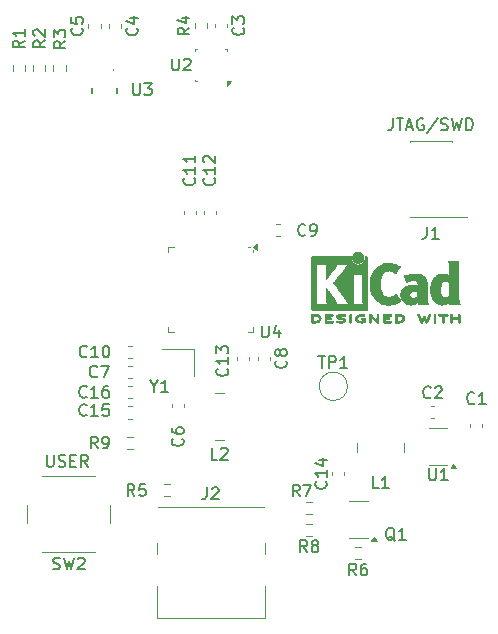
<source format=gbr>
%TF.GenerationSoftware,KiCad,Pcbnew,8.0.7*%
%TF.CreationDate,2025-01-28T02:28:24+13:00*%
%TF.ProjectId,Housens-L,486f7573-656e-4732-9d4c-2e6b69636164,001*%
%TF.SameCoordinates,Original*%
%TF.FileFunction,Legend,Top*%
%TF.FilePolarity,Positive*%
%FSLAX46Y46*%
G04 Gerber Fmt 4.6, Leading zero omitted, Abs format (unit mm)*
G04 Created by KiCad (PCBNEW 8.0.7) date 2025-01-28 02:28:24*
%MOMM*%
%LPD*%
G01*
G04 APERTURE LIST*
%ADD10C,0.150000*%
%ADD11C,0.010000*%
%ADD12C,0.120000*%
%ADD13C,0.200000*%
%ADD14C,0.100000*%
G04 APERTURE END LIST*
D10*
X89338095Y-108054819D02*
X89338095Y-108864342D01*
X89338095Y-108864342D02*
X89385714Y-108959580D01*
X89385714Y-108959580D02*
X89433333Y-109007200D01*
X89433333Y-109007200D02*
X89528571Y-109054819D01*
X89528571Y-109054819D02*
X89719047Y-109054819D01*
X89719047Y-109054819D02*
X89814285Y-109007200D01*
X89814285Y-109007200D02*
X89861904Y-108959580D01*
X89861904Y-108959580D02*
X89909523Y-108864342D01*
X89909523Y-108864342D02*
X89909523Y-108054819D01*
X90814285Y-108388152D02*
X90814285Y-109054819D01*
X90576190Y-108007200D02*
X90338095Y-108721485D01*
X90338095Y-108721485D02*
X90957142Y-108721485D01*
X92533333Y-122524819D02*
X92200000Y-122048628D01*
X91961905Y-122524819D02*
X91961905Y-121524819D01*
X91961905Y-121524819D02*
X92342857Y-121524819D01*
X92342857Y-121524819D02*
X92438095Y-121572438D01*
X92438095Y-121572438D02*
X92485714Y-121620057D01*
X92485714Y-121620057D02*
X92533333Y-121715295D01*
X92533333Y-121715295D02*
X92533333Y-121858152D01*
X92533333Y-121858152D02*
X92485714Y-121953390D01*
X92485714Y-121953390D02*
X92438095Y-122001009D01*
X92438095Y-122001009D02*
X92342857Y-122048628D01*
X92342857Y-122048628D02*
X91961905Y-122048628D01*
X92866667Y-121524819D02*
X93533333Y-121524819D01*
X93533333Y-121524819D02*
X93104762Y-122524819D01*
X71004819Y-83916666D02*
X70528628Y-84249999D01*
X71004819Y-84488094D02*
X70004819Y-84488094D01*
X70004819Y-84488094D02*
X70004819Y-84107142D01*
X70004819Y-84107142D02*
X70052438Y-84011904D01*
X70052438Y-84011904D02*
X70100057Y-83964285D01*
X70100057Y-83964285D02*
X70195295Y-83916666D01*
X70195295Y-83916666D02*
X70338152Y-83916666D01*
X70338152Y-83916666D02*
X70433390Y-83964285D01*
X70433390Y-83964285D02*
X70481009Y-84011904D01*
X70481009Y-84011904D02*
X70528628Y-84107142D01*
X70528628Y-84107142D02*
X70528628Y-84488094D01*
X70100057Y-83535713D02*
X70052438Y-83488094D01*
X70052438Y-83488094D02*
X70004819Y-83392856D01*
X70004819Y-83392856D02*
X70004819Y-83154761D01*
X70004819Y-83154761D02*
X70052438Y-83059523D01*
X70052438Y-83059523D02*
X70100057Y-83011904D01*
X70100057Y-83011904D02*
X70195295Y-82964285D01*
X70195295Y-82964285D02*
X70290533Y-82964285D01*
X70290533Y-82964285D02*
X70433390Y-83011904D01*
X70433390Y-83011904D02*
X71004819Y-83583332D01*
X71004819Y-83583332D02*
X71004819Y-82964285D01*
X91359580Y-111016666D02*
X91407200Y-111064285D01*
X91407200Y-111064285D02*
X91454819Y-111207142D01*
X91454819Y-111207142D02*
X91454819Y-111302380D01*
X91454819Y-111302380D02*
X91407200Y-111445237D01*
X91407200Y-111445237D02*
X91311961Y-111540475D01*
X91311961Y-111540475D02*
X91216723Y-111588094D01*
X91216723Y-111588094D02*
X91026247Y-111635713D01*
X91026247Y-111635713D02*
X90883390Y-111635713D01*
X90883390Y-111635713D02*
X90692914Y-111588094D01*
X90692914Y-111588094D02*
X90597676Y-111540475D01*
X90597676Y-111540475D02*
X90502438Y-111445237D01*
X90502438Y-111445237D02*
X90454819Y-111302380D01*
X90454819Y-111302380D02*
X90454819Y-111207142D01*
X90454819Y-111207142D02*
X90502438Y-111064285D01*
X90502438Y-111064285D02*
X90550057Y-111016666D01*
X90883390Y-110445237D02*
X90835771Y-110540475D01*
X90835771Y-110540475D02*
X90788152Y-110588094D01*
X90788152Y-110588094D02*
X90692914Y-110635713D01*
X90692914Y-110635713D02*
X90645295Y-110635713D01*
X90645295Y-110635713D02*
X90550057Y-110588094D01*
X90550057Y-110588094D02*
X90502438Y-110540475D01*
X90502438Y-110540475D02*
X90454819Y-110445237D01*
X90454819Y-110445237D02*
X90454819Y-110254761D01*
X90454819Y-110254761D02*
X90502438Y-110159523D01*
X90502438Y-110159523D02*
X90550057Y-110111904D01*
X90550057Y-110111904D02*
X90645295Y-110064285D01*
X90645295Y-110064285D02*
X90692914Y-110064285D01*
X90692914Y-110064285D02*
X90788152Y-110111904D01*
X90788152Y-110111904D02*
X90835771Y-110159523D01*
X90835771Y-110159523D02*
X90883390Y-110254761D01*
X90883390Y-110254761D02*
X90883390Y-110445237D01*
X90883390Y-110445237D02*
X90931009Y-110540475D01*
X90931009Y-110540475D02*
X90978628Y-110588094D01*
X90978628Y-110588094D02*
X91073866Y-110635713D01*
X91073866Y-110635713D02*
X91264342Y-110635713D01*
X91264342Y-110635713D02*
X91359580Y-110588094D01*
X91359580Y-110588094D02*
X91407200Y-110540475D01*
X91407200Y-110540475D02*
X91454819Y-110445237D01*
X91454819Y-110445237D02*
X91454819Y-110254761D01*
X91454819Y-110254761D02*
X91407200Y-110159523D01*
X91407200Y-110159523D02*
X91359580Y-110111904D01*
X91359580Y-110111904D02*
X91264342Y-110064285D01*
X91264342Y-110064285D02*
X91073866Y-110064285D01*
X91073866Y-110064285D02*
X90978628Y-110111904D01*
X90978628Y-110111904D02*
X90931009Y-110159523D01*
X90931009Y-110159523D02*
X90883390Y-110254761D01*
X74507142Y-114065830D02*
X74459523Y-114113450D01*
X74459523Y-114113450D02*
X74316666Y-114161069D01*
X74316666Y-114161069D02*
X74221428Y-114161069D01*
X74221428Y-114161069D02*
X74078571Y-114113450D01*
X74078571Y-114113450D02*
X73983333Y-114018211D01*
X73983333Y-114018211D02*
X73935714Y-113922973D01*
X73935714Y-113922973D02*
X73888095Y-113732497D01*
X73888095Y-113732497D02*
X73888095Y-113589640D01*
X73888095Y-113589640D02*
X73935714Y-113399164D01*
X73935714Y-113399164D02*
X73983333Y-113303926D01*
X73983333Y-113303926D02*
X74078571Y-113208688D01*
X74078571Y-113208688D02*
X74221428Y-113161069D01*
X74221428Y-113161069D02*
X74316666Y-113161069D01*
X74316666Y-113161069D02*
X74459523Y-113208688D01*
X74459523Y-113208688D02*
X74507142Y-113256307D01*
X75459523Y-114161069D02*
X74888095Y-114161069D01*
X75173809Y-114161069D02*
X75173809Y-113161069D01*
X75173809Y-113161069D02*
X75078571Y-113303926D01*
X75078571Y-113303926D02*
X74983333Y-113399164D01*
X74983333Y-113399164D02*
X74888095Y-113446783D01*
X76316666Y-113161069D02*
X76126190Y-113161069D01*
X76126190Y-113161069D02*
X76030952Y-113208688D01*
X76030952Y-113208688D02*
X75983333Y-113256307D01*
X75983333Y-113256307D02*
X75888095Y-113399164D01*
X75888095Y-113399164D02*
X75840476Y-113589640D01*
X75840476Y-113589640D02*
X75840476Y-113970592D01*
X75840476Y-113970592D02*
X75888095Y-114065830D01*
X75888095Y-114065830D02*
X75935714Y-114113450D01*
X75935714Y-114113450D02*
X76030952Y-114161069D01*
X76030952Y-114161069D02*
X76221428Y-114161069D01*
X76221428Y-114161069D02*
X76316666Y-114113450D01*
X76316666Y-114113450D02*
X76364285Y-114065830D01*
X76364285Y-114065830D02*
X76411904Y-113970592D01*
X76411904Y-113970592D02*
X76411904Y-113732497D01*
X76411904Y-113732497D02*
X76364285Y-113637259D01*
X76364285Y-113637259D02*
X76316666Y-113589640D01*
X76316666Y-113589640D02*
X76221428Y-113542021D01*
X76221428Y-113542021D02*
X76030952Y-113542021D01*
X76030952Y-113542021D02*
X75935714Y-113589640D01*
X75935714Y-113589640D02*
X75888095Y-113637259D01*
X75888095Y-113637259D02*
X75840476Y-113732497D01*
X74507142Y-115609580D02*
X74459523Y-115657200D01*
X74459523Y-115657200D02*
X74316666Y-115704819D01*
X74316666Y-115704819D02*
X74221428Y-115704819D01*
X74221428Y-115704819D02*
X74078571Y-115657200D01*
X74078571Y-115657200D02*
X73983333Y-115561961D01*
X73983333Y-115561961D02*
X73935714Y-115466723D01*
X73935714Y-115466723D02*
X73888095Y-115276247D01*
X73888095Y-115276247D02*
X73888095Y-115133390D01*
X73888095Y-115133390D02*
X73935714Y-114942914D01*
X73935714Y-114942914D02*
X73983333Y-114847676D01*
X73983333Y-114847676D02*
X74078571Y-114752438D01*
X74078571Y-114752438D02*
X74221428Y-114704819D01*
X74221428Y-114704819D02*
X74316666Y-114704819D01*
X74316666Y-114704819D02*
X74459523Y-114752438D01*
X74459523Y-114752438D02*
X74507142Y-114800057D01*
X75459523Y-115704819D02*
X74888095Y-115704819D01*
X75173809Y-115704819D02*
X75173809Y-114704819D01*
X75173809Y-114704819D02*
X75078571Y-114847676D01*
X75078571Y-114847676D02*
X74983333Y-114942914D01*
X74983333Y-114942914D02*
X74888095Y-114990533D01*
X76364285Y-114704819D02*
X75888095Y-114704819D01*
X75888095Y-114704819D02*
X75840476Y-115181009D01*
X75840476Y-115181009D02*
X75888095Y-115133390D01*
X75888095Y-115133390D02*
X75983333Y-115085771D01*
X75983333Y-115085771D02*
X76221428Y-115085771D01*
X76221428Y-115085771D02*
X76316666Y-115133390D01*
X76316666Y-115133390D02*
X76364285Y-115181009D01*
X76364285Y-115181009D02*
X76411904Y-115276247D01*
X76411904Y-115276247D02*
X76411904Y-115514342D01*
X76411904Y-115514342D02*
X76364285Y-115609580D01*
X76364285Y-115609580D02*
X76316666Y-115657200D01*
X76316666Y-115657200D02*
X76221428Y-115704819D01*
X76221428Y-115704819D02*
X75983333Y-115704819D01*
X75983333Y-115704819D02*
X75888095Y-115657200D01*
X75888095Y-115657200D02*
X75840476Y-115609580D01*
X107333333Y-114609580D02*
X107285714Y-114657200D01*
X107285714Y-114657200D02*
X107142857Y-114704819D01*
X107142857Y-114704819D02*
X107047619Y-114704819D01*
X107047619Y-114704819D02*
X106904762Y-114657200D01*
X106904762Y-114657200D02*
X106809524Y-114561961D01*
X106809524Y-114561961D02*
X106761905Y-114466723D01*
X106761905Y-114466723D02*
X106714286Y-114276247D01*
X106714286Y-114276247D02*
X106714286Y-114133390D01*
X106714286Y-114133390D02*
X106761905Y-113942914D01*
X106761905Y-113942914D02*
X106809524Y-113847676D01*
X106809524Y-113847676D02*
X106904762Y-113752438D01*
X106904762Y-113752438D02*
X107047619Y-113704819D01*
X107047619Y-113704819D02*
X107142857Y-113704819D01*
X107142857Y-113704819D02*
X107285714Y-113752438D01*
X107285714Y-113752438D02*
X107333333Y-113800057D01*
X108285714Y-114704819D02*
X107714286Y-114704819D01*
X108000000Y-114704819D02*
X108000000Y-113704819D01*
X108000000Y-113704819D02*
X107904762Y-113847676D01*
X107904762Y-113847676D02*
X107809524Y-113942914D01*
X107809524Y-113942914D02*
X107714286Y-113990533D01*
X78438095Y-87554819D02*
X78438095Y-88364342D01*
X78438095Y-88364342D02*
X78485714Y-88459580D01*
X78485714Y-88459580D02*
X78533333Y-88507200D01*
X78533333Y-88507200D02*
X78628571Y-88554819D01*
X78628571Y-88554819D02*
X78819047Y-88554819D01*
X78819047Y-88554819D02*
X78914285Y-88507200D01*
X78914285Y-88507200D02*
X78961904Y-88459580D01*
X78961904Y-88459580D02*
X79009523Y-88364342D01*
X79009523Y-88364342D02*
X79009523Y-87554819D01*
X79390476Y-87554819D02*
X80009523Y-87554819D01*
X80009523Y-87554819D02*
X79676190Y-87935771D01*
X79676190Y-87935771D02*
X79819047Y-87935771D01*
X79819047Y-87935771D02*
X79914285Y-87983390D01*
X79914285Y-87983390D02*
X79961904Y-88031009D01*
X79961904Y-88031009D02*
X80009523Y-88126247D01*
X80009523Y-88126247D02*
X80009523Y-88364342D01*
X80009523Y-88364342D02*
X79961904Y-88459580D01*
X79961904Y-88459580D02*
X79914285Y-88507200D01*
X79914285Y-88507200D02*
X79819047Y-88554819D01*
X79819047Y-88554819D02*
X79533333Y-88554819D01*
X79533333Y-88554819D02*
X79438095Y-88507200D01*
X79438095Y-88507200D02*
X79390476Y-88459580D01*
X82622080Y-117616666D02*
X82669700Y-117664285D01*
X82669700Y-117664285D02*
X82717319Y-117807142D01*
X82717319Y-117807142D02*
X82717319Y-117902380D01*
X82717319Y-117902380D02*
X82669700Y-118045237D01*
X82669700Y-118045237D02*
X82574461Y-118140475D01*
X82574461Y-118140475D02*
X82479223Y-118188094D01*
X82479223Y-118188094D02*
X82288747Y-118235713D01*
X82288747Y-118235713D02*
X82145890Y-118235713D01*
X82145890Y-118235713D02*
X81955414Y-118188094D01*
X81955414Y-118188094D02*
X81860176Y-118140475D01*
X81860176Y-118140475D02*
X81764938Y-118045237D01*
X81764938Y-118045237D02*
X81717319Y-117902380D01*
X81717319Y-117902380D02*
X81717319Y-117807142D01*
X81717319Y-117807142D02*
X81764938Y-117664285D01*
X81764938Y-117664285D02*
X81812557Y-117616666D01*
X81717319Y-116759523D02*
X81717319Y-116949999D01*
X81717319Y-116949999D02*
X81764938Y-117045237D01*
X81764938Y-117045237D02*
X81812557Y-117092856D01*
X81812557Y-117092856D02*
X81955414Y-117188094D01*
X81955414Y-117188094D02*
X82145890Y-117235713D01*
X82145890Y-117235713D02*
X82526842Y-117235713D01*
X82526842Y-117235713D02*
X82622080Y-117188094D01*
X82622080Y-117188094D02*
X82669700Y-117140475D01*
X82669700Y-117140475D02*
X82717319Y-117045237D01*
X82717319Y-117045237D02*
X82717319Y-116854761D01*
X82717319Y-116854761D02*
X82669700Y-116759523D01*
X82669700Y-116759523D02*
X82622080Y-116711904D01*
X82622080Y-116711904D02*
X82526842Y-116664285D01*
X82526842Y-116664285D02*
X82288747Y-116664285D01*
X82288747Y-116664285D02*
X82193509Y-116711904D01*
X82193509Y-116711904D02*
X82145890Y-116759523D01*
X82145890Y-116759523D02*
X82098271Y-116854761D01*
X82098271Y-116854761D02*
X82098271Y-117045237D01*
X82098271Y-117045237D02*
X82145890Y-117140475D01*
X82145890Y-117140475D02*
X82193509Y-117188094D01*
X82193509Y-117188094D02*
X82288747Y-117235713D01*
X80223809Y-113178628D02*
X80223809Y-113654819D01*
X79890476Y-112654819D02*
X80223809Y-113178628D01*
X80223809Y-113178628D02*
X80557142Y-112654819D01*
X81414285Y-113654819D02*
X80842857Y-113654819D01*
X81128571Y-113654819D02*
X81128571Y-112654819D01*
X81128571Y-112654819D02*
X81033333Y-112797676D01*
X81033333Y-112797676D02*
X80938095Y-112892914D01*
X80938095Y-112892914D02*
X80842857Y-112940533D01*
X72704819Y-83966666D02*
X72228628Y-84299999D01*
X72704819Y-84538094D02*
X71704819Y-84538094D01*
X71704819Y-84538094D02*
X71704819Y-84157142D01*
X71704819Y-84157142D02*
X71752438Y-84061904D01*
X71752438Y-84061904D02*
X71800057Y-84014285D01*
X71800057Y-84014285D02*
X71895295Y-83966666D01*
X71895295Y-83966666D02*
X72038152Y-83966666D01*
X72038152Y-83966666D02*
X72133390Y-84014285D01*
X72133390Y-84014285D02*
X72181009Y-84061904D01*
X72181009Y-84061904D02*
X72228628Y-84157142D01*
X72228628Y-84157142D02*
X72228628Y-84538094D01*
X71704819Y-83633332D02*
X71704819Y-83014285D01*
X71704819Y-83014285D02*
X72085771Y-83347618D01*
X72085771Y-83347618D02*
X72085771Y-83204761D01*
X72085771Y-83204761D02*
X72133390Y-83109523D01*
X72133390Y-83109523D02*
X72181009Y-83061904D01*
X72181009Y-83061904D02*
X72276247Y-83014285D01*
X72276247Y-83014285D02*
X72514342Y-83014285D01*
X72514342Y-83014285D02*
X72609580Y-83061904D01*
X72609580Y-83061904D02*
X72657200Y-83109523D01*
X72657200Y-83109523D02*
X72704819Y-83204761D01*
X72704819Y-83204761D02*
X72704819Y-83490475D01*
X72704819Y-83490475D02*
X72657200Y-83585713D01*
X72657200Y-83585713D02*
X72609580Y-83633332D01*
X78759580Y-82866666D02*
X78807200Y-82914285D01*
X78807200Y-82914285D02*
X78854819Y-83057142D01*
X78854819Y-83057142D02*
X78854819Y-83152380D01*
X78854819Y-83152380D02*
X78807200Y-83295237D01*
X78807200Y-83295237D02*
X78711961Y-83390475D01*
X78711961Y-83390475D02*
X78616723Y-83438094D01*
X78616723Y-83438094D02*
X78426247Y-83485713D01*
X78426247Y-83485713D02*
X78283390Y-83485713D01*
X78283390Y-83485713D02*
X78092914Y-83438094D01*
X78092914Y-83438094D02*
X77997676Y-83390475D01*
X77997676Y-83390475D02*
X77902438Y-83295237D01*
X77902438Y-83295237D02*
X77854819Y-83152380D01*
X77854819Y-83152380D02*
X77854819Y-83057142D01*
X77854819Y-83057142D02*
X77902438Y-82914285D01*
X77902438Y-82914285D02*
X77950057Y-82866666D01*
X78188152Y-82009523D02*
X78854819Y-82009523D01*
X77807200Y-82247618D02*
X78521485Y-82485713D01*
X78521485Y-82485713D02*
X78521485Y-81866666D01*
X97333333Y-129204819D02*
X97000000Y-128728628D01*
X96761905Y-129204819D02*
X96761905Y-128204819D01*
X96761905Y-128204819D02*
X97142857Y-128204819D01*
X97142857Y-128204819D02*
X97238095Y-128252438D01*
X97238095Y-128252438D02*
X97285714Y-128300057D01*
X97285714Y-128300057D02*
X97333333Y-128395295D01*
X97333333Y-128395295D02*
X97333333Y-128538152D01*
X97333333Y-128538152D02*
X97285714Y-128633390D01*
X97285714Y-128633390D02*
X97238095Y-128681009D01*
X97238095Y-128681009D02*
X97142857Y-128728628D01*
X97142857Y-128728628D02*
X96761905Y-128728628D01*
X98190476Y-128204819D02*
X98000000Y-128204819D01*
X98000000Y-128204819D02*
X97904762Y-128252438D01*
X97904762Y-128252438D02*
X97857143Y-128300057D01*
X97857143Y-128300057D02*
X97761905Y-128442914D01*
X97761905Y-128442914D02*
X97714286Y-128633390D01*
X97714286Y-128633390D02*
X97714286Y-129014342D01*
X97714286Y-129014342D02*
X97761905Y-129109580D01*
X97761905Y-129109580D02*
X97809524Y-129157200D01*
X97809524Y-129157200D02*
X97904762Y-129204819D01*
X97904762Y-129204819D02*
X98095238Y-129204819D01*
X98095238Y-129204819D02*
X98190476Y-129157200D01*
X98190476Y-129157200D02*
X98238095Y-129109580D01*
X98238095Y-129109580D02*
X98285714Y-129014342D01*
X98285714Y-129014342D02*
X98285714Y-128776247D01*
X98285714Y-128776247D02*
X98238095Y-128681009D01*
X98238095Y-128681009D02*
X98190476Y-128633390D01*
X98190476Y-128633390D02*
X98095238Y-128585771D01*
X98095238Y-128585771D02*
X97904762Y-128585771D01*
X97904762Y-128585771D02*
X97809524Y-128633390D01*
X97809524Y-128633390D02*
X97761905Y-128681009D01*
X97761905Y-128681009D02*
X97714286Y-128776247D01*
X81738095Y-85454819D02*
X81738095Y-86264342D01*
X81738095Y-86264342D02*
X81785714Y-86359580D01*
X81785714Y-86359580D02*
X81833333Y-86407200D01*
X81833333Y-86407200D02*
X81928571Y-86454819D01*
X81928571Y-86454819D02*
X82119047Y-86454819D01*
X82119047Y-86454819D02*
X82214285Y-86407200D01*
X82214285Y-86407200D02*
X82261904Y-86359580D01*
X82261904Y-86359580D02*
X82309523Y-86264342D01*
X82309523Y-86264342D02*
X82309523Y-85454819D01*
X82738095Y-85550057D02*
X82785714Y-85502438D01*
X82785714Y-85502438D02*
X82880952Y-85454819D01*
X82880952Y-85454819D02*
X83119047Y-85454819D01*
X83119047Y-85454819D02*
X83214285Y-85502438D01*
X83214285Y-85502438D02*
X83261904Y-85550057D01*
X83261904Y-85550057D02*
X83309523Y-85645295D01*
X83309523Y-85645295D02*
X83309523Y-85740533D01*
X83309523Y-85740533D02*
X83261904Y-85883390D01*
X83261904Y-85883390D02*
X82690476Y-86454819D01*
X82690476Y-86454819D02*
X83309523Y-86454819D01*
X83597080Y-95567857D02*
X83644700Y-95615476D01*
X83644700Y-95615476D02*
X83692319Y-95758333D01*
X83692319Y-95758333D02*
X83692319Y-95853571D01*
X83692319Y-95853571D02*
X83644700Y-95996428D01*
X83644700Y-95996428D02*
X83549461Y-96091666D01*
X83549461Y-96091666D02*
X83454223Y-96139285D01*
X83454223Y-96139285D02*
X83263747Y-96186904D01*
X83263747Y-96186904D02*
X83120890Y-96186904D01*
X83120890Y-96186904D02*
X82930414Y-96139285D01*
X82930414Y-96139285D02*
X82835176Y-96091666D01*
X82835176Y-96091666D02*
X82739938Y-95996428D01*
X82739938Y-95996428D02*
X82692319Y-95853571D01*
X82692319Y-95853571D02*
X82692319Y-95758333D01*
X82692319Y-95758333D02*
X82739938Y-95615476D01*
X82739938Y-95615476D02*
X82787557Y-95567857D01*
X83692319Y-94615476D02*
X83692319Y-95186904D01*
X83692319Y-94901190D02*
X82692319Y-94901190D01*
X82692319Y-94901190D02*
X82835176Y-94996428D01*
X82835176Y-94996428D02*
X82930414Y-95091666D01*
X82930414Y-95091666D02*
X82978033Y-95186904D01*
X83692319Y-93663095D02*
X83692319Y-94234523D01*
X83692319Y-93948809D02*
X82692319Y-93948809D01*
X82692319Y-93948809D02*
X82835176Y-94044047D01*
X82835176Y-94044047D02*
X82930414Y-94139285D01*
X82930414Y-94139285D02*
X82978033Y-94234523D01*
X103633333Y-114109580D02*
X103585714Y-114157200D01*
X103585714Y-114157200D02*
X103442857Y-114204819D01*
X103442857Y-114204819D02*
X103347619Y-114204819D01*
X103347619Y-114204819D02*
X103204762Y-114157200D01*
X103204762Y-114157200D02*
X103109524Y-114061961D01*
X103109524Y-114061961D02*
X103061905Y-113966723D01*
X103061905Y-113966723D02*
X103014286Y-113776247D01*
X103014286Y-113776247D02*
X103014286Y-113633390D01*
X103014286Y-113633390D02*
X103061905Y-113442914D01*
X103061905Y-113442914D02*
X103109524Y-113347676D01*
X103109524Y-113347676D02*
X103204762Y-113252438D01*
X103204762Y-113252438D02*
X103347619Y-113204819D01*
X103347619Y-113204819D02*
X103442857Y-113204819D01*
X103442857Y-113204819D02*
X103585714Y-113252438D01*
X103585714Y-113252438D02*
X103633333Y-113300057D01*
X104014286Y-113300057D02*
X104061905Y-113252438D01*
X104061905Y-113252438D02*
X104157143Y-113204819D01*
X104157143Y-113204819D02*
X104395238Y-113204819D01*
X104395238Y-113204819D02*
X104490476Y-113252438D01*
X104490476Y-113252438D02*
X104538095Y-113300057D01*
X104538095Y-113300057D02*
X104585714Y-113395295D01*
X104585714Y-113395295D02*
X104585714Y-113490533D01*
X104585714Y-113490533D02*
X104538095Y-113633390D01*
X104538095Y-113633390D02*
X103966667Y-114204819D01*
X103966667Y-114204819D02*
X104585714Y-114204819D01*
X103500595Y-120154819D02*
X103500595Y-120964342D01*
X103500595Y-120964342D02*
X103548214Y-121059580D01*
X103548214Y-121059580D02*
X103595833Y-121107200D01*
X103595833Y-121107200D02*
X103691071Y-121154819D01*
X103691071Y-121154819D02*
X103881547Y-121154819D01*
X103881547Y-121154819D02*
X103976785Y-121107200D01*
X103976785Y-121107200D02*
X104024404Y-121059580D01*
X104024404Y-121059580D02*
X104072023Y-120964342D01*
X104072023Y-120964342D02*
X104072023Y-120154819D01*
X105072023Y-121154819D02*
X104500595Y-121154819D01*
X104786309Y-121154819D02*
X104786309Y-120154819D01*
X104786309Y-120154819D02*
X104691071Y-120297676D01*
X104691071Y-120297676D02*
X104595833Y-120392914D01*
X104595833Y-120392914D02*
X104500595Y-120440533D01*
X93033333Y-100359580D02*
X92985714Y-100407200D01*
X92985714Y-100407200D02*
X92842857Y-100454819D01*
X92842857Y-100454819D02*
X92747619Y-100454819D01*
X92747619Y-100454819D02*
X92604762Y-100407200D01*
X92604762Y-100407200D02*
X92509524Y-100311961D01*
X92509524Y-100311961D02*
X92461905Y-100216723D01*
X92461905Y-100216723D02*
X92414286Y-100026247D01*
X92414286Y-100026247D02*
X92414286Y-99883390D01*
X92414286Y-99883390D02*
X92461905Y-99692914D01*
X92461905Y-99692914D02*
X92509524Y-99597676D01*
X92509524Y-99597676D02*
X92604762Y-99502438D01*
X92604762Y-99502438D02*
X92747619Y-99454819D01*
X92747619Y-99454819D02*
X92842857Y-99454819D01*
X92842857Y-99454819D02*
X92985714Y-99502438D01*
X92985714Y-99502438D02*
X93033333Y-99550057D01*
X93509524Y-100454819D02*
X93700000Y-100454819D01*
X93700000Y-100454819D02*
X93795238Y-100407200D01*
X93795238Y-100407200D02*
X93842857Y-100359580D01*
X93842857Y-100359580D02*
X93938095Y-100216723D01*
X93938095Y-100216723D02*
X93985714Y-100026247D01*
X93985714Y-100026247D02*
X93985714Y-99645295D01*
X93985714Y-99645295D02*
X93938095Y-99550057D01*
X93938095Y-99550057D02*
X93890476Y-99502438D01*
X93890476Y-99502438D02*
X93795238Y-99454819D01*
X93795238Y-99454819D02*
X93604762Y-99454819D01*
X93604762Y-99454819D02*
X93509524Y-99502438D01*
X93509524Y-99502438D02*
X93461905Y-99550057D01*
X93461905Y-99550057D02*
X93414286Y-99645295D01*
X93414286Y-99645295D02*
X93414286Y-99883390D01*
X93414286Y-99883390D02*
X93461905Y-99978628D01*
X93461905Y-99978628D02*
X93509524Y-100026247D01*
X93509524Y-100026247D02*
X93604762Y-100073866D01*
X93604762Y-100073866D02*
X93795238Y-100073866D01*
X93795238Y-100073866D02*
X93890476Y-100026247D01*
X93890476Y-100026247D02*
X93938095Y-99978628D01*
X93938095Y-99978628D02*
X93985714Y-99883390D01*
X85297080Y-95567857D02*
X85344700Y-95615476D01*
X85344700Y-95615476D02*
X85392319Y-95758333D01*
X85392319Y-95758333D02*
X85392319Y-95853571D01*
X85392319Y-95853571D02*
X85344700Y-95996428D01*
X85344700Y-95996428D02*
X85249461Y-96091666D01*
X85249461Y-96091666D02*
X85154223Y-96139285D01*
X85154223Y-96139285D02*
X84963747Y-96186904D01*
X84963747Y-96186904D02*
X84820890Y-96186904D01*
X84820890Y-96186904D02*
X84630414Y-96139285D01*
X84630414Y-96139285D02*
X84535176Y-96091666D01*
X84535176Y-96091666D02*
X84439938Y-95996428D01*
X84439938Y-95996428D02*
X84392319Y-95853571D01*
X84392319Y-95853571D02*
X84392319Y-95758333D01*
X84392319Y-95758333D02*
X84439938Y-95615476D01*
X84439938Y-95615476D02*
X84487557Y-95567857D01*
X85392319Y-94615476D02*
X85392319Y-95186904D01*
X85392319Y-94901190D02*
X84392319Y-94901190D01*
X84392319Y-94901190D02*
X84535176Y-94996428D01*
X84535176Y-94996428D02*
X84630414Y-95091666D01*
X84630414Y-95091666D02*
X84678033Y-95186904D01*
X84487557Y-94234523D02*
X84439938Y-94186904D01*
X84439938Y-94186904D02*
X84392319Y-94091666D01*
X84392319Y-94091666D02*
X84392319Y-93853571D01*
X84392319Y-93853571D02*
X84439938Y-93758333D01*
X84439938Y-93758333D02*
X84487557Y-93710714D01*
X84487557Y-93710714D02*
X84582795Y-93663095D01*
X84582795Y-93663095D02*
X84678033Y-93663095D01*
X84678033Y-93663095D02*
X84820890Y-93710714D01*
X84820890Y-93710714D02*
X85392319Y-94282142D01*
X85392319Y-94282142D02*
X85392319Y-93663095D01*
X74532142Y-110653330D02*
X74484523Y-110700950D01*
X74484523Y-110700950D02*
X74341666Y-110748569D01*
X74341666Y-110748569D02*
X74246428Y-110748569D01*
X74246428Y-110748569D02*
X74103571Y-110700950D01*
X74103571Y-110700950D02*
X74008333Y-110605711D01*
X74008333Y-110605711D02*
X73960714Y-110510473D01*
X73960714Y-110510473D02*
X73913095Y-110319997D01*
X73913095Y-110319997D02*
X73913095Y-110177140D01*
X73913095Y-110177140D02*
X73960714Y-109986664D01*
X73960714Y-109986664D02*
X74008333Y-109891426D01*
X74008333Y-109891426D02*
X74103571Y-109796188D01*
X74103571Y-109796188D02*
X74246428Y-109748569D01*
X74246428Y-109748569D02*
X74341666Y-109748569D01*
X74341666Y-109748569D02*
X74484523Y-109796188D01*
X74484523Y-109796188D02*
X74532142Y-109843807D01*
X75484523Y-110748569D02*
X74913095Y-110748569D01*
X75198809Y-110748569D02*
X75198809Y-109748569D01*
X75198809Y-109748569D02*
X75103571Y-109891426D01*
X75103571Y-109891426D02*
X75008333Y-109986664D01*
X75008333Y-109986664D02*
X74913095Y-110034283D01*
X76103571Y-109748569D02*
X76198809Y-109748569D01*
X76198809Y-109748569D02*
X76294047Y-109796188D01*
X76294047Y-109796188D02*
X76341666Y-109843807D01*
X76341666Y-109843807D02*
X76389285Y-109939045D01*
X76389285Y-109939045D02*
X76436904Y-110129521D01*
X76436904Y-110129521D02*
X76436904Y-110367616D01*
X76436904Y-110367616D02*
X76389285Y-110558092D01*
X76389285Y-110558092D02*
X76341666Y-110653330D01*
X76341666Y-110653330D02*
X76294047Y-110700950D01*
X76294047Y-110700950D02*
X76198809Y-110748569D01*
X76198809Y-110748569D02*
X76103571Y-110748569D01*
X76103571Y-110748569D02*
X76008333Y-110700950D01*
X76008333Y-110700950D02*
X75960714Y-110653330D01*
X75960714Y-110653330D02*
X75913095Y-110558092D01*
X75913095Y-110558092D02*
X75865476Y-110367616D01*
X75865476Y-110367616D02*
X75865476Y-110129521D01*
X75865476Y-110129521D02*
X75913095Y-109939045D01*
X75913095Y-109939045D02*
X75960714Y-109843807D01*
X75960714Y-109843807D02*
X76008333Y-109796188D01*
X76008333Y-109796188D02*
X76103571Y-109748569D01*
X94138095Y-110656819D02*
X94709523Y-110656819D01*
X94423809Y-111656819D02*
X94423809Y-110656819D01*
X95042857Y-111656819D02*
X95042857Y-110656819D01*
X95042857Y-110656819D02*
X95423809Y-110656819D01*
X95423809Y-110656819D02*
X95519047Y-110704438D01*
X95519047Y-110704438D02*
X95566666Y-110752057D01*
X95566666Y-110752057D02*
X95614285Y-110847295D01*
X95614285Y-110847295D02*
X95614285Y-110990152D01*
X95614285Y-110990152D02*
X95566666Y-111085390D01*
X95566666Y-111085390D02*
X95519047Y-111133009D01*
X95519047Y-111133009D02*
X95423809Y-111180628D01*
X95423809Y-111180628D02*
X95042857Y-111180628D01*
X96566666Y-111656819D02*
X95995238Y-111656819D01*
X96280952Y-111656819D02*
X96280952Y-110656819D01*
X96280952Y-110656819D02*
X96185714Y-110799676D01*
X96185714Y-110799676D02*
X96090476Y-110894914D01*
X96090476Y-110894914D02*
X95995238Y-110942533D01*
X103316666Y-99704819D02*
X103316666Y-100419104D01*
X103316666Y-100419104D02*
X103269047Y-100561961D01*
X103269047Y-100561961D02*
X103173809Y-100657200D01*
X103173809Y-100657200D02*
X103030952Y-100704819D01*
X103030952Y-100704819D02*
X102935714Y-100704819D01*
X104316666Y-100704819D02*
X103745238Y-100704819D01*
X104030952Y-100704819D02*
X104030952Y-99704819D01*
X104030952Y-99704819D02*
X103935714Y-99847676D01*
X103935714Y-99847676D02*
X103840476Y-99942914D01*
X103840476Y-99942914D02*
X103745238Y-99990533D01*
X100411904Y-90504819D02*
X100411904Y-91219104D01*
X100411904Y-91219104D02*
X100364285Y-91361961D01*
X100364285Y-91361961D02*
X100269047Y-91457200D01*
X100269047Y-91457200D02*
X100126190Y-91504819D01*
X100126190Y-91504819D02*
X100030952Y-91504819D01*
X100745238Y-90504819D02*
X101316666Y-90504819D01*
X101030952Y-91504819D02*
X101030952Y-90504819D01*
X101602381Y-91219104D02*
X102078571Y-91219104D01*
X101507143Y-91504819D02*
X101840476Y-90504819D01*
X101840476Y-90504819D02*
X102173809Y-91504819D01*
X103030952Y-90552438D02*
X102935714Y-90504819D01*
X102935714Y-90504819D02*
X102792857Y-90504819D01*
X102792857Y-90504819D02*
X102650000Y-90552438D01*
X102650000Y-90552438D02*
X102554762Y-90647676D01*
X102554762Y-90647676D02*
X102507143Y-90742914D01*
X102507143Y-90742914D02*
X102459524Y-90933390D01*
X102459524Y-90933390D02*
X102459524Y-91076247D01*
X102459524Y-91076247D02*
X102507143Y-91266723D01*
X102507143Y-91266723D02*
X102554762Y-91361961D01*
X102554762Y-91361961D02*
X102650000Y-91457200D01*
X102650000Y-91457200D02*
X102792857Y-91504819D01*
X102792857Y-91504819D02*
X102888095Y-91504819D01*
X102888095Y-91504819D02*
X103030952Y-91457200D01*
X103030952Y-91457200D02*
X103078571Y-91409580D01*
X103078571Y-91409580D02*
X103078571Y-91076247D01*
X103078571Y-91076247D02*
X102888095Y-91076247D01*
X104221428Y-90457200D02*
X103364286Y-91742914D01*
X104507143Y-91457200D02*
X104650000Y-91504819D01*
X104650000Y-91504819D02*
X104888095Y-91504819D01*
X104888095Y-91504819D02*
X104983333Y-91457200D01*
X104983333Y-91457200D02*
X105030952Y-91409580D01*
X105030952Y-91409580D02*
X105078571Y-91314342D01*
X105078571Y-91314342D02*
X105078571Y-91219104D01*
X105078571Y-91219104D02*
X105030952Y-91123866D01*
X105030952Y-91123866D02*
X104983333Y-91076247D01*
X104983333Y-91076247D02*
X104888095Y-91028628D01*
X104888095Y-91028628D02*
X104697619Y-90981009D01*
X104697619Y-90981009D02*
X104602381Y-90933390D01*
X104602381Y-90933390D02*
X104554762Y-90885771D01*
X104554762Y-90885771D02*
X104507143Y-90790533D01*
X104507143Y-90790533D02*
X104507143Y-90695295D01*
X104507143Y-90695295D02*
X104554762Y-90600057D01*
X104554762Y-90600057D02*
X104602381Y-90552438D01*
X104602381Y-90552438D02*
X104697619Y-90504819D01*
X104697619Y-90504819D02*
X104935714Y-90504819D01*
X104935714Y-90504819D02*
X105078571Y-90552438D01*
X105411905Y-90504819D02*
X105650000Y-91504819D01*
X105650000Y-91504819D02*
X105840476Y-90790533D01*
X105840476Y-90790533D02*
X106030952Y-91504819D01*
X106030952Y-91504819D02*
X106269048Y-90504819D01*
X106650000Y-91504819D02*
X106650000Y-90504819D01*
X106650000Y-90504819D02*
X106888095Y-90504819D01*
X106888095Y-90504819D02*
X107030952Y-90552438D01*
X107030952Y-90552438D02*
X107126190Y-90647676D01*
X107126190Y-90647676D02*
X107173809Y-90742914D01*
X107173809Y-90742914D02*
X107221428Y-90933390D01*
X107221428Y-90933390D02*
X107221428Y-91076247D01*
X107221428Y-91076247D02*
X107173809Y-91266723D01*
X107173809Y-91266723D02*
X107126190Y-91361961D01*
X107126190Y-91361961D02*
X107030952Y-91457200D01*
X107030952Y-91457200D02*
X106888095Y-91504819D01*
X106888095Y-91504819D02*
X106650000Y-91504819D01*
X78558333Y-122479819D02*
X78225000Y-122003628D01*
X77986905Y-122479819D02*
X77986905Y-121479819D01*
X77986905Y-121479819D02*
X78367857Y-121479819D01*
X78367857Y-121479819D02*
X78463095Y-121527438D01*
X78463095Y-121527438D02*
X78510714Y-121575057D01*
X78510714Y-121575057D02*
X78558333Y-121670295D01*
X78558333Y-121670295D02*
X78558333Y-121813152D01*
X78558333Y-121813152D02*
X78510714Y-121908390D01*
X78510714Y-121908390D02*
X78463095Y-121956009D01*
X78463095Y-121956009D02*
X78367857Y-122003628D01*
X78367857Y-122003628D02*
X77986905Y-122003628D01*
X79463095Y-121479819D02*
X78986905Y-121479819D01*
X78986905Y-121479819D02*
X78939286Y-121956009D01*
X78939286Y-121956009D02*
X78986905Y-121908390D01*
X78986905Y-121908390D02*
X79082143Y-121860771D01*
X79082143Y-121860771D02*
X79320238Y-121860771D01*
X79320238Y-121860771D02*
X79415476Y-121908390D01*
X79415476Y-121908390D02*
X79463095Y-121956009D01*
X79463095Y-121956009D02*
X79510714Y-122051247D01*
X79510714Y-122051247D02*
X79510714Y-122289342D01*
X79510714Y-122289342D02*
X79463095Y-122384580D01*
X79463095Y-122384580D02*
X79415476Y-122432200D01*
X79415476Y-122432200D02*
X79320238Y-122479819D01*
X79320238Y-122479819D02*
X79082143Y-122479819D01*
X79082143Y-122479819D02*
X78986905Y-122432200D01*
X78986905Y-122432200D02*
X78939286Y-122384580D01*
X94759580Y-121242857D02*
X94807200Y-121290476D01*
X94807200Y-121290476D02*
X94854819Y-121433333D01*
X94854819Y-121433333D02*
X94854819Y-121528571D01*
X94854819Y-121528571D02*
X94807200Y-121671428D01*
X94807200Y-121671428D02*
X94711961Y-121766666D01*
X94711961Y-121766666D02*
X94616723Y-121814285D01*
X94616723Y-121814285D02*
X94426247Y-121861904D01*
X94426247Y-121861904D02*
X94283390Y-121861904D01*
X94283390Y-121861904D02*
X94092914Y-121814285D01*
X94092914Y-121814285D02*
X93997676Y-121766666D01*
X93997676Y-121766666D02*
X93902438Y-121671428D01*
X93902438Y-121671428D02*
X93854819Y-121528571D01*
X93854819Y-121528571D02*
X93854819Y-121433333D01*
X93854819Y-121433333D02*
X93902438Y-121290476D01*
X93902438Y-121290476D02*
X93950057Y-121242857D01*
X94854819Y-120290476D02*
X94854819Y-120861904D01*
X94854819Y-120576190D02*
X93854819Y-120576190D01*
X93854819Y-120576190D02*
X93997676Y-120671428D01*
X93997676Y-120671428D02*
X94092914Y-120766666D01*
X94092914Y-120766666D02*
X94140533Y-120861904D01*
X94188152Y-119433333D02*
X94854819Y-119433333D01*
X93807200Y-119671428D02*
X94521485Y-119909523D01*
X94521485Y-119909523D02*
X94521485Y-119290476D01*
X100604761Y-126275057D02*
X100509523Y-126227438D01*
X100509523Y-126227438D02*
X100414285Y-126132200D01*
X100414285Y-126132200D02*
X100271428Y-125989342D01*
X100271428Y-125989342D02*
X100176190Y-125941723D01*
X100176190Y-125941723D02*
X100080952Y-125941723D01*
X100128571Y-126179819D02*
X100033333Y-126132200D01*
X100033333Y-126132200D02*
X99938095Y-126036961D01*
X99938095Y-126036961D02*
X99890476Y-125846485D01*
X99890476Y-125846485D02*
X99890476Y-125513152D01*
X99890476Y-125513152D02*
X99938095Y-125322676D01*
X99938095Y-125322676D02*
X100033333Y-125227438D01*
X100033333Y-125227438D02*
X100128571Y-125179819D01*
X100128571Y-125179819D02*
X100319047Y-125179819D01*
X100319047Y-125179819D02*
X100414285Y-125227438D01*
X100414285Y-125227438D02*
X100509523Y-125322676D01*
X100509523Y-125322676D02*
X100557142Y-125513152D01*
X100557142Y-125513152D02*
X100557142Y-125846485D01*
X100557142Y-125846485D02*
X100509523Y-126036961D01*
X100509523Y-126036961D02*
X100414285Y-126132200D01*
X100414285Y-126132200D02*
X100319047Y-126179819D01*
X100319047Y-126179819D02*
X100128571Y-126179819D01*
X101509523Y-126179819D02*
X100938095Y-126179819D01*
X101223809Y-126179819D02*
X101223809Y-125179819D01*
X101223809Y-125179819D02*
X101128571Y-125322676D01*
X101128571Y-125322676D02*
X101033333Y-125417914D01*
X101033333Y-125417914D02*
X100938095Y-125465533D01*
X83214819Y-82831666D02*
X82738628Y-83164999D01*
X83214819Y-83403094D02*
X82214819Y-83403094D01*
X82214819Y-83403094D02*
X82214819Y-83022142D01*
X82214819Y-83022142D02*
X82262438Y-82926904D01*
X82262438Y-82926904D02*
X82310057Y-82879285D01*
X82310057Y-82879285D02*
X82405295Y-82831666D01*
X82405295Y-82831666D02*
X82548152Y-82831666D01*
X82548152Y-82831666D02*
X82643390Y-82879285D01*
X82643390Y-82879285D02*
X82691009Y-82926904D01*
X82691009Y-82926904D02*
X82738628Y-83022142D01*
X82738628Y-83022142D02*
X82738628Y-83403094D01*
X82548152Y-81974523D02*
X83214819Y-81974523D01*
X82167200Y-82212618D02*
X82881485Y-82450713D01*
X82881485Y-82450713D02*
X82881485Y-81831666D01*
X86409580Y-111692857D02*
X86457200Y-111740476D01*
X86457200Y-111740476D02*
X86504819Y-111883333D01*
X86504819Y-111883333D02*
X86504819Y-111978571D01*
X86504819Y-111978571D02*
X86457200Y-112121428D01*
X86457200Y-112121428D02*
X86361961Y-112216666D01*
X86361961Y-112216666D02*
X86266723Y-112264285D01*
X86266723Y-112264285D02*
X86076247Y-112311904D01*
X86076247Y-112311904D02*
X85933390Y-112311904D01*
X85933390Y-112311904D02*
X85742914Y-112264285D01*
X85742914Y-112264285D02*
X85647676Y-112216666D01*
X85647676Y-112216666D02*
X85552438Y-112121428D01*
X85552438Y-112121428D02*
X85504819Y-111978571D01*
X85504819Y-111978571D02*
X85504819Y-111883333D01*
X85504819Y-111883333D02*
X85552438Y-111740476D01*
X85552438Y-111740476D02*
X85600057Y-111692857D01*
X86504819Y-110740476D02*
X86504819Y-111311904D01*
X86504819Y-111026190D02*
X85504819Y-111026190D01*
X85504819Y-111026190D02*
X85647676Y-111121428D01*
X85647676Y-111121428D02*
X85742914Y-111216666D01*
X85742914Y-111216666D02*
X85790533Y-111311904D01*
X85504819Y-110407142D02*
X85504819Y-109788095D01*
X85504819Y-109788095D02*
X85885771Y-110121428D01*
X85885771Y-110121428D02*
X85885771Y-109978571D01*
X85885771Y-109978571D02*
X85933390Y-109883333D01*
X85933390Y-109883333D02*
X85981009Y-109835714D01*
X85981009Y-109835714D02*
X86076247Y-109788095D01*
X86076247Y-109788095D02*
X86314342Y-109788095D01*
X86314342Y-109788095D02*
X86409580Y-109835714D01*
X86409580Y-109835714D02*
X86457200Y-109883333D01*
X86457200Y-109883333D02*
X86504819Y-109978571D01*
X86504819Y-109978571D02*
X86504819Y-110264285D01*
X86504819Y-110264285D02*
X86457200Y-110359523D01*
X86457200Y-110359523D02*
X86409580Y-110407142D01*
X99233333Y-121804819D02*
X98757143Y-121804819D01*
X98757143Y-121804819D02*
X98757143Y-120804819D01*
X100090476Y-121804819D02*
X99519048Y-121804819D01*
X99804762Y-121804819D02*
X99804762Y-120804819D01*
X99804762Y-120804819D02*
X99709524Y-120947676D01*
X99709524Y-120947676D02*
X99614286Y-121042914D01*
X99614286Y-121042914D02*
X99519048Y-121090533D01*
X75433333Y-118454819D02*
X75100000Y-117978628D01*
X74861905Y-118454819D02*
X74861905Y-117454819D01*
X74861905Y-117454819D02*
X75242857Y-117454819D01*
X75242857Y-117454819D02*
X75338095Y-117502438D01*
X75338095Y-117502438D02*
X75385714Y-117550057D01*
X75385714Y-117550057D02*
X75433333Y-117645295D01*
X75433333Y-117645295D02*
X75433333Y-117788152D01*
X75433333Y-117788152D02*
X75385714Y-117883390D01*
X75385714Y-117883390D02*
X75338095Y-117931009D01*
X75338095Y-117931009D02*
X75242857Y-117978628D01*
X75242857Y-117978628D02*
X74861905Y-117978628D01*
X75909524Y-118454819D02*
X76100000Y-118454819D01*
X76100000Y-118454819D02*
X76195238Y-118407200D01*
X76195238Y-118407200D02*
X76242857Y-118359580D01*
X76242857Y-118359580D02*
X76338095Y-118216723D01*
X76338095Y-118216723D02*
X76385714Y-118026247D01*
X76385714Y-118026247D02*
X76385714Y-117645295D01*
X76385714Y-117645295D02*
X76338095Y-117550057D01*
X76338095Y-117550057D02*
X76290476Y-117502438D01*
X76290476Y-117502438D02*
X76195238Y-117454819D01*
X76195238Y-117454819D02*
X76004762Y-117454819D01*
X76004762Y-117454819D02*
X75909524Y-117502438D01*
X75909524Y-117502438D02*
X75861905Y-117550057D01*
X75861905Y-117550057D02*
X75814286Y-117645295D01*
X75814286Y-117645295D02*
X75814286Y-117883390D01*
X75814286Y-117883390D02*
X75861905Y-117978628D01*
X75861905Y-117978628D02*
X75909524Y-118026247D01*
X75909524Y-118026247D02*
X76004762Y-118073866D01*
X76004762Y-118073866D02*
X76195238Y-118073866D01*
X76195238Y-118073866D02*
X76290476Y-118026247D01*
X76290476Y-118026247D02*
X76338095Y-117978628D01*
X76338095Y-117978628D02*
X76385714Y-117883390D01*
X93183333Y-127234819D02*
X92850000Y-126758628D01*
X92611905Y-127234819D02*
X92611905Y-126234819D01*
X92611905Y-126234819D02*
X92992857Y-126234819D01*
X92992857Y-126234819D02*
X93088095Y-126282438D01*
X93088095Y-126282438D02*
X93135714Y-126330057D01*
X93135714Y-126330057D02*
X93183333Y-126425295D01*
X93183333Y-126425295D02*
X93183333Y-126568152D01*
X93183333Y-126568152D02*
X93135714Y-126663390D01*
X93135714Y-126663390D02*
X93088095Y-126711009D01*
X93088095Y-126711009D02*
X92992857Y-126758628D01*
X92992857Y-126758628D02*
X92611905Y-126758628D01*
X93754762Y-126663390D02*
X93659524Y-126615771D01*
X93659524Y-126615771D02*
X93611905Y-126568152D01*
X93611905Y-126568152D02*
X93564286Y-126472914D01*
X93564286Y-126472914D02*
X93564286Y-126425295D01*
X93564286Y-126425295D02*
X93611905Y-126330057D01*
X93611905Y-126330057D02*
X93659524Y-126282438D01*
X93659524Y-126282438D02*
X93754762Y-126234819D01*
X93754762Y-126234819D02*
X93945238Y-126234819D01*
X93945238Y-126234819D02*
X94040476Y-126282438D01*
X94040476Y-126282438D02*
X94088095Y-126330057D01*
X94088095Y-126330057D02*
X94135714Y-126425295D01*
X94135714Y-126425295D02*
X94135714Y-126472914D01*
X94135714Y-126472914D02*
X94088095Y-126568152D01*
X94088095Y-126568152D02*
X94040476Y-126615771D01*
X94040476Y-126615771D02*
X93945238Y-126663390D01*
X93945238Y-126663390D02*
X93754762Y-126663390D01*
X93754762Y-126663390D02*
X93659524Y-126711009D01*
X93659524Y-126711009D02*
X93611905Y-126758628D01*
X93611905Y-126758628D02*
X93564286Y-126853866D01*
X93564286Y-126853866D02*
X93564286Y-127044342D01*
X93564286Y-127044342D02*
X93611905Y-127139580D01*
X93611905Y-127139580D02*
X93659524Y-127187200D01*
X93659524Y-127187200D02*
X93754762Y-127234819D01*
X93754762Y-127234819D02*
X93945238Y-127234819D01*
X93945238Y-127234819D02*
X94040476Y-127187200D01*
X94040476Y-127187200D02*
X94088095Y-127139580D01*
X94088095Y-127139580D02*
X94135714Y-127044342D01*
X94135714Y-127044342D02*
X94135714Y-126853866D01*
X94135714Y-126853866D02*
X94088095Y-126758628D01*
X94088095Y-126758628D02*
X94040476Y-126711009D01*
X94040476Y-126711009D02*
X93945238Y-126663390D01*
X75408333Y-112353330D02*
X75360714Y-112400950D01*
X75360714Y-112400950D02*
X75217857Y-112448569D01*
X75217857Y-112448569D02*
X75122619Y-112448569D01*
X75122619Y-112448569D02*
X74979762Y-112400950D01*
X74979762Y-112400950D02*
X74884524Y-112305711D01*
X74884524Y-112305711D02*
X74836905Y-112210473D01*
X74836905Y-112210473D02*
X74789286Y-112019997D01*
X74789286Y-112019997D02*
X74789286Y-111877140D01*
X74789286Y-111877140D02*
X74836905Y-111686664D01*
X74836905Y-111686664D02*
X74884524Y-111591426D01*
X74884524Y-111591426D02*
X74979762Y-111496188D01*
X74979762Y-111496188D02*
X75122619Y-111448569D01*
X75122619Y-111448569D02*
X75217857Y-111448569D01*
X75217857Y-111448569D02*
X75360714Y-111496188D01*
X75360714Y-111496188D02*
X75408333Y-111543807D01*
X75741667Y-111448569D02*
X76408333Y-111448569D01*
X76408333Y-111448569D02*
X75979762Y-112448569D01*
X84691666Y-121754819D02*
X84691666Y-122469104D01*
X84691666Y-122469104D02*
X84644047Y-122611961D01*
X84644047Y-122611961D02*
X84548809Y-122707200D01*
X84548809Y-122707200D02*
X84405952Y-122754819D01*
X84405952Y-122754819D02*
X84310714Y-122754819D01*
X85120238Y-121850057D02*
X85167857Y-121802438D01*
X85167857Y-121802438D02*
X85263095Y-121754819D01*
X85263095Y-121754819D02*
X85501190Y-121754819D01*
X85501190Y-121754819D02*
X85596428Y-121802438D01*
X85596428Y-121802438D02*
X85644047Y-121850057D01*
X85644047Y-121850057D02*
X85691666Y-121945295D01*
X85691666Y-121945295D02*
X85691666Y-122040533D01*
X85691666Y-122040533D02*
X85644047Y-122183390D01*
X85644047Y-122183390D02*
X85072619Y-122754819D01*
X85072619Y-122754819D02*
X85691666Y-122754819D01*
X69254819Y-83921666D02*
X68778628Y-84254999D01*
X69254819Y-84493094D02*
X68254819Y-84493094D01*
X68254819Y-84493094D02*
X68254819Y-84112142D01*
X68254819Y-84112142D02*
X68302438Y-84016904D01*
X68302438Y-84016904D02*
X68350057Y-83969285D01*
X68350057Y-83969285D02*
X68445295Y-83921666D01*
X68445295Y-83921666D02*
X68588152Y-83921666D01*
X68588152Y-83921666D02*
X68683390Y-83969285D01*
X68683390Y-83969285D02*
X68731009Y-84016904D01*
X68731009Y-84016904D02*
X68778628Y-84112142D01*
X68778628Y-84112142D02*
X68778628Y-84493094D01*
X69254819Y-82969285D02*
X69254819Y-83540713D01*
X69254819Y-83254999D02*
X68254819Y-83254999D01*
X68254819Y-83254999D02*
X68397676Y-83350237D01*
X68397676Y-83350237D02*
X68492914Y-83445475D01*
X68492914Y-83445475D02*
X68540533Y-83540713D01*
X74104580Y-82866666D02*
X74152200Y-82914285D01*
X74152200Y-82914285D02*
X74199819Y-83057142D01*
X74199819Y-83057142D02*
X74199819Y-83152380D01*
X74199819Y-83152380D02*
X74152200Y-83295237D01*
X74152200Y-83295237D02*
X74056961Y-83390475D01*
X74056961Y-83390475D02*
X73961723Y-83438094D01*
X73961723Y-83438094D02*
X73771247Y-83485713D01*
X73771247Y-83485713D02*
X73628390Y-83485713D01*
X73628390Y-83485713D02*
X73437914Y-83438094D01*
X73437914Y-83438094D02*
X73342676Y-83390475D01*
X73342676Y-83390475D02*
X73247438Y-83295237D01*
X73247438Y-83295237D02*
X73199819Y-83152380D01*
X73199819Y-83152380D02*
X73199819Y-83057142D01*
X73199819Y-83057142D02*
X73247438Y-82914285D01*
X73247438Y-82914285D02*
X73295057Y-82866666D01*
X73199819Y-81961904D02*
X73199819Y-82438094D01*
X73199819Y-82438094D02*
X73676009Y-82485713D01*
X73676009Y-82485713D02*
X73628390Y-82438094D01*
X73628390Y-82438094D02*
X73580771Y-82342856D01*
X73580771Y-82342856D02*
X73580771Y-82104761D01*
X73580771Y-82104761D02*
X73628390Y-82009523D01*
X73628390Y-82009523D02*
X73676009Y-81961904D01*
X73676009Y-81961904D02*
X73771247Y-81914285D01*
X73771247Y-81914285D02*
X74009342Y-81914285D01*
X74009342Y-81914285D02*
X74104580Y-81961904D01*
X74104580Y-81961904D02*
X74152200Y-82009523D01*
X74152200Y-82009523D02*
X74199819Y-82104761D01*
X74199819Y-82104761D02*
X74199819Y-82342856D01*
X74199819Y-82342856D02*
X74152200Y-82438094D01*
X74152200Y-82438094D02*
X74104580Y-82485713D01*
X71666667Y-128657200D02*
X71809524Y-128704819D01*
X71809524Y-128704819D02*
X72047619Y-128704819D01*
X72047619Y-128704819D02*
X72142857Y-128657200D01*
X72142857Y-128657200D02*
X72190476Y-128609580D01*
X72190476Y-128609580D02*
X72238095Y-128514342D01*
X72238095Y-128514342D02*
X72238095Y-128419104D01*
X72238095Y-128419104D02*
X72190476Y-128323866D01*
X72190476Y-128323866D02*
X72142857Y-128276247D01*
X72142857Y-128276247D02*
X72047619Y-128228628D01*
X72047619Y-128228628D02*
X71857143Y-128181009D01*
X71857143Y-128181009D02*
X71761905Y-128133390D01*
X71761905Y-128133390D02*
X71714286Y-128085771D01*
X71714286Y-128085771D02*
X71666667Y-127990533D01*
X71666667Y-127990533D02*
X71666667Y-127895295D01*
X71666667Y-127895295D02*
X71714286Y-127800057D01*
X71714286Y-127800057D02*
X71761905Y-127752438D01*
X71761905Y-127752438D02*
X71857143Y-127704819D01*
X71857143Y-127704819D02*
X72095238Y-127704819D01*
X72095238Y-127704819D02*
X72238095Y-127752438D01*
X72571429Y-127704819D02*
X72809524Y-128704819D01*
X72809524Y-128704819D02*
X73000000Y-127990533D01*
X73000000Y-127990533D02*
X73190476Y-128704819D01*
X73190476Y-128704819D02*
X73428572Y-127704819D01*
X73761905Y-127800057D02*
X73809524Y-127752438D01*
X73809524Y-127752438D02*
X73904762Y-127704819D01*
X73904762Y-127704819D02*
X74142857Y-127704819D01*
X74142857Y-127704819D02*
X74238095Y-127752438D01*
X74238095Y-127752438D02*
X74285714Y-127800057D01*
X74285714Y-127800057D02*
X74333333Y-127895295D01*
X74333333Y-127895295D02*
X74333333Y-127990533D01*
X74333333Y-127990533D02*
X74285714Y-128133390D01*
X74285714Y-128133390D02*
X73714286Y-128704819D01*
X73714286Y-128704819D02*
X74333333Y-128704819D01*
X71135714Y-119004819D02*
X71135714Y-119814342D01*
X71135714Y-119814342D02*
X71183333Y-119909580D01*
X71183333Y-119909580D02*
X71230952Y-119957200D01*
X71230952Y-119957200D02*
X71326190Y-120004819D01*
X71326190Y-120004819D02*
X71516666Y-120004819D01*
X71516666Y-120004819D02*
X71611904Y-119957200D01*
X71611904Y-119957200D02*
X71659523Y-119909580D01*
X71659523Y-119909580D02*
X71707142Y-119814342D01*
X71707142Y-119814342D02*
X71707142Y-119004819D01*
X72135714Y-119957200D02*
X72278571Y-120004819D01*
X72278571Y-120004819D02*
X72516666Y-120004819D01*
X72516666Y-120004819D02*
X72611904Y-119957200D01*
X72611904Y-119957200D02*
X72659523Y-119909580D01*
X72659523Y-119909580D02*
X72707142Y-119814342D01*
X72707142Y-119814342D02*
X72707142Y-119719104D01*
X72707142Y-119719104D02*
X72659523Y-119623866D01*
X72659523Y-119623866D02*
X72611904Y-119576247D01*
X72611904Y-119576247D02*
X72516666Y-119528628D01*
X72516666Y-119528628D02*
X72326190Y-119481009D01*
X72326190Y-119481009D02*
X72230952Y-119433390D01*
X72230952Y-119433390D02*
X72183333Y-119385771D01*
X72183333Y-119385771D02*
X72135714Y-119290533D01*
X72135714Y-119290533D02*
X72135714Y-119195295D01*
X72135714Y-119195295D02*
X72183333Y-119100057D01*
X72183333Y-119100057D02*
X72230952Y-119052438D01*
X72230952Y-119052438D02*
X72326190Y-119004819D01*
X72326190Y-119004819D02*
X72564285Y-119004819D01*
X72564285Y-119004819D02*
X72707142Y-119052438D01*
X73135714Y-119481009D02*
X73469047Y-119481009D01*
X73611904Y-120004819D02*
X73135714Y-120004819D01*
X73135714Y-120004819D02*
X73135714Y-119004819D01*
X73135714Y-119004819D02*
X73611904Y-119004819D01*
X74611904Y-120004819D02*
X74278571Y-119528628D01*
X74040476Y-120004819D02*
X74040476Y-119004819D01*
X74040476Y-119004819D02*
X74421428Y-119004819D01*
X74421428Y-119004819D02*
X74516666Y-119052438D01*
X74516666Y-119052438D02*
X74564285Y-119100057D01*
X74564285Y-119100057D02*
X74611904Y-119195295D01*
X74611904Y-119195295D02*
X74611904Y-119338152D01*
X74611904Y-119338152D02*
X74564285Y-119433390D01*
X74564285Y-119433390D02*
X74516666Y-119481009D01*
X74516666Y-119481009D02*
X74421428Y-119528628D01*
X74421428Y-119528628D02*
X74040476Y-119528628D01*
X85583333Y-119404819D02*
X85107143Y-119404819D01*
X85107143Y-119404819D02*
X85107143Y-118404819D01*
X85869048Y-118500057D02*
X85916667Y-118452438D01*
X85916667Y-118452438D02*
X86011905Y-118404819D01*
X86011905Y-118404819D02*
X86250000Y-118404819D01*
X86250000Y-118404819D02*
X86345238Y-118452438D01*
X86345238Y-118452438D02*
X86392857Y-118500057D01*
X86392857Y-118500057D02*
X86440476Y-118595295D01*
X86440476Y-118595295D02*
X86440476Y-118690533D01*
X86440476Y-118690533D02*
X86392857Y-118833390D01*
X86392857Y-118833390D02*
X85821429Y-119404819D01*
X85821429Y-119404819D02*
X86440476Y-119404819D01*
X87759580Y-82836666D02*
X87807200Y-82884285D01*
X87807200Y-82884285D02*
X87854819Y-83027142D01*
X87854819Y-83027142D02*
X87854819Y-83122380D01*
X87854819Y-83122380D02*
X87807200Y-83265237D01*
X87807200Y-83265237D02*
X87711961Y-83360475D01*
X87711961Y-83360475D02*
X87616723Y-83408094D01*
X87616723Y-83408094D02*
X87426247Y-83455713D01*
X87426247Y-83455713D02*
X87283390Y-83455713D01*
X87283390Y-83455713D02*
X87092914Y-83408094D01*
X87092914Y-83408094D02*
X86997676Y-83360475D01*
X86997676Y-83360475D02*
X86902438Y-83265237D01*
X86902438Y-83265237D02*
X86854819Y-83122380D01*
X86854819Y-83122380D02*
X86854819Y-83027142D01*
X86854819Y-83027142D02*
X86902438Y-82884285D01*
X86902438Y-82884285D02*
X86950057Y-82836666D01*
X86854819Y-82503332D02*
X86854819Y-81884285D01*
X86854819Y-81884285D02*
X87235771Y-82217618D01*
X87235771Y-82217618D02*
X87235771Y-82074761D01*
X87235771Y-82074761D02*
X87283390Y-81979523D01*
X87283390Y-81979523D02*
X87331009Y-81931904D01*
X87331009Y-81931904D02*
X87426247Y-81884285D01*
X87426247Y-81884285D02*
X87664342Y-81884285D01*
X87664342Y-81884285D02*
X87759580Y-81931904D01*
X87759580Y-81931904D02*
X87807200Y-81979523D01*
X87807200Y-81979523D02*
X87854819Y-82074761D01*
X87854819Y-82074761D02*
X87854819Y-82360475D01*
X87854819Y-82360475D02*
X87807200Y-82455713D01*
X87807200Y-82455713D02*
X87759580Y-82503332D01*
D11*
%TO.C,REF\u002A\u002A*%
X103988614Y-107075877D02*
X104012327Y-107090647D01*
X104038978Y-107112227D01*
X104038978Y-107433773D01*
X104038893Y-107527830D01*
X104038529Y-107601932D01*
X104037724Y-107658704D01*
X104036313Y-107700768D01*
X104034133Y-107730748D01*
X104031021Y-107751267D01*
X104026814Y-107764949D01*
X104021348Y-107774416D01*
X104017472Y-107779082D01*
X103986034Y-107799575D01*
X103950233Y-107798739D01*
X103918873Y-107781264D01*
X103892222Y-107759684D01*
X103892222Y-107112227D01*
X103918873Y-107090647D01*
X103944594Y-107074949D01*
X103965600Y-107069067D01*
X103988614Y-107075877D01*
G36*
X103988614Y-107075877D02*
G01*
X104012327Y-107090647D01*
X104038978Y-107112227D01*
X104038978Y-107433773D01*
X104038893Y-107527830D01*
X104038529Y-107601932D01*
X104037724Y-107658704D01*
X104036313Y-107700768D01*
X104034133Y-107730748D01*
X104031021Y-107751267D01*
X104026814Y-107764949D01*
X104021348Y-107774416D01*
X104017472Y-107779082D01*
X103986034Y-107799575D01*
X103950233Y-107798739D01*
X103918873Y-107781264D01*
X103892222Y-107759684D01*
X103892222Y-107112227D01*
X103918873Y-107090647D01*
X103944594Y-107074949D01*
X103965600Y-107069067D01*
X103988614Y-107075877D01*
G37*
X96876178Y-107091645D02*
X96882758Y-107099218D01*
X96887921Y-107108987D01*
X96891836Y-107123571D01*
X96894676Y-107145585D01*
X96896613Y-107177648D01*
X96897817Y-107222375D01*
X96898461Y-107282385D01*
X96898716Y-107360294D01*
X96898755Y-107435956D01*
X96898686Y-107529802D01*
X96898362Y-107603689D01*
X96897614Y-107660232D01*
X96896268Y-107702049D01*
X96894154Y-107731757D01*
X96891100Y-107751973D01*
X96886934Y-107765314D01*
X96881484Y-107774398D01*
X96876178Y-107780267D01*
X96843174Y-107799947D01*
X96808009Y-107798181D01*
X96776545Y-107776717D01*
X96769316Y-107768337D01*
X96763666Y-107758614D01*
X96759401Y-107744861D01*
X96756327Y-107724389D01*
X96754248Y-107694512D01*
X96752970Y-107652541D01*
X96752299Y-107595789D01*
X96752041Y-107521567D01*
X96752000Y-107437537D01*
X96752000Y-107124485D01*
X96779709Y-107096776D01*
X96813863Y-107073463D01*
X96846994Y-107072623D01*
X96876178Y-107091645D01*
G36*
X96876178Y-107091645D02*
G01*
X96882758Y-107099218D01*
X96887921Y-107108987D01*
X96891836Y-107123571D01*
X96894676Y-107145585D01*
X96896613Y-107177648D01*
X96897817Y-107222375D01*
X96898461Y-107282385D01*
X96898716Y-107360294D01*
X96898755Y-107435956D01*
X96898686Y-107529802D01*
X96898362Y-107603689D01*
X96897614Y-107660232D01*
X96896268Y-107702049D01*
X96894154Y-107731757D01*
X96891100Y-107751973D01*
X96886934Y-107765314D01*
X96881484Y-107774398D01*
X96876178Y-107780267D01*
X96843174Y-107799947D01*
X96808009Y-107798181D01*
X96776545Y-107776717D01*
X96769316Y-107768337D01*
X96763666Y-107758614D01*
X96759401Y-107744861D01*
X96756327Y-107724389D01*
X96754248Y-107694512D01*
X96752970Y-107652541D01*
X96752299Y-107595789D01*
X96752041Y-107521567D01*
X96752000Y-107437537D01*
X96752000Y-107124485D01*
X96779709Y-107096776D01*
X96813863Y-107073463D01*
X96846994Y-107072623D01*
X96876178Y-107091645D01*
G37*
X97526957Y-101826571D02*
X97623232Y-101850809D01*
X97709816Y-101893641D01*
X97784627Y-101953419D01*
X97845582Y-102028494D01*
X97890601Y-102117220D01*
X97916864Y-102213530D01*
X97922714Y-102310795D01*
X97907860Y-102404654D01*
X97874160Y-102492511D01*
X97823472Y-102571770D01*
X97757655Y-102639836D01*
X97678566Y-102694112D01*
X97588066Y-102732002D01*
X97536800Y-102744426D01*
X97492302Y-102751947D01*
X97458001Y-102754919D01*
X97425040Y-102753094D01*
X97384566Y-102746225D01*
X97351469Y-102739250D01*
X97258053Y-102707741D01*
X97174381Y-102656617D01*
X97102335Y-102587429D01*
X97043800Y-102501728D01*
X97029852Y-102474489D01*
X97013414Y-102438122D01*
X97003106Y-102407582D01*
X96997540Y-102375450D01*
X96995331Y-102334307D01*
X96995052Y-102288222D01*
X96999139Y-102203865D01*
X97012554Y-102134586D01*
X97037744Y-102073961D01*
X97077154Y-102015567D01*
X97115702Y-101971302D01*
X97187594Y-101905484D01*
X97262687Y-101860053D01*
X97345438Y-101832850D01*
X97423072Y-101822576D01*
X97526957Y-101826571D01*
G36*
X97526957Y-101826571D02*
G01*
X97623232Y-101850809D01*
X97709816Y-101893641D01*
X97784627Y-101953419D01*
X97845582Y-102028494D01*
X97890601Y-102117220D01*
X97916864Y-102213530D01*
X97922714Y-102310795D01*
X97907860Y-102404654D01*
X97874160Y-102492511D01*
X97823472Y-102571770D01*
X97757655Y-102639836D01*
X97678566Y-102694112D01*
X97588066Y-102732002D01*
X97536800Y-102744426D01*
X97492302Y-102751947D01*
X97458001Y-102754919D01*
X97425040Y-102753094D01*
X97384566Y-102746225D01*
X97351469Y-102739250D01*
X97258053Y-102707741D01*
X97174381Y-102656617D01*
X97102335Y-102587429D01*
X97043800Y-102501728D01*
X97029852Y-102474489D01*
X97013414Y-102438122D01*
X97003106Y-102407582D01*
X96997540Y-102375450D01*
X96995331Y-102334307D01*
X96995052Y-102288222D01*
X96999139Y-102203865D01*
X97012554Y-102134586D01*
X97037744Y-102073961D01*
X97077154Y-102015567D01*
X97115702Y-101971302D01*
X97187594Y-101905484D01*
X97262687Y-101860053D01*
X97345438Y-101832850D01*
X97423072Y-101822576D01*
X97526957Y-101826571D01*
G37*
X104763065Y-107069163D02*
X104841772Y-107069542D01*
X104902863Y-107070333D01*
X104948817Y-107071670D01*
X104982114Y-107073683D01*
X105005236Y-107076506D01*
X105020662Y-107080269D01*
X105030871Y-107085105D01*
X105035813Y-107088822D01*
X105061457Y-107121358D01*
X105064559Y-107155138D01*
X105048711Y-107185826D01*
X105038348Y-107198089D01*
X105027196Y-107206450D01*
X105011035Y-107211657D01*
X104985642Y-107214457D01*
X104946798Y-107215596D01*
X104890280Y-107215821D01*
X104879180Y-107215822D01*
X104733244Y-107215822D01*
X104733244Y-107486756D01*
X104733148Y-107572154D01*
X104732711Y-107637864D01*
X104731712Y-107686774D01*
X104729928Y-107721773D01*
X104727137Y-107745749D01*
X104723117Y-107761593D01*
X104717645Y-107772191D01*
X104710666Y-107780267D01*
X104677734Y-107800112D01*
X104643354Y-107798548D01*
X104612176Y-107775906D01*
X104609886Y-107773100D01*
X104602429Y-107762492D01*
X104596747Y-107750081D01*
X104592601Y-107732850D01*
X104589750Y-107707784D01*
X104587954Y-107671867D01*
X104586972Y-107622083D01*
X104586564Y-107555417D01*
X104586489Y-107479589D01*
X104586489Y-107215822D01*
X104447127Y-107215822D01*
X104387322Y-107215418D01*
X104345918Y-107213840D01*
X104318748Y-107210547D01*
X104301646Y-107204992D01*
X104290443Y-107196631D01*
X104289083Y-107195178D01*
X104272725Y-107161939D01*
X104274172Y-107124362D01*
X104292978Y-107091645D01*
X104300250Y-107085298D01*
X104309627Y-107080266D01*
X104323609Y-107076396D01*
X104344696Y-107073537D01*
X104375389Y-107071535D01*
X104418189Y-107070239D01*
X104475595Y-107069498D01*
X104550110Y-107069158D01*
X104644233Y-107069068D01*
X104664260Y-107069067D01*
X104763065Y-107069163D01*
G36*
X104763065Y-107069163D02*
G01*
X104841772Y-107069542D01*
X104902863Y-107070333D01*
X104948817Y-107071670D01*
X104982114Y-107073683D01*
X105005236Y-107076506D01*
X105020662Y-107080269D01*
X105030871Y-107085105D01*
X105035813Y-107088822D01*
X105061457Y-107121358D01*
X105064559Y-107155138D01*
X105048711Y-107185826D01*
X105038348Y-107198089D01*
X105027196Y-107206450D01*
X105011035Y-107211657D01*
X104985642Y-107214457D01*
X104946798Y-107215596D01*
X104890280Y-107215821D01*
X104879180Y-107215822D01*
X104733244Y-107215822D01*
X104733244Y-107486756D01*
X104733148Y-107572154D01*
X104732711Y-107637864D01*
X104731712Y-107686774D01*
X104729928Y-107721773D01*
X104727137Y-107745749D01*
X104723117Y-107761593D01*
X104717645Y-107772191D01*
X104710666Y-107780267D01*
X104677734Y-107800112D01*
X104643354Y-107798548D01*
X104612176Y-107775906D01*
X104609886Y-107773100D01*
X104602429Y-107762492D01*
X104596747Y-107750081D01*
X104592601Y-107732850D01*
X104589750Y-107707784D01*
X104587954Y-107671867D01*
X104586972Y-107622083D01*
X104586564Y-107555417D01*
X104586489Y-107479589D01*
X104586489Y-107215822D01*
X104447127Y-107215822D01*
X104387322Y-107215418D01*
X104345918Y-107213840D01*
X104318748Y-107210547D01*
X104301646Y-107204992D01*
X104290443Y-107196631D01*
X104289083Y-107195178D01*
X104272725Y-107161939D01*
X104274172Y-107124362D01*
X104292978Y-107091645D01*
X104300250Y-107085298D01*
X104309627Y-107080266D01*
X104323609Y-107076396D01*
X104344696Y-107073537D01*
X104375389Y-107071535D01*
X104418189Y-107070239D01*
X104475595Y-107069498D01*
X104550110Y-107069158D01*
X104644233Y-107069068D01*
X104664260Y-107069067D01*
X104763065Y-107069163D01*
G37*
X106028823Y-107074533D02*
X106060202Y-107096776D01*
X106087911Y-107124485D01*
X106087911Y-107433920D01*
X106087838Y-107525799D01*
X106087495Y-107597840D01*
X106086692Y-107652780D01*
X106085241Y-107693360D01*
X106082952Y-107722317D01*
X106079636Y-107742391D01*
X106075105Y-107756321D01*
X106069169Y-107766845D01*
X106064514Y-107773100D01*
X106033783Y-107797673D01*
X105998496Y-107800341D01*
X105966245Y-107785271D01*
X105955588Y-107776374D01*
X105948464Y-107764557D01*
X105944167Y-107745526D01*
X105941991Y-107714992D01*
X105941228Y-107668662D01*
X105941155Y-107632871D01*
X105941155Y-107498045D01*
X105444444Y-107498045D01*
X105444444Y-107620700D01*
X105443931Y-107676787D01*
X105441876Y-107715333D01*
X105437508Y-107741361D01*
X105430056Y-107759897D01*
X105421047Y-107773100D01*
X105390144Y-107797604D01*
X105355196Y-107800506D01*
X105321738Y-107783089D01*
X105312604Y-107773959D01*
X105306152Y-107761855D01*
X105301897Y-107743001D01*
X105299352Y-107713620D01*
X105298029Y-107669937D01*
X105297443Y-107608175D01*
X105297375Y-107594000D01*
X105296891Y-107477631D01*
X105296641Y-107381727D01*
X105296723Y-107304177D01*
X105297231Y-107242869D01*
X105298262Y-107195690D01*
X105299913Y-107160530D01*
X105302279Y-107135276D01*
X105305457Y-107117817D01*
X105309544Y-107106041D01*
X105314634Y-107097835D01*
X105320266Y-107091645D01*
X105352128Y-107071844D01*
X105385357Y-107074533D01*
X105416735Y-107096776D01*
X105429433Y-107111126D01*
X105437526Y-107126978D01*
X105442042Y-107149554D01*
X105444006Y-107184078D01*
X105444444Y-107235776D01*
X105444444Y-107351289D01*
X105941155Y-107351289D01*
X105941155Y-107232756D01*
X105941662Y-107178148D01*
X105943698Y-107141275D01*
X105948035Y-107117307D01*
X105955447Y-107101415D01*
X105963733Y-107091645D01*
X105995594Y-107071844D01*
X106028823Y-107074533D01*
G36*
X106028823Y-107074533D02*
G01*
X106060202Y-107096776D01*
X106087911Y-107124485D01*
X106087911Y-107433920D01*
X106087838Y-107525799D01*
X106087495Y-107597840D01*
X106086692Y-107652780D01*
X106085241Y-107693360D01*
X106082952Y-107722317D01*
X106079636Y-107742391D01*
X106075105Y-107756321D01*
X106069169Y-107766845D01*
X106064514Y-107773100D01*
X106033783Y-107797673D01*
X105998496Y-107800341D01*
X105966245Y-107785271D01*
X105955588Y-107776374D01*
X105948464Y-107764557D01*
X105944167Y-107745526D01*
X105941991Y-107714992D01*
X105941228Y-107668662D01*
X105941155Y-107632871D01*
X105941155Y-107498045D01*
X105444444Y-107498045D01*
X105444444Y-107620700D01*
X105443931Y-107676787D01*
X105441876Y-107715333D01*
X105437508Y-107741361D01*
X105430056Y-107759897D01*
X105421047Y-107773100D01*
X105390144Y-107797604D01*
X105355196Y-107800506D01*
X105321738Y-107783089D01*
X105312604Y-107773959D01*
X105306152Y-107761855D01*
X105301897Y-107743001D01*
X105299352Y-107713620D01*
X105298029Y-107669937D01*
X105297443Y-107608175D01*
X105297375Y-107594000D01*
X105296891Y-107477631D01*
X105296641Y-107381727D01*
X105296723Y-107304177D01*
X105297231Y-107242869D01*
X105298262Y-107195690D01*
X105299913Y-107160530D01*
X105302279Y-107135276D01*
X105305457Y-107117817D01*
X105309544Y-107106041D01*
X105314634Y-107097835D01*
X105320266Y-107091645D01*
X105352128Y-107071844D01*
X105385357Y-107074533D01*
X105416735Y-107096776D01*
X105429433Y-107111126D01*
X105437526Y-107126978D01*
X105442042Y-107149554D01*
X105444006Y-107184078D01*
X105444444Y-107235776D01*
X105444444Y-107351289D01*
X105941155Y-107351289D01*
X105941155Y-107232756D01*
X105941662Y-107178148D01*
X105943698Y-107141275D01*
X105948035Y-107117307D01*
X105955447Y-107101415D01*
X105963733Y-107091645D01*
X105995594Y-107071844D01*
X106028823Y-107074533D01*
G37*
X100818309Y-107069275D02*
X100947288Y-107073636D01*
X101056991Y-107086861D01*
X101149226Y-107109741D01*
X101225802Y-107143070D01*
X101288527Y-107187638D01*
X101339212Y-107244236D01*
X101379663Y-107313658D01*
X101380459Y-107315351D01*
X101404601Y-107377483D01*
X101413203Y-107432509D01*
X101406231Y-107487887D01*
X101383654Y-107551073D01*
X101379372Y-107560689D01*
X101350172Y-107616966D01*
X101317356Y-107660451D01*
X101275002Y-107697417D01*
X101217190Y-107734135D01*
X101213831Y-107736052D01*
X101163504Y-107760227D01*
X101106621Y-107778282D01*
X101039527Y-107790839D01*
X100958565Y-107798522D01*
X100860082Y-107801953D01*
X100825286Y-107802251D01*
X100659594Y-107802845D01*
X100636197Y-107773100D01*
X100629257Y-107763319D01*
X100623842Y-107751897D01*
X100619765Y-107736095D01*
X100616837Y-107713175D01*
X100614867Y-107680396D01*
X100614225Y-107656089D01*
X100613668Y-107635021D01*
X100613050Y-107574311D01*
X100612825Y-107495526D01*
X100612800Y-107433920D01*
X100612800Y-107215822D01*
X100770844Y-107215822D01*
X100770844Y-107656089D01*
X100864726Y-107656089D01*
X100919664Y-107654483D01*
X100976060Y-107650255D01*
X101022345Y-107644292D01*
X101025139Y-107643790D01*
X101107348Y-107621736D01*
X101171114Y-107588600D01*
X101218452Y-107542847D01*
X101251382Y-107482939D01*
X101257108Y-107467061D01*
X101262721Y-107442333D01*
X101260291Y-107417902D01*
X101248467Y-107385400D01*
X101241340Y-107369434D01*
X101218000Y-107327006D01*
X101189880Y-107297240D01*
X101158940Y-107276511D01*
X101096966Y-107249537D01*
X101017651Y-107229998D01*
X100925253Y-107218746D01*
X100858333Y-107216270D01*
X100770844Y-107215822D01*
X100612800Y-107215822D01*
X100612800Y-107124485D01*
X100640509Y-107096776D01*
X100652806Y-107085544D01*
X100666103Y-107077853D01*
X100684672Y-107073040D01*
X100712786Y-107070446D01*
X100754717Y-107069410D01*
X100814737Y-107069270D01*
X100818309Y-107069275D01*
G36*
X100818309Y-107069275D02*
G01*
X100947288Y-107073636D01*
X101056991Y-107086861D01*
X101149226Y-107109741D01*
X101225802Y-107143070D01*
X101288527Y-107187638D01*
X101339212Y-107244236D01*
X101379663Y-107313658D01*
X101380459Y-107315351D01*
X101404601Y-107377483D01*
X101413203Y-107432509D01*
X101406231Y-107487887D01*
X101383654Y-107551073D01*
X101379372Y-107560689D01*
X101350172Y-107616966D01*
X101317356Y-107660451D01*
X101275002Y-107697417D01*
X101217190Y-107734135D01*
X101213831Y-107736052D01*
X101163504Y-107760227D01*
X101106621Y-107778282D01*
X101039527Y-107790839D01*
X100958565Y-107798522D01*
X100860082Y-107801953D01*
X100825286Y-107802251D01*
X100659594Y-107802845D01*
X100636197Y-107773100D01*
X100629257Y-107763319D01*
X100623842Y-107751897D01*
X100619765Y-107736095D01*
X100616837Y-107713175D01*
X100614867Y-107680396D01*
X100614225Y-107656089D01*
X100613668Y-107635021D01*
X100613050Y-107574311D01*
X100612825Y-107495526D01*
X100612800Y-107433920D01*
X100612800Y-107215822D01*
X100770844Y-107215822D01*
X100770844Y-107656089D01*
X100864726Y-107656089D01*
X100919664Y-107654483D01*
X100976060Y-107650255D01*
X101022345Y-107644292D01*
X101025139Y-107643790D01*
X101107348Y-107621736D01*
X101171114Y-107588600D01*
X101218452Y-107542847D01*
X101251382Y-107482939D01*
X101257108Y-107467061D01*
X101262721Y-107442333D01*
X101260291Y-107417902D01*
X101248467Y-107385400D01*
X101241340Y-107369434D01*
X101218000Y-107327006D01*
X101189880Y-107297240D01*
X101158940Y-107276511D01*
X101096966Y-107249537D01*
X101017651Y-107229998D01*
X100925253Y-107218746D01*
X100858333Y-107216270D01*
X100770844Y-107215822D01*
X100612800Y-107215822D01*
X100612800Y-107124485D01*
X100640509Y-107096776D01*
X100652806Y-107085544D01*
X100666103Y-107077853D01*
X100684672Y-107073040D01*
X100712786Y-107070446D01*
X100754717Y-107069410D01*
X100814737Y-107069270D01*
X100818309Y-107069275D01*
G37*
X93678629Y-107069066D02*
X93718111Y-107069467D01*
X93833800Y-107072259D01*
X93930689Y-107080550D01*
X94012081Y-107095232D01*
X94081277Y-107117193D01*
X94141580Y-107147322D01*
X94196292Y-107186510D01*
X94215833Y-107203532D01*
X94248250Y-107243363D01*
X94277480Y-107297413D01*
X94300009Y-107357323D01*
X94312321Y-107414739D01*
X94313600Y-107435956D01*
X94305583Y-107494769D01*
X94284101Y-107559013D01*
X94253001Y-107619821D01*
X94216134Y-107668330D01*
X94210146Y-107674182D01*
X94159421Y-107715321D01*
X94103875Y-107747435D01*
X94040304Y-107771365D01*
X93965506Y-107787953D01*
X93876278Y-107798041D01*
X93769418Y-107802469D01*
X93720472Y-107802845D01*
X93658238Y-107802545D01*
X93614472Y-107801292D01*
X93585069Y-107798554D01*
X93565921Y-107793801D01*
X93552923Y-107786501D01*
X93545955Y-107780267D01*
X93539374Y-107772694D01*
X93534212Y-107762924D01*
X93530297Y-107748340D01*
X93527457Y-107726326D01*
X93525520Y-107694264D01*
X93524492Y-107656089D01*
X93670133Y-107656089D01*
X93763266Y-107656004D01*
X93819307Y-107654396D01*
X93878001Y-107650256D01*
X93926972Y-107644464D01*
X93928462Y-107644226D01*
X94007608Y-107625090D01*
X94068998Y-107595287D01*
X94115695Y-107552878D01*
X94145365Y-107506961D01*
X94163647Y-107456026D01*
X94162229Y-107408200D01*
X94141012Y-107356933D01*
X94099511Y-107303899D01*
X94042002Y-107264600D01*
X93967250Y-107238331D01*
X93917292Y-107229035D01*
X93860584Y-107222507D01*
X93800481Y-107217782D01*
X93749361Y-107215817D01*
X93746333Y-107215808D01*
X93670133Y-107215822D01*
X93670133Y-107656089D01*
X93524492Y-107656089D01*
X93524316Y-107649536D01*
X93523672Y-107589526D01*
X93523417Y-107511617D01*
X93523378Y-107435956D01*
X93523130Y-107335041D01*
X93523183Y-107254427D01*
X93524143Y-107215822D01*
X93524740Y-107191851D01*
X93529002Y-107145055D01*
X93537170Y-107111778D01*
X93550444Y-107089759D01*
X93570026Y-107076739D01*
X93597117Y-107070457D01*
X93632918Y-107068653D01*
X93678629Y-107069066D01*
G36*
X93678629Y-107069066D02*
G01*
X93718111Y-107069467D01*
X93833800Y-107072259D01*
X93930689Y-107080550D01*
X94012081Y-107095232D01*
X94081277Y-107117193D01*
X94141580Y-107147322D01*
X94196292Y-107186510D01*
X94215833Y-107203532D01*
X94248250Y-107243363D01*
X94277480Y-107297413D01*
X94300009Y-107357323D01*
X94312321Y-107414739D01*
X94313600Y-107435956D01*
X94305583Y-107494769D01*
X94284101Y-107559013D01*
X94253001Y-107619821D01*
X94216134Y-107668330D01*
X94210146Y-107674182D01*
X94159421Y-107715321D01*
X94103875Y-107747435D01*
X94040304Y-107771365D01*
X93965506Y-107787953D01*
X93876278Y-107798041D01*
X93769418Y-107802469D01*
X93720472Y-107802845D01*
X93658238Y-107802545D01*
X93614472Y-107801292D01*
X93585069Y-107798554D01*
X93565921Y-107793801D01*
X93552923Y-107786501D01*
X93545955Y-107780267D01*
X93539374Y-107772694D01*
X93534212Y-107762924D01*
X93530297Y-107748340D01*
X93527457Y-107726326D01*
X93525520Y-107694264D01*
X93524492Y-107656089D01*
X93670133Y-107656089D01*
X93763266Y-107656004D01*
X93819307Y-107654396D01*
X93878001Y-107650256D01*
X93926972Y-107644464D01*
X93928462Y-107644226D01*
X94007608Y-107625090D01*
X94068998Y-107595287D01*
X94115695Y-107552878D01*
X94145365Y-107506961D01*
X94163647Y-107456026D01*
X94162229Y-107408200D01*
X94141012Y-107356933D01*
X94099511Y-107303899D01*
X94042002Y-107264600D01*
X93967250Y-107238331D01*
X93917292Y-107229035D01*
X93860584Y-107222507D01*
X93800481Y-107217782D01*
X93749361Y-107215817D01*
X93746333Y-107215808D01*
X93670133Y-107215822D01*
X93670133Y-107656089D01*
X93524492Y-107656089D01*
X93524316Y-107649536D01*
X93523672Y-107589526D01*
X93523417Y-107511617D01*
X93523378Y-107435956D01*
X93523130Y-107335041D01*
X93523183Y-107254427D01*
X93524143Y-107215822D01*
X93524740Y-107191851D01*
X93529002Y-107145055D01*
X93537170Y-107111778D01*
X93550444Y-107089759D01*
X93570026Y-107076739D01*
X93597117Y-107070457D01*
X93632918Y-107068653D01*
X93678629Y-107069066D01*
G37*
X98499886Y-107073448D02*
X98523452Y-107087273D01*
X98554265Y-107109881D01*
X98593922Y-107142338D01*
X98644020Y-107185708D01*
X98706157Y-107241058D01*
X98781928Y-107309451D01*
X98868666Y-107388084D01*
X99049289Y-107551878D01*
X99054933Y-107332029D01*
X99056971Y-107256351D01*
X99058937Y-107199994D01*
X99061266Y-107159706D01*
X99064394Y-107132235D01*
X99068755Y-107114329D01*
X99074784Y-107102737D01*
X99082916Y-107094208D01*
X99087228Y-107090623D01*
X99121759Y-107071670D01*
X99154617Y-107074441D01*
X99180682Y-107090633D01*
X99207333Y-107112199D01*
X99210648Y-107427151D01*
X99211565Y-107519779D01*
X99212032Y-107592544D01*
X99211887Y-107648161D01*
X99210968Y-107689342D01*
X99209113Y-107718803D01*
X99206161Y-107739255D01*
X99201950Y-107753413D01*
X99196318Y-107763991D01*
X99190073Y-107772474D01*
X99176561Y-107788207D01*
X99163117Y-107798636D01*
X99147876Y-107802639D01*
X99128974Y-107799094D01*
X99104545Y-107786879D01*
X99072727Y-107764871D01*
X99031652Y-107731949D01*
X98979458Y-107686991D01*
X98914278Y-107628875D01*
X98840444Y-107562099D01*
X98575155Y-107321458D01*
X98569511Y-107540589D01*
X98567469Y-107616128D01*
X98565498Y-107672354D01*
X98563161Y-107712524D01*
X98560019Y-107739896D01*
X98555636Y-107757728D01*
X98549576Y-107769279D01*
X98541400Y-107777807D01*
X98537216Y-107781282D01*
X98500235Y-107800372D01*
X98465292Y-107797493D01*
X98434864Y-107773100D01*
X98427903Y-107763286D01*
X98422477Y-107751826D01*
X98418397Y-107735968D01*
X98415471Y-107712963D01*
X98413508Y-107680062D01*
X98412317Y-107634516D01*
X98411708Y-107573573D01*
X98411489Y-107494486D01*
X98411466Y-107435956D01*
X98411540Y-107344407D01*
X98411887Y-107272687D01*
X98412699Y-107218045D01*
X98414167Y-107177732D01*
X98416481Y-107148998D01*
X98419833Y-107129093D01*
X98424412Y-107115268D01*
X98430411Y-107104772D01*
X98434864Y-107098811D01*
X98446150Y-107084691D01*
X98456699Y-107074029D01*
X98468107Y-107067892D01*
X98481970Y-107067343D01*
X98499886Y-107073448D01*
G36*
X98499886Y-107073448D02*
G01*
X98523452Y-107087273D01*
X98554265Y-107109881D01*
X98593922Y-107142338D01*
X98644020Y-107185708D01*
X98706157Y-107241058D01*
X98781928Y-107309451D01*
X98868666Y-107388084D01*
X99049289Y-107551878D01*
X99054933Y-107332029D01*
X99056971Y-107256351D01*
X99058937Y-107199994D01*
X99061266Y-107159706D01*
X99064394Y-107132235D01*
X99068755Y-107114329D01*
X99074784Y-107102737D01*
X99082916Y-107094208D01*
X99087228Y-107090623D01*
X99121759Y-107071670D01*
X99154617Y-107074441D01*
X99180682Y-107090633D01*
X99207333Y-107112199D01*
X99210648Y-107427151D01*
X99211565Y-107519779D01*
X99212032Y-107592544D01*
X99211887Y-107648161D01*
X99210968Y-107689342D01*
X99209113Y-107718803D01*
X99206161Y-107739255D01*
X99201950Y-107753413D01*
X99196318Y-107763991D01*
X99190073Y-107772474D01*
X99176561Y-107788207D01*
X99163117Y-107798636D01*
X99147876Y-107802639D01*
X99128974Y-107799094D01*
X99104545Y-107786879D01*
X99072727Y-107764871D01*
X99031652Y-107731949D01*
X98979458Y-107686991D01*
X98914278Y-107628875D01*
X98840444Y-107562099D01*
X98575155Y-107321458D01*
X98569511Y-107540589D01*
X98567469Y-107616128D01*
X98565498Y-107672354D01*
X98563161Y-107712524D01*
X98560019Y-107739896D01*
X98555636Y-107757728D01*
X98549576Y-107769279D01*
X98541400Y-107777807D01*
X98537216Y-107781282D01*
X98500235Y-107800372D01*
X98465292Y-107797493D01*
X98434864Y-107773100D01*
X98427903Y-107763286D01*
X98422477Y-107751826D01*
X98418397Y-107735968D01*
X98415471Y-107712963D01*
X98413508Y-107680062D01*
X98412317Y-107634516D01*
X98411708Y-107573573D01*
X98411489Y-107494486D01*
X98411466Y-107435956D01*
X98411540Y-107344407D01*
X98411887Y-107272687D01*
X98412699Y-107218045D01*
X98414167Y-107177732D01*
X98416481Y-107148998D01*
X98419833Y-107129093D01*
X98424412Y-107115268D01*
X98430411Y-107104772D01*
X98434864Y-107098811D01*
X98446150Y-107084691D01*
X98456699Y-107074029D01*
X98468107Y-107067892D01*
X98481970Y-107067343D01*
X98499886Y-107073448D01*
G37*
X97849919Y-107074599D02*
X97918435Y-107086095D01*
X97971057Y-107103967D01*
X98005292Y-107127499D01*
X98014621Y-107140924D01*
X98024107Y-107172148D01*
X98017723Y-107200395D01*
X97997570Y-107227182D01*
X97966255Y-107239713D01*
X97920817Y-107238696D01*
X97885674Y-107231906D01*
X97807581Y-107218971D01*
X97727774Y-107217742D01*
X97638445Y-107228241D01*
X97613771Y-107232690D01*
X97530709Y-107256108D01*
X97465727Y-107290945D01*
X97419539Y-107336604D01*
X97392855Y-107392494D01*
X97387337Y-107421388D01*
X97390949Y-107480012D01*
X97414271Y-107531879D01*
X97455176Y-107575978D01*
X97511541Y-107611299D01*
X97581240Y-107636829D01*
X97662148Y-107651559D01*
X97752140Y-107654478D01*
X97849090Y-107644575D01*
X97854564Y-107643641D01*
X97893125Y-107636459D01*
X97914506Y-107629521D01*
X97923773Y-107619227D01*
X97925994Y-107601976D01*
X97926044Y-107592841D01*
X97926044Y-107554489D01*
X97857569Y-107554489D01*
X97797100Y-107550347D01*
X97755835Y-107537147D01*
X97731825Y-107513730D01*
X97723123Y-107478936D01*
X97723017Y-107474394D01*
X97728108Y-107444654D01*
X97745567Y-107423419D01*
X97778061Y-107409366D01*
X97828257Y-107401173D01*
X97876877Y-107398161D01*
X97947544Y-107396433D01*
X97998802Y-107399070D01*
X98033761Y-107408800D01*
X98055530Y-107428353D01*
X98067220Y-107460456D01*
X98071940Y-107507838D01*
X98072800Y-107570071D01*
X98071391Y-107639535D01*
X98067152Y-107686786D01*
X98060064Y-107712012D01*
X98058689Y-107713988D01*
X98019772Y-107745508D01*
X97962714Y-107770470D01*
X97891131Y-107788340D01*
X97808642Y-107798586D01*
X97718861Y-107800673D01*
X97625408Y-107794068D01*
X97570444Y-107785956D01*
X97484234Y-107761554D01*
X97404108Y-107721662D01*
X97337023Y-107669887D01*
X97326827Y-107659539D01*
X97293698Y-107616035D01*
X97263806Y-107562118D01*
X97240643Y-107505592D01*
X97227702Y-107454259D01*
X97226142Y-107434544D01*
X97232782Y-107393419D01*
X97250432Y-107342252D01*
X97275703Y-107288394D01*
X97305211Y-107239195D01*
X97331281Y-107206334D01*
X97392235Y-107157452D01*
X97471031Y-107118545D01*
X97564843Y-107090494D01*
X97670850Y-107074179D01*
X97768000Y-107070192D01*
X97849919Y-107074599D01*
G36*
X97849919Y-107074599D02*
G01*
X97918435Y-107086095D01*
X97971057Y-107103967D01*
X98005292Y-107127499D01*
X98014621Y-107140924D01*
X98024107Y-107172148D01*
X98017723Y-107200395D01*
X97997570Y-107227182D01*
X97966255Y-107239713D01*
X97920817Y-107238696D01*
X97885674Y-107231906D01*
X97807581Y-107218971D01*
X97727774Y-107217742D01*
X97638445Y-107228241D01*
X97613771Y-107232690D01*
X97530709Y-107256108D01*
X97465727Y-107290945D01*
X97419539Y-107336604D01*
X97392855Y-107392494D01*
X97387337Y-107421388D01*
X97390949Y-107480012D01*
X97414271Y-107531879D01*
X97455176Y-107575978D01*
X97511541Y-107611299D01*
X97581240Y-107636829D01*
X97662148Y-107651559D01*
X97752140Y-107654478D01*
X97849090Y-107644575D01*
X97854564Y-107643641D01*
X97893125Y-107636459D01*
X97914506Y-107629521D01*
X97923773Y-107619227D01*
X97925994Y-107601976D01*
X97926044Y-107592841D01*
X97926044Y-107554489D01*
X97857569Y-107554489D01*
X97797100Y-107550347D01*
X97755835Y-107537147D01*
X97731825Y-107513730D01*
X97723123Y-107478936D01*
X97723017Y-107474394D01*
X97728108Y-107444654D01*
X97745567Y-107423419D01*
X97778061Y-107409366D01*
X97828257Y-107401173D01*
X97876877Y-107398161D01*
X97947544Y-107396433D01*
X97998802Y-107399070D01*
X98033761Y-107408800D01*
X98055530Y-107428353D01*
X98067220Y-107460456D01*
X98071940Y-107507838D01*
X98072800Y-107570071D01*
X98071391Y-107639535D01*
X98067152Y-107686786D01*
X98060064Y-107712012D01*
X98058689Y-107713988D01*
X98019772Y-107745508D01*
X97962714Y-107770470D01*
X97891131Y-107788340D01*
X97808642Y-107798586D01*
X97718861Y-107800673D01*
X97625408Y-107794068D01*
X97570444Y-107785956D01*
X97484234Y-107761554D01*
X97404108Y-107721662D01*
X97337023Y-107669887D01*
X97326827Y-107659539D01*
X97293698Y-107616035D01*
X97263806Y-107562118D01*
X97240643Y-107505592D01*
X97227702Y-107454259D01*
X97226142Y-107434544D01*
X97232782Y-107393419D01*
X97250432Y-107342252D01*
X97275703Y-107288394D01*
X97305211Y-107239195D01*
X97331281Y-107206334D01*
X97392235Y-107157452D01*
X97471031Y-107118545D01*
X97564843Y-107090494D01*
X97670850Y-107074179D01*
X97768000Y-107070192D01*
X97849919Y-107074599D01*
G37*
X100030343Y-107069260D02*
X100106701Y-107070174D01*
X100165217Y-107072311D01*
X100208255Y-107076175D01*
X100238183Y-107082267D01*
X100257368Y-107091090D01*
X100268176Y-107103146D01*
X100272973Y-107118939D01*
X100274127Y-107138970D01*
X100274133Y-107141335D01*
X100273131Y-107163992D01*
X100268396Y-107181503D01*
X100257333Y-107194574D01*
X100237348Y-107203913D01*
X100205846Y-107210227D01*
X100160232Y-107214222D01*
X100097913Y-107216606D01*
X100016293Y-107218086D01*
X99991277Y-107218414D01*
X99749200Y-107221467D01*
X99745814Y-107286378D01*
X99742429Y-107351289D01*
X99910576Y-107351289D01*
X99976266Y-107351531D01*
X100023172Y-107352556D01*
X100055083Y-107354811D01*
X100075791Y-107358742D01*
X100089084Y-107364798D01*
X100098755Y-107373424D01*
X100098817Y-107373493D01*
X100116356Y-107407112D01*
X100115722Y-107443448D01*
X100097314Y-107474423D01*
X100093671Y-107477607D01*
X100080741Y-107485812D01*
X100063024Y-107491521D01*
X100036570Y-107495162D01*
X99997432Y-107497167D01*
X99941662Y-107497964D01*
X99905994Y-107498045D01*
X99743555Y-107498045D01*
X99743555Y-107656089D01*
X99990161Y-107656089D01*
X100071580Y-107656231D01*
X100133410Y-107656814D01*
X100178637Y-107658068D01*
X100210248Y-107660227D01*
X100231231Y-107663523D01*
X100244573Y-107668189D01*
X100253261Y-107674457D01*
X100255450Y-107676733D01*
X100271614Y-107708280D01*
X100272797Y-107744168D01*
X100259536Y-107775285D01*
X100249043Y-107785271D01*
X100238129Y-107790769D01*
X100221217Y-107795022D01*
X100195633Y-107798180D01*
X100158701Y-107800392D01*
X100107746Y-107801806D01*
X100040094Y-107802572D01*
X99953069Y-107802838D01*
X99933394Y-107802845D01*
X99844911Y-107802787D01*
X99776227Y-107802467D01*
X99724564Y-107801667D01*
X99687145Y-107800167D01*
X99661190Y-107797749D01*
X99643922Y-107794194D01*
X99632562Y-107789282D01*
X99624332Y-107782795D01*
X99619817Y-107778138D01*
X99613021Y-107769889D01*
X99607712Y-107759669D01*
X99603706Y-107744800D01*
X99600821Y-107722602D01*
X99598874Y-107690393D01*
X99597681Y-107645496D01*
X99597061Y-107585228D01*
X99596829Y-107506911D01*
X99596800Y-107440994D01*
X99596871Y-107348628D01*
X99597208Y-107276117D01*
X99597998Y-107220737D01*
X99599426Y-107179765D01*
X99601679Y-107150478D01*
X99604943Y-107130153D01*
X99609404Y-107116066D01*
X99615248Y-107105495D01*
X99620197Y-107098811D01*
X99643594Y-107069067D01*
X99933774Y-107069067D01*
X100030343Y-107069260D01*
G36*
X100030343Y-107069260D02*
G01*
X100106701Y-107070174D01*
X100165217Y-107072311D01*
X100208255Y-107076175D01*
X100238183Y-107082267D01*
X100257368Y-107091090D01*
X100268176Y-107103146D01*
X100272973Y-107118939D01*
X100274127Y-107138970D01*
X100274133Y-107141335D01*
X100273131Y-107163992D01*
X100268396Y-107181503D01*
X100257333Y-107194574D01*
X100237348Y-107203913D01*
X100205846Y-107210227D01*
X100160232Y-107214222D01*
X100097913Y-107216606D01*
X100016293Y-107218086D01*
X99991277Y-107218414D01*
X99749200Y-107221467D01*
X99745814Y-107286378D01*
X99742429Y-107351289D01*
X99910576Y-107351289D01*
X99976266Y-107351531D01*
X100023172Y-107352556D01*
X100055083Y-107354811D01*
X100075791Y-107358742D01*
X100089084Y-107364798D01*
X100098755Y-107373424D01*
X100098817Y-107373493D01*
X100116356Y-107407112D01*
X100115722Y-107443448D01*
X100097314Y-107474423D01*
X100093671Y-107477607D01*
X100080741Y-107485812D01*
X100063024Y-107491521D01*
X100036570Y-107495162D01*
X99997432Y-107497167D01*
X99941662Y-107497964D01*
X99905994Y-107498045D01*
X99743555Y-107498045D01*
X99743555Y-107656089D01*
X99990161Y-107656089D01*
X100071580Y-107656231D01*
X100133410Y-107656814D01*
X100178637Y-107658068D01*
X100210248Y-107660227D01*
X100231231Y-107663523D01*
X100244573Y-107668189D01*
X100253261Y-107674457D01*
X100255450Y-107676733D01*
X100271614Y-107708280D01*
X100272797Y-107744168D01*
X100259536Y-107775285D01*
X100249043Y-107785271D01*
X100238129Y-107790769D01*
X100221217Y-107795022D01*
X100195633Y-107798180D01*
X100158701Y-107800392D01*
X100107746Y-107801806D01*
X100040094Y-107802572D01*
X99953069Y-107802838D01*
X99933394Y-107802845D01*
X99844911Y-107802787D01*
X99776227Y-107802467D01*
X99724564Y-107801667D01*
X99687145Y-107800167D01*
X99661190Y-107797749D01*
X99643922Y-107794194D01*
X99632562Y-107789282D01*
X99624332Y-107782795D01*
X99619817Y-107778138D01*
X99613021Y-107769889D01*
X99607712Y-107759669D01*
X99603706Y-107744800D01*
X99600821Y-107722602D01*
X99598874Y-107690393D01*
X99597681Y-107645496D01*
X99597061Y-107585228D01*
X99596829Y-107506911D01*
X99596800Y-107440994D01*
X99596871Y-107348628D01*
X99597208Y-107276117D01*
X99597998Y-107220737D01*
X99599426Y-107179765D01*
X99601679Y-107150478D01*
X99604943Y-107130153D01*
X99609404Y-107116066D01*
X99615248Y-107105495D01*
X99620197Y-107098811D01*
X99643594Y-107069067D01*
X99933774Y-107069067D01*
X100030343Y-107069260D01*
G37*
X95087206Y-107069146D02*
X95156614Y-107069518D01*
X95209003Y-107070385D01*
X95247153Y-107071946D01*
X95273841Y-107074403D01*
X95291847Y-107077957D01*
X95303951Y-107082810D01*
X95312931Y-107089161D01*
X95316182Y-107092084D01*
X95335957Y-107123142D01*
X95339518Y-107158828D01*
X95326509Y-107190510D01*
X95320494Y-107196913D01*
X95310765Y-107203121D01*
X95295099Y-107207910D01*
X95270592Y-107211514D01*
X95234339Y-107214164D01*
X95183435Y-107216095D01*
X95114974Y-107217539D01*
X95052383Y-107218418D01*
X94804666Y-107221467D01*
X94801281Y-107286378D01*
X94797895Y-107351289D01*
X94966042Y-107351289D01*
X95039041Y-107351919D01*
X95092483Y-107354553D01*
X95129372Y-107360309D01*
X95152712Y-107370304D01*
X95165506Y-107385656D01*
X95170758Y-107407482D01*
X95171555Y-107427738D01*
X95169077Y-107452592D01*
X95159723Y-107470906D01*
X95140617Y-107483637D01*
X95108882Y-107491741D01*
X95061641Y-107496176D01*
X94996017Y-107497899D01*
X94960199Y-107498045D01*
X94799022Y-107498045D01*
X94799022Y-107656089D01*
X95047378Y-107656089D01*
X95128787Y-107656202D01*
X95190658Y-107656712D01*
X95236032Y-107657870D01*
X95267946Y-107659930D01*
X95289441Y-107663146D01*
X95303557Y-107667772D01*
X95313332Y-107674059D01*
X95318311Y-107678667D01*
X95335390Y-107705560D01*
X95340889Y-107729467D01*
X95333037Y-107758667D01*
X95318311Y-107780267D01*
X95310454Y-107787066D01*
X95300312Y-107792346D01*
X95285156Y-107796298D01*
X95262259Y-107799113D01*
X95228891Y-107800982D01*
X95182325Y-107802098D01*
X95119833Y-107802651D01*
X95038686Y-107802833D01*
X94996578Y-107802845D01*
X94906402Y-107802765D01*
X94836076Y-107802398D01*
X94782871Y-107801552D01*
X94744060Y-107800036D01*
X94716913Y-107797659D01*
X94698702Y-107794229D01*
X94686700Y-107789554D01*
X94678178Y-107783444D01*
X94674844Y-107780267D01*
X94668245Y-107772670D01*
X94663073Y-107762870D01*
X94659154Y-107748239D01*
X94656316Y-107726152D01*
X94654385Y-107693982D01*
X94653188Y-107649103D01*
X94652552Y-107588889D01*
X94652303Y-107510713D01*
X94652266Y-107437923D01*
X94652300Y-107344707D01*
X94652535Y-107271431D01*
X94653170Y-107215458D01*
X94654406Y-107174151D01*
X94656444Y-107144872D01*
X94659483Y-107124984D01*
X94663723Y-107111850D01*
X94669365Y-107102832D01*
X94676609Y-107095293D01*
X94678394Y-107093612D01*
X94687055Y-107086172D01*
X94697118Y-107080409D01*
X94711375Y-107076112D01*
X94732617Y-107073064D01*
X94763636Y-107071051D01*
X94807223Y-107069860D01*
X94866169Y-107069275D01*
X94943266Y-107069083D01*
X94997999Y-107069067D01*
X95087206Y-107069146D01*
G36*
X95087206Y-107069146D02*
G01*
X95156614Y-107069518D01*
X95209003Y-107070385D01*
X95247153Y-107071946D01*
X95273841Y-107074403D01*
X95291847Y-107077957D01*
X95303951Y-107082810D01*
X95312931Y-107089161D01*
X95316182Y-107092084D01*
X95335957Y-107123142D01*
X95339518Y-107158828D01*
X95326509Y-107190510D01*
X95320494Y-107196913D01*
X95310765Y-107203121D01*
X95295099Y-107207910D01*
X95270592Y-107211514D01*
X95234339Y-107214164D01*
X95183435Y-107216095D01*
X95114974Y-107217539D01*
X95052383Y-107218418D01*
X94804666Y-107221467D01*
X94801281Y-107286378D01*
X94797895Y-107351289D01*
X94966042Y-107351289D01*
X95039041Y-107351919D01*
X95092483Y-107354553D01*
X95129372Y-107360309D01*
X95152712Y-107370304D01*
X95165506Y-107385656D01*
X95170758Y-107407482D01*
X95171555Y-107427738D01*
X95169077Y-107452592D01*
X95159723Y-107470906D01*
X95140617Y-107483637D01*
X95108882Y-107491741D01*
X95061641Y-107496176D01*
X94996017Y-107497899D01*
X94960199Y-107498045D01*
X94799022Y-107498045D01*
X94799022Y-107656089D01*
X95047378Y-107656089D01*
X95128787Y-107656202D01*
X95190658Y-107656712D01*
X95236032Y-107657870D01*
X95267946Y-107659930D01*
X95289441Y-107663146D01*
X95303557Y-107667772D01*
X95313332Y-107674059D01*
X95318311Y-107678667D01*
X95335390Y-107705560D01*
X95340889Y-107729467D01*
X95333037Y-107758667D01*
X95318311Y-107780267D01*
X95310454Y-107787066D01*
X95300312Y-107792346D01*
X95285156Y-107796298D01*
X95262259Y-107799113D01*
X95228891Y-107800982D01*
X95182325Y-107802098D01*
X95119833Y-107802651D01*
X95038686Y-107802833D01*
X94996578Y-107802845D01*
X94906402Y-107802765D01*
X94836076Y-107802398D01*
X94782871Y-107801552D01*
X94744060Y-107800036D01*
X94716913Y-107797659D01*
X94698702Y-107794229D01*
X94686700Y-107789554D01*
X94678178Y-107783444D01*
X94674844Y-107780267D01*
X94668245Y-107772670D01*
X94663073Y-107762870D01*
X94659154Y-107748239D01*
X94656316Y-107726152D01*
X94654385Y-107693982D01*
X94653188Y-107649103D01*
X94652552Y-107588889D01*
X94652303Y-107510713D01*
X94652266Y-107437923D01*
X94652300Y-107344707D01*
X94652535Y-107271431D01*
X94653170Y-107215458D01*
X94654406Y-107174151D01*
X94656444Y-107144872D01*
X94659483Y-107124984D01*
X94663723Y-107111850D01*
X94669365Y-107102832D01*
X94676609Y-107095293D01*
X94678394Y-107093612D01*
X94687055Y-107086172D01*
X94697118Y-107080409D01*
X94711375Y-107076112D01*
X94732617Y-107073064D01*
X94763636Y-107071051D01*
X94807223Y-107069860D01*
X94866169Y-107069275D01*
X94943266Y-107069083D01*
X94997999Y-107069067D01*
X95087206Y-107069146D01*
G37*
X103544665Y-107071034D02*
X103564255Y-107078035D01*
X103565010Y-107078377D01*
X103591613Y-107098678D01*
X103606270Y-107119561D01*
X103609138Y-107129352D01*
X103608996Y-107142361D01*
X103604961Y-107160895D01*
X103596146Y-107187257D01*
X103581669Y-107223752D01*
X103560645Y-107272687D01*
X103532188Y-107336365D01*
X103495415Y-107417093D01*
X103475175Y-107461216D01*
X103438625Y-107539985D01*
X103404315Y-107612423D01*
X103373552Y-107675880D01*
X103347648Y-107727708D01*
X103327910Y-107765259D01*
X103315650Y-107785884D01*
X103313224Y-107788733D01*
X103282183Y-107801302D01*
X103247121Y-107799619D01*
X103219000Y-107784332D01*
X103217854Y-107783089D01*
X103206668Y-107766154D01*
X103187904Y-107733170D01*
X103163875Y-107688380D01*
X103136897Y-107636032D01*
X103127201Y-107616742D01*
X103054014Y-107470150D01*
X102974240Y-107629393D01*
X102945767Y-107684415D01*
X102919350Y-107732132D01*
X102897148Y-107768893D01*
X102881319Y-107791044D01*
X102875954Y-107795741D01*
X102834257Y-107802102D01*
X102799849Y-107788733D01*
X102789728Y-107774446D01*
X102772214Y-107742692D01*
X102748735Y-107696597D01*
X102720720Y-107639285D01*
X102689599Y-107573880D01*
X102656799Y-107503507D01*
X102623750Y-107431291D01*
X102591881Y-107360355D01*
X102562619Y-107293825D01*
X102537395Y-107234826D01*
X102517636Y-107186481D01*
X102504772Y-107151915D01*
X102500231Y-107134253D01*
X102500277Y-107133613D01*
X102511326Y-107111388D01*
X102533410Y-107088753D01*
X102534710Y-107087768D01*
X102561853Y-107072425D01*
X102586958Y-107072574D01*
X102596368Y-107075466D01*
X102607834Y-107081718D01*
X102620010Y-107094014D01*
X102634357Y-107114908D01*
X102652336Y-107146949D01*
X102675407Y-107192688D01*
X102705030Y-107254677D01*
X102731745Y-107311898D01*
X102762480Y-107378226D01*
X102790021Y-107437874D01*
X102812938Y-107487725D01*
X102829798Y-107524664D01*
X102839173Y-107545573D01*
X102840540Y-107548845D01*
X102846689Y-107543497D01*
X102860822Y-107521109D01*
X102881057Y-107484946D01*
X102905515Y-107438277D01*
X102915248Y-107419022D01*
X102948217Y-107354004D01*
X102973643Y-107306654D01*
X102993612Y-107274219D01*
X103010210Y-107253946D01*
X103025524Y-107243082D01*
X103041640Y-107238875D01*
X103052143Y-107238400D01*
X103070670Y-107240042D01*
X103086904Y-107246831D01*
X103103035Y-107261566D01*
X103121251Y-107287044D01*
X103143739Y-107326061D01*
X103172689Y-107381414D01*
X103188662Y-107412903D01*
X103214570Y-107463087D01*
X103237167Y-107504704D01*
X103254458Y-107534242D01*
X103264450Y-107548189D01*
X103265809Y-107548770D01*
X103272261Y-107537793D01*
X103286708Y-107509290D01*
X103307703Y-107466244D01*
X103333797Y-107411638D01*
X103363546Y-107348454D01*
X103378180Y-107317071D01*
X103416250Y-107236078D01*
X103446905Y-107173756D01*
X103471737Y-107128071D01*
X103492337Y-107096989D01*
X103510298Y-107078478D01*
X103527210Y-107070504D01*
X103544665Y-107071034D01*
G36*
X103544665Y-107071034D02*
G01*
X103564255Y-107078035D01*
X103565010Y-107078377D01*
X103591613Y-107098678D01*
X103606270Y-107119561D01*
X103609138Y-107129352D01*
X103608996Y-107142361D01*
X103604961Y-107160895D01*
X103596146Y-107187257D01*
X103581669Y-107223752D01*
X103560645Y-107272687D01*
X103532188Y-107336365D01*
X103495415Y-107417093D01*
X103475175Y-107461216D01*
X103438625Y-107539985D01*
X103404315Y-107612423D01*
X103373552Y-107675880D01*
X103347648Y-107727708D01*
X103327910Y-107765259D01*
X103315650Y-107785884D01*
X103313224Y-107788733D01*
X103282183Y-107801302D01*
X103247121Y-107799619D01*
X103219000Y-107784332D01*
X103217854Y-107783089D01*
X103206668Y-107766154D01*
X103187904Y-107733170D01*
X103163875Y-107688380D01*
X103136897Y-107636032D01*
X103127201Y-107616742D01*
X103054014Y-107470150D01*
X102974240Y-107629393D01*
X102945767Y-107684415D01*
X102919350Y-107732132D01*
X102897148Y-107768893D01*
X102881319Y-107791044D01*
X102875954Y-107795741D01*
X102834257Y-107802102D01*
X102799849Y-107788733D01*
X102789728Y-107774446D01*
X102772214Y-107742692D01*
X102748735Y-107696597D01*
X102720720Y-107639285D01*
X102689599Y-107573880D01*
X102656799Y-107503507D01*
X102623750Y-107431291D01*
X102591881Y-107360355D01*
X102562619Y-107293825D01*
X102537395Y-107234826D01*
X102517636Y-107186481D01*
X102504772Y-107151915D01*
X102500231Y-107134253D01*
X102500277Y-107133613D01*
X102511326Y-107111388D01*
X102533410Y-107088753D01*
X102534710Y-107087768D01*
X102561853Y-107072425D01*
X102586958Y-107072574D01*
X102596368Y-107075466D01*
X102607834Y-107081718D01*
X102620010Y-107094014D01*
X102634357Y-107114908D01*
X102652336Y-107146949D01*
X102675407Y-107192688D01*
X102705030Y-107254677D01*
X102731745Y-107311898D01*
X102762480Y-107378226D01*
X102790021Y-107437874D01*
X102812938Y-107487725D01*
X102829798Y-107524664D01*
X102839173Y-107545573D01*
X102840540Y-107548845D01*
X102846689Y-107543497D01*
X102860822Y-107521109D01*
X102881057Y-107484946D01*
X102905515Y-107438277D01*
X102915248Y-107419022D01*
X102948217Y-107354004D01*
X102973643Y-107306654D01*
X102993612Y-107274219D01*
X103010210Y-107253946D01*
X103025524Y-107243082D01*
X103041640Y-107238875D01*
X103052143Y-107238400D01*
X103070670Y-107240042D01*
X103086904Y-107246831D01*
X103103035Y-107261566D01*
X103121251Y-107287044D01*
X103143739Y-107326061D01*
X103172689Y-107381414D01*
X103188662Y-107412903D01*
X103214570Y-107463087D01*
X103237167Y-107504704D01*
X103254458Y-107534242D01*
X103264450Y-107548189D01*
X103265809Y-107548770D01*
X103272261Y-107537793D01*
X103286708Y-107509290D01*
X103307703Y-107466244D01*
X103333797Y-107411638D01*
X103363546Y-107348454D01*
X103378180Y-107317071D01*
X103416250Y-107236078D01*
X103446905Y-107173756D01*
X103471737Y-107128071D01*
X103492337Y-107096989D01*
X103510298Y-107078478D01*
X103527210Y-107070504D01*
X103544665Y-107071034D01*
G37*
X96108297Y-107070351D02*
X96183112Y-107075581D01*
X96252694Y-107083750D01*
X96312998Y-107094550D01*
X96359980Y-107107673D01*
X96389594Y-107122813D01*
X96394140Y-107127269D01*
X96409946Y-107161850D01*
X96405153Y-107197351D01*
X96380636Y-107227725D01*
X96379466Y-107228596D01*
X96365046Y-107237954D01*
X96349992Y-107242876D01*
X96328995Y-107243473D01*
X96296743Y-107239861D01*
X96247927Y-107232154D01*
X96244000Y-107231505D01*
X96171261Y-107222569D01*
X96092783Y-107218161D01*
X96014073Y-107218119D01*
X95940639Y-107222279D01*
X95877989Y-107230479D01*
X95831630Y-107242557D01*
X95828584Y-107243771D01*
X95794952Y-107262615D01*
X95783136Y-107281685D01*
X95792386Y-107300439D01*
X95821953Y-107318337D01*
X95871089Y-107334837D01*
X95939043Y-107349396D01*
X95984355Y-107356406D01*
X96078544Y-107369889D01*
X96153456Y-107382214D01*
X96212283Y-107394449D01*
X96258215Y-107407661D01*
X96294445Y-107422917D01*
X96324162Y-107441285D01*
X96350558Y-107463831D01*
X96371770Y-107485971D01*
X96396935Y-107516819D01*
X96409319Y-107543345D01*
X96413192Y-107576026D01*
X96413333Y-107587995D01*
X96410424Y-107627712D01*
X96398798Y-107657259D01*
X96378677Y-107683486D01*
X96337784Y-107723576D01*
X96292183Y-107754149D01*
X96238487Y-107776203D01*
X96173308Y-107790735D01*
X96093256Y-107798741D01*
X95994943Y-107801218D01*
X95978711Y-107801177D01*
X95913151Y-107799818D01*
X95848134Y-107796730D01*
X95790748Y-107792356D01*
X95748078Y-107787140D01*
X95744628Y-107786541D01*
X95702204Y-107776491D01*
X95666220Y-107763796D01*
X95645850Y-107752190D01*
X95626893Y-107721572D01*
X95625573Y-107685918D01*
X95641915Y-107654144D01*
X95645571Y-107650551D01*
X95660685Y-107639876D01*
X95679585Y-107635276D01*
X95708838Y-107636059D01*
X95744349Y-107640127D01*
X95784030Y-107643762D01*
X95839655Y-107646828D01*
X95904594Y-107649053D01*
X95972215Y-107650164D01*
X95990000Y-107650237D01*
X96057872Y-107649964D01*
X96107546Y-107648646D01*
X96143390Y-107645827D01*
X96169776Y-107641050D01*
X96191074Y-107633857D01*
X96203874Y-107627867D01*
X96232000Y-107611233D01*
X96249932Y-107596168D01*
X96252553Y-107591897D01*
X96247024Y-107574263D01*
X96220740Y-107557192D01*
X96175522Y-107541458D01*
X96113192Y-107527838D01*
X96094829Y-107524804D01*
X95998910Y-107509738D01*
X95922359Y-107497146D01*
X95862220Y-107486111D01*
X95815540Y-107475720D01*
X95779363Y-107465056D01*
X95750735Y-107453205D01*
X95726702Y-107439251D01*
X95704308Y-107422281D01*
X95680598Y-107401378D01*
X95672620Y-107394049D01*
X95644647Y-107366699D01*
X95629840Y-107345029D01*
X95624048Y-107320232D01*
X95623111Y-107288983D01*
X95633425Y-107227705D01*
X95664248Y-107175640D01*
X95715405Y-107132958D01*
X95786717Y-107099825D01*
X95837600Y-107084964D01*
X95892900Y-107075366D01*
X95959147Y-107069936D01*
X96032294Y-107068367D01*
X96108297Y-107070351D01*
G36*
X96108297Y-107070351D02*
G01*
X96183112Y-107075581D01*
X96252694Y-107083750D01*
X96312998Y-107094550D01*
X96359980Y-107107673D01*
X96389594Y-107122813D01*
X96394140Y-107127269D01*
X96409946Y-107161850D01*
X96405153Y-107197351D01*
X96380636Y-107227725D01*
X96379466Y-107228596D01*
X96365046Y-107237954D01*
X96349992Y-107242876D01*
X96328995Y-107243473D01*
X96296743Y-107239861D01*
X96247927Y-107232154D01*
X96244000Y-107231505D01*
X96171261Y-107222569D01*
X96092783Y-107218161D01*
X96014073Y-107218119D01*
X95940639Y-107222279D01*
X95877989Y-107230479D01*
X95831630Y-107242557D01*
X95828584Y-107243771D01*
X95794952Y-107262615D01*
X95783136Y-107281685D01*
X95792386Y-107300439D01*
X95821953Y-107318337D01*
X95871089Y-107334837D01*
X95939043Y-107349396D01*
X95984355Y-107356406D01*
X96078544Y-107369889D01*
X96153456Y-107382214D01*
X96212283Y-107394449D01*
X96258215Y-107407661D01*
X96294445Y-107422917D01*
X96324162Y-107441285D01*
X96350558Y-107463831D01*
X96371770Y-107485971D01*
X96396935Y-107516819D01*
X96409319Y-107543345D01*
X96413192Y-107576026D01*
X96413333Y-107587995D01*
X96410424Y-107627712D01*
X96398798Y-107657259D01*
X96378677Y-107683486D01*
X96337784Y-107723576D01*
X96292183Y-107754149D01*
X96238487Y-107776203D01*
X96173308Y-107790735D01*
X96093256Y-107798741D01*
X95994943Y-107801218D01*
X95978711Y-107801177D01*
X95913151Y-107799818D01*
X95848134Y-107796730D01*
X95790748Y-107792356D01*
X95748078Y-107787140D01*
X95744628Y-107786541D01*
X95702204Y-107776491D01*
X95666220Y-107763796D01*
X95645850Y-107752190D01*
X95626893Y-107721572D01*
X95625573Y-107685918D01*
X95641915Y-107654144D01*
X95645571Y-107650551D01*
X95660685Y-107639876D01*
X95679585Y-107635276D01*
X95708838Y-107636059D01*
X95744349Y-107640127D01*
X95784030Y-107643762D01*
X95839655Y-107646828D01*
X95904594Y-107649053D01*
X95972215Y-107650164D01*
X95990000Y-107650237D01*
X96057872Y-107649964D01*
X96107546Y-107648646D01*
X96143390Y-107645827D01*
X96169776Y-107641050D01*
X96191074Y-107633857D01*
X96203874Y-107627867D01*
X96232000Y-107611233D01*
X96249932Y-107596168D01*
X96252553Y-107591897D01*
X96247024Y-107574263D01*
X96220740Y-107557192D01*
X96175522Y-107541458D01*
X96113192Y-107527838D01*
X96094829Y-107524804D01*
X95998910Y-107509738D01*
X95922359Y-107497146D01*
X95862220Y-107486111D01*
X95815540Y-107475720D01*
X95779363Y-107465056D01*
X95750735Y-107453205D01*
X95726702Y-107439251D01*
X95704308Y-107422281D01*
X95680598Y-107401378D01*
X95672620Y-107394049D01*
X95644647Y-107366699D01*
X95629840Y-107345029D01*
X95624048Y-107320232D01*
X95623111Y-107288983D01*
X95633425Y-107227705D01*
X95664248Y-107175640D01*
X95715405Y-107132958D01*
X95786717Y-107099825D01*
X95837600Y-107084964D01*
X95892900Y-107075366D01*
X95959147Y-107069936D01*
X96032294Y-107068367D01*
X96108297Y-107070351D01*
G37*
X100128429Y-102749071D02*
X100288570Y-102770245D01*
X100452510Y-102810385D01*
X100622313Y-102869889D01*
X100800043Y-102949154D01*
X100811310Y-102954699D01*
X100869005Y-102982725D01*
X100920552Y-103006802D01*
X100962191Y-103025249D01*
X100990162Y-103036386D01*
X100999733Y-103038933D01*
X101018950Y-103043941D01*
X101023561Y-103048147D01*
X101018458Y-103058580D01*
X101002418Y-103084868D01*
X100977288Y-103124257D01*
X100944914Y-103173991D01*
X100907143Y-103231315D01*
X100865822Y-103293476D01*
X100822798Y-103357718D01*
X100779917Y-103421285D01*
X100739026Y-103481425D01*
X100701971Y-103535380D01*
X100670600Y-103580397D01*
X100646759Y-103613721D01*
X100632294Y-103632597D01*
X100630309Y-103634787D01*
X100620191Y-103630138D01*
X100597850Y-103612962D01*
X100567280Y-103586440D01*
X100551536Y-103571964D01*
X100455047Y-103496682D01*
X100348336Y-103441241D01*
X100232832Y-103406141D01*
X100109962Y-103391880D01*
X100040561Y-103393051D01*
X99919423Y-103410212D01*
X99810205Y-103446094D01*
X99712582Y-103500959D01*
X99626228Y-103575070D01*
X99550815Y-103668688D01*
X99486018Y-103782076D01*
X99448601Y-103868667D01*
X99404748Y-104004366D01*
X99372428Y-104151850D01*
X99351557Y-104307314D01*
X99342051Y-104466956D01*
X99343827Y-104626973D01*
X99356803Y-104783561D01*
X99380894Y-104932918D01*
X99416018Y-105071240D01*
X99462092Y-105194724D01*
X99478373Y-105228978D01*
X99546620Y-105343064D01*
X99627079Y-105439557D01*
X99718570Y-105517670D01*
X99819911Y-105576617D01*
X99929920Y-105615612D01*
X100047415Y-105633868D01*
X100088883Y-105635211D01*
X100210441Y-105624290D01*
X100330878Y-105591474D01*
X100448666Y-105537439D01*
X100562277Y-105462865D01*
X100653685Y-105384539D01*
X100700215Y-105340008D01*
X100881483Y-105637271D01*
X100926580Y-105711433D01*
X100967819Y-105779646D01*
X101003735Y-105839459D01*
X101032866Y-105888420D01*
X101053750Y-105924079D01*
X101064924Y-105943984D01*
X101066375Y-105947079D01*
X101058146Y-105956718D01*
X101032567Y-105973999D01*
X100992873Y-105997283D01*
X100942297Y-106024934D01*
X100884074Y-106055315D01*
X100821437Y-106086790D01*
X100757621Y-106117722D01*
X100695860Y-106146473D01*
X100639388Y-106171408D01*
X100591438Y-106190889D01*
X100567986Y-106199318D01*
X100434221Y-106237133D01*
X100296327Y-106262136D01*
X100148622Y-106275140D01*
X100021833Y-106277468D01*
X99953878Y-106276373D01*
X99888277Y-106274275D01*
X99830847Y-106271434D01*
X99787403Y-106268106D01*
X99773298Y-106266422D01*
X99634284Y-106237587D01*
X99492757Y-106192468D01*
X99355275Y-106133750D01*
X99228394Y-106064120D01*
X99150889Y-106011441D01*
X99023481Y-105903239D01*
X98905178Y-105776671D01*
X98798172Y-105634866D01*
X98704652Y-105480951D01*
X98626810Y-105318053D01*
X98582956Y-105200756D01*
X98532708Y-105017128D01*
X98499209Y-104822581D01*
X98482449Y-104621325D01*
X98482416Y-104417568D01*
X98499101Y-104215521D01*
X98532493Y-104019392D01*
X98582580Y-103833391D01*
X98586397Y-103821803D01*
X98649281Y-103659750D01*
X98726028Y-103511832D01*
X98819242Y-103373865D01*
X98931527Y-103241661D01*
X98975392Y-103196399D01*
X99111534Y-103072457D01*
X99251491Y-102969915D01*
X99397411Y-102887656D01*
X99551442Y-102824564D01*
X99715732Y-102779523D01*
X99811289Y-102762033D01*
X99970023Y-102746466D01*
X100128429Y-102749071D01*
G36*
X100128429Y-102749071D02*
G01*
X100288570Y-102770245D01*
X100452510Y-102810385D01*
X100622313Y-102869889D01*
X100800043Y-102949154D01*
X100811310Y-102954699D01*
X100869005Y-102982725D01*
X100920552Y-103006802D01*
X100962191Y-103025249D01*
X100990162Y-103036386D01*
X100999733Y-103038933D01*
X101018950Y-103043941D01*
X101023561Y-103048147D01*
X101018458Y-103058580D01*
X101002418Y-103084868D01*
X100977288Y-103124257D01*
X100944914Y-103173991D01*
X100907143Y-103231315D01*
X100865822Y-103293476D01*
X100822798Y-103357718D01*
X100779917Y-103421285D01*
X100739026Y-103481425D01*
X100701971Y-103535380D01*
X100670600Y-103580397D01*
X100646759Y-103613721D01*
X100632294Y-103632597D01*
X100630309Y-103634787D01*
X100620191Y-103630138D01*
X100597850Y-103612962D01*
X100567280Y-103586440D01*
X100551536Y-103571964D01*
X100455047Y-103496682D01*
X100348336Y-103441241D01*
X100232832Y-103406141D01*
X100109962Y-103391880D01*
X100040561Y-103393051D01*
X99919423Y-103410212D01*
X99810205Y-103446094D01*
X99712582Y-103500959D01*
X99626228Y-103575070D01*
X99550815Y-103668688D01*
X99486018Y-103782076D01*
X99448601Y-103868667D01*
X99404748Y-104004366D01*
X99372428Y-104151850D01*
X99351557Y-104307314D01*
X99342051Y-104466956D01*
X99343827Y-104626973D01*
X99356803Y-104783561D01*
X99380894Y-104932918D01*
X99416018Y-105071240D01*
X99462092Y-105194724D01*
X99478373Y-105228978D01*
X99546620Y-105343064D01*
X99627079Y-105439557D01*
X99718570Y-105517670D01*
X99819911Y-105576617D01*
X99929920Y-105615612D01*
X100047415Y-105633868D01*
X100088883Y-105635211D01*
X100210441Y-105624290D01*
X100330878Y-105591474D01*
X100448666Y-105537439D01*
X100562277Y-105462865D01*
X100653685Y-105384539D01*
X100700215Y-105340008D01*
X100881483Y-105637271D01*
X100926580Y-105711433D01*
X100967819Y-105779646D01*
X101003735Y-105839459D01*
X101032866Y-105888420D01*
X101053750Y-105924079D01*
X101064924Y-105943984D01*
X101066375Y-105947079D01*
X101058146Y-105956718D01*
X101032567Y-105973999D01*
X100992873Y-105997283D01*
X100942297Y-106024934D01*
X100884074Y-106055315D01*
X100821437Y-106086790D01*
X100757621Y-106117722D01*
X100695860Y-106146473D01*
X100639388Y-106171408D01*
X100591438Y-106190889D01*
X100567986Y-106199318D01*
X100434221Y-106237133D01*
X100296327Y-106262136D01*
X100148622Y-106275140D01*
X100021833Y-106277468D01*
X99953878Y-106276373D01*
X99888277Y-106274275D01*
X99830847Y-106271434D01*
X99787403Y-106268106D01*
X99773298Y-106266422D01*
X99634284Y-106237587D01*
X99492757Y-106192468D01*
X99355275Y-106133750D01*
X99228394Y-106064120D01*
X99150889Y-106011441D01*
X99023481Y-105903239D01*
X98905178Y-105776671D01*
X98798172Y-105634866D01*
X98704652Y-105480951D01*
X98626810Y-105318053D01*
X98582956Y-105200756D01*
X98532708Y-105017128D01*
X98499209Y-104822581D01*
X98482449Y-104621325D01*
X98482416Y-104417568D01*
X98499101Y-104215521D01*
X98532493Y-104019392D01*
X98582580Y-103833391D01*
X98586397Y-103821803D01*
X98649281Y-103659750D01*
X98726028Y-103511832D01*
X98819242Y-103373865D01*
X98931527Y-103241661D01*
X98975392Y-103196399D01*
X99111534Y-103072457D01*
X99251491Y-102969915D01*
X99397411Y-102887656D01*
X99551442Y-102824564D01*
X99715732Y-102779523D01*
X99811289Y-102762033D01*
X99970023Y-102746466D01*
X100128429Y-102749071D01*
G37*
X105986507Y-104272245D02*
X105986526Y-104506662D01*
X105986552Y-104719603D01*
X105986625Y-104912168D01*
X105986782Y-105085459D01*
X105987064Y-105240576D01*
X105987509Y-105378620D01*
X105988156Y-105500692D01*
X105989045Y-105607894D01*
X105990213Y-105701326D01*
X105991701Y-105782090D01*
X105993546Y-105851286D01*
X105995789Y-105910015D01*
X105998469Y-105959379D01*
X106001623Y-106000478D01*
X106005292Y-106034413D01*
X106009513Y-106062286D01*
X106014327Y-106085198D01*
X106019773Y-106104249D01*
X106025888Y-106120540D01*
X106032712Y-106135173D01*
X106040285Y-106149249D01*
X106048645Y-106163868D01*
X106053839Y-106172974D01*
X106088104Y-106233689D01*
X105229955Y-106233689D01*
X105229955Y-106137733D01*
X105229224Y-106094370D01*
X105227272Y-106061205D01*
X105224463Y-106043424D01*
X105223221Y-106041778D01*
X105211799Y-106048662D01*
X105189084Y-106066505D01*
X105166385Y-106085879D01*
X105111800Y-106126614D01*
X105042321Y-106167617D01*
X104965270Y-106205123D01*
X104887965Y-106235364D01*
X104857113Y-106245012D01*
X104788616Y-106259578D01*
X104705764Y-106269539D01*
X104616371Y-106274583D01*
X104528248Y-106274396D01*
X104449207Y-106268666D01*
X104411511Y-106262858D01*
X104273414Y-106224797D01*
X104146113Y-106167073D01*
X104030292Y-106090211D01*
X103926637Y-105994739D01*
X103835833Y-105881179D01*
X103769031Y-105770381D01*
X103714164Y-105653625D01*
X103672163Y-105534276D01*
X103642167Y-105408283D01*
X103623311Y-105271594D01*
X103614732Y-105120158D01*
X103614006Y-105042711D01*
X103616100Y-104985934D01*
X104445217Y-104985934D01*
X104445424Y-105079002D01*
X104448337Y-105166692D01*
X104454000Y-105243772D01*
X104462455Y-105305009D01*
X104465038Y-105317350D01*
X104496840Y-105424633D01*
X104538498Y-105511658D01*
X104590363Y-105578642D01*
X104652781Y-105625805D01*
X104726100Y-105653365D01*
X104810669Y-105661541D01*
X104906835Y-105650551D01*
X104970311Y-105634829D01*
X105019454Y-105616639D01*
X105073583Y-105590791D01*
X105114244Y-105567089D01*
X105184800Y-105520721D01*
X105184800Y-104370530D01*
X105117392Y-104326962D01*
X105038867Y-104286040D01*
X104954681Y-104259389D01*
X104869557Y-104247465D01*
X104788216Y-104250722D01*
X104715380Y-104269615D01*
X104683426Y-104285184D01*
X104625501Y-104328181D01*
X104576544Y-104384953D01*
X104535390Y-104457575D01*
X104500874Y-104548121D01*
X104471833Y-104658666D01*
X104470552Y-104664533D01*
X104460381Y-104726788D01*
X104452739Y-104804594D01*
X104447670Y-104892720D01*
X104445217Y-104985934D01*
X103616100Y-104985934D01*
X103621857Y-104829895D01*
X103643802Y-104634059D01*
X103679786Y-104455332D01*
X103729759Y-104293845D01*
X103793668Y-104149726D01*
X103871462Y-104023106D01*
X103963089Y-103914115D01*
X104068497Y-103822883D01*
X104113662Y-103791932D01*
X104214611Y-103735785D01*
X104317901Y-103696174D01*
X104427989Y-103672014D01*
X104549330Y-103662219D01*
X104641836Y-103663265D01*
X104771490Y-103674231D01*
X104884084Y-103696046D01*
X104982875Y-103729714D01*
X105071121Y-103776236D01*
X105119986Y-103810448D01*
X105149353Y-103832362D01*
X105171043Y-103847333D01*
X105179253Y-103851733D01*
X105180868Y-103840904D01*
X105182159Y-103810251D01*
X105183138Y-103762526D01*
X105183817Y-103700479D01*
X105184210Y-103626862D01*
X105184330Y-103544427D01*
X105184188Y-103455925D01*
X105183797Y-103364107D01*
X105183171Y-103271724D01*
X105182320Y-103181528D01*
X105181260Y-103096271D01*
X105180001Y-103018703D01*
X105178556Y-102951576D01*
X105176938Y-102897641D01*
X105175161Y-102859650D01*
X105174669Y-102852667D01*
X105167092Y-102782251D01*
X105155531Y-102727102D01*
X105137792Y-102679981D01*
X105111682Y-102633647D01*
X105105415Y-102624067D01*
X105080983Y-102587378D01*
X105986311Y-102587378D01*
X105986507Y-104272245D01*
G36*
X105986507Y-104272245D02*
G01*
X105986526Y-104506662D01*
X105986552Y-104719603D01*
X105986625Y-104912168D01*
X105986782Y-105085459D01*
X105987064Y-105240576D01*
X105987509Y-105378620D01*
X105988156Y-105500692D01*
X105989045Y-105607894D01*
X105990213Y-105701326D01*
X105991701Y-105782090D01*
X105993546Y-105851286D01*
X105995789Y-105910015D01*
X105998469Y-105959379D01*
X106001623Y-106000478D01*
X106005292Y-106034413D01*
X106009513Y-106062286D01*
X106014327Y-106085198D01*
X106019773Y-106104249D01*
X106025888Y-106120540D01*
X106032712Y-106135173D01*
X106040285Y-106149249D01*
X106048645Y-106163868D01*
X106053839Y-106172974D01*
X106088104Y-106233689D01*
X105229955Y-106233689D01*
X105229955Y-106137733D01*
X105229224Y-106094370D01*
X105227272Y-106061205D01*
X105224463Y-106043424D01*
X105223221Y-106041778D01*
X105211799Y-106048662D01*
X105189084Y-106066505D01*
X105166385Y-106085879D01*
X105111800Y-106126614D01*
X105042321Y-106167617D01*
X104965270Y-106205123D01*
X104887965Y-106235364D01*
X104857113Y-106245012D01*
X104788616Y-106259578D01*
X104705764Y-106269539D01*
X104616371Y-106274583D01*
X104528248Y-106274396D01*
X104449207Y-106268666D01*
X104411511Y-106262858D01*
X104273414Y-106224797D01*
X104146113Y-106167073D01*
X104030292Y-106090211D01*
X103926637Y-105994739D01*
X103835833Y-105881179D01*
X103769031Y-105770381D01*
X103714164Y-105653625D01*
X103672163Y-105534276D01*
X103642167Y-105408283D01*
X103623311Y-105271594D01*
X103614732Y-105120158D01*
X103614006Y-105042711D01*
X103616100Y-104985934D01*
X104445217Y-104985934D01*
X104445424Y-105079002D01*
X104448337Y-105166692D01*
X104454000Y-105243772D01*
X104462455Y-105305009D01*
X104465038Y-105317350D01*
X104496840Y-105424633D01*
X104538498Y-105511658D01*
X104590363Y-105578642D01*
X104652781Y-105625805D01*
X104726100Y-105653365D01*
X104810669Y-105661541D01*
X104906835Y-105650551D01*
X104970311Y-105634829D01*
X105019454Y-105616639D01*
X105073583Y-105590791D01*
X105114244Y-105567089D01*
X105184800Y-105520721D01*
X105184800Y-104370530D01*
X105117392Y-104326962D01*
X105038867Y-104286040D01*
X104954681Y-104259389D01*
X104869557Y-104247465D01*
X104788216Y-104250722D01*
X104715380Y-104269615D01*
X104683426Y-104285184D01*
X104625501Y-104328181D01*
X104576544Y-104384953D01*
X104535390Y-104457575D01*
X104500874Y-104548121D01*
X104471833Y-104658666D01*
X104470552Y-104664533D01*
X104460381Y-104726788D01*
X104452739Y-104804594D01*
X104447670Y-104892720D01*
X104445217Y-104985934D01*
X103616100Y-104985934D01*
X103621857Y-104829895D01*
X103643802Y-104634059D01*
X103679786Y-104455332D01*
X103729759Y-104293845D01*
X103793668Y-104149726D01*
X103871462Y-104023106D01*
X103963089Y-103914115D01*
X104068497Y-103822883D01*
X104113662Y-103791932D01*
X104214611Y-103735785D01*
X104317901Y-103696174D01*
X104427989Y-103672014D01*
X104549330Y-103662219D01*
X104641836Y-103663265D01*
X104771490Y-103674231D01*
X104884084Y-103696046D01*
X104982875Y-103729714D01*
X105071121Y-103776236D01*
X105119986Y-103810448D01*
X105149353Y-103832362D01*
X105171043Y-103847333D01*
X105179253Y-103851733D01*
X105180868Y-103840904D01*
X105182159Y-103810251D01*
X105183138Y-103762526D01*
X105183817Y-103700479D01*
X105184210Y-103626862D01*
X105184330Y-103544427D01*
X105184188Y-103455925D01*
X105183797Y-103364107D01*
X105183171Y-103271724D01*
X105182320Y-103181528D01*
X105181260Y-103096271D01*
X105180001Y-103018703D01*
X105178556Y-102951576D01*
X105176938Y-102897641D01*
X105175161Y-102859650D01*
X105174669Y-102852667D01*
X105167092Y-102782251D01*
X105155531Y-102727102D01*
X105137792Y-102679981D01*
X105111682Y-102633647D01*
X105105415Y-102624067D01*
X105080983Y-102587378D01*
X105986311Y-102587378D01*
X105986507Y-104272245D01*
G37*
X102473574Y-103666552D02*
X102625492Y-103686567D01*
X102760756Y-103720202D01*
X102880239Y-103767725D01*
X102984815Y-103829405D01*
X103062424Y-103892965D01*
X103131265Y-103967099D01*
X103185006Y-104046871D01*
X103227910Y-104139091D01*
X103243384Y-104182161D01*
X103256244Y-104221142D01*
X103267446Y-104257289D01*
X103277120Y-104292434D01*
X103285396Y-104328410D01*
X103292403Y-104367050D01*
X103298272Y-104410185D01*
X103303131Y-104459649D01*
X103307110Y-104517273D01*
X103310340Y-104584891D01*
X103312949Y-104664334D01*
X103315067Y-104757436D01*
X103316824Y-104866027D01*
X103318349Y-104991942D01*
X103319772Y-105137012D01*
X103321025Y-105279778D01*
X103322351Y-105435968D01*
X103323556Y-105571239D01*
X103324766Y-105687246D01*
X103326106Y-105785645D01*
X103327700Y-105868093D01*
X103329675Y-105936246D01*
X103332156Y-105991760D01*
X103335269Y-106036292D01*
X103339138Y-106071498D01*
X103343889Y-106099034D01*
X103349648Y-106120556D01*
X103356539Y-106137722D01*
X103364689Y-106152186D01*
X103374223Y-106165606D01*
X103385266Y-106179638D01*
X103389566Y-106185071D01*
X103405386Y-106207910D01*
X103412422Y-106223463D01*
X103412444Y-106223922D01*
X103401567Y-106226121D01*
X103370582Y-106228147D01*
X103321957Y-106229942D01*
X103258163Y-106231451D01*
X103181669Y-106232616D01*
X103094944Y-106233380D01*
X103000457Y-106233686D01*
X102989550Y-106233689D01*
X102566657Y-106233689D01*
X102563395Y-106137622D01*
X102560133Y-106041556D01*
X102498044Y-106092543D01*
X102400714Y-106160057D01*
X102290813Y-106214749D01*
X102204349Y-106244978D01*
X102135278Y-106259666D01*
X102051925Y-106269659D01*
X101962159Y-106274646D01*
X101873845Y-106274313D01*
X101794851Y-106268351D01*
X101758622Y-106262638D01*
X101618603Y-106224776D01*
X101492178Y-106169932D01*
X101380260Y-106098924D01*
X101283762Y-106012568D01*
X101203600Y-105911679D01*
X101140687Y-105797076D01*
X101096312Y-105670984D01*
X101083978Y-105614401D01*
X101076368Y-105552202D01*
X101072739Y-105477363D01*
X101072245Y-105443467D01*
X101072310Y-105440282D01*
X101832248Y-105440282D01*
X101841541Y-105515333D01*
X101869728Y-105579160D01*
X101918197Y-105634798D01*
X101923254Y-105639211D01*
X101971548Y-105674037D01*
X102023257Y-105696620D01*
X102083989Y-105708540D01*
X102159352Y-105711383D01*
X102177459Y-105710978D01*
X102231278Y-105708325D01*
X102271308Y-105702909D01*
X102306324Y-105692745D01*
X102345103Y-105675850D01*
X102355745Y-105670672D01*
X102416396Y-105634844D01*
X102463215Y-105592212D01*
X102475952Y-105576973D01*
X102520622Y-105520462D01*
X102520622Y-105324586D01*
X102520086Y-105245939D01*
X102518396Y-105187988D01*
X102515428Y-105148875D01*
X102511057Y-105126741D01*
X102506972Y-105120274D01*
X102491047Y-105117111D01*
X102457264Y-105114488D01*
X102410340Y-105112655D01*
X102354993Y-105111857D01*
X102346106Y-105111842D01*
X102225330Y-105117096D01*
X102122660Y-105133263D01*
X102036106Y-105160961D01*
X101963681Y-105200808D01*
X101908751Y-105247758D01*
X101864204Y-105305645D01*
X101839480Y-105368693D01*
X101832248Y-105440282D01*
X101072310Y-105440282D01*
X101074178Y-105349712D01*
X101082522Y-105270812D01*
X101098768Y-105199590D01*
X101124405Y-105128864D01*
X101148401Y-105076493D01*
X101207020Y-104981196D01*
X101285117Y-104893170D01*
X101380315Y-104814017D01*
X101490238Y-104745340D01*
X101612510Y-104688741D01*
X101744755Y-104645821D01*
X101809422Y-104630882D01*
X101945604Y-104608777D01*
X102094049Y-104594194D01*
X102245505Y-104587813D01*
X102372064Y-104589445D01*
X102533950Y-104596224D01*
X102526530Y-104537245D01*
X102507238Y-104438092D01*
X102476104Y-104357372D01*
X102432269Y-104294466D01*
X102374871Y-104248756D01*
X102303048Y-104219622D01*
X102215941Y-104206447D01*
X102112686Y-104208611D01*
X102074711Y-104212612D01*
X101933520Y-104237780D01*
X101796707Y-104278814D01*
X101702178Y-104316815D01*
X101657018Y-104336190D01*
X101618585Y-104351760D01*
X101592234Y-104361405D01*
X101584546Y-104363452D01*
X101574802Y-104354374D01*
X101558083Y-104325405D01*
X101534232Y-104276217D01*
X101503093Y-104206484D01*
X101464507Y-104115879D01*
X101457910Y-104100089D01*
X101427853Y-104027772D01*
X101400874Y-103962425D01*
X101378136Y-103906906D01*
X101360806Y-103864072D01*
X101350048Y-103836781D01*
X101346941Y-103827942D01*
X101356940Y-103823187D01*
X101383217Y-103817910D01*
X101411489Y-103814231D01*
X101441646Y-103809474D01*
X101489433Y-103800028D01*
X101550612Y-103786820D01*
X101620946Y-103770776D01*
X101696194Y-103752820D01*
X101724755Y-103745797D01*
X101829816Y-103720209D01*
X101917480Y-103700147D01*
X101992068Y-103684969D01*
X102057903Y-103674035D01*
X102119307Y-103666704D01*
X102180602Y-103662335D01*
X102246110Y-103660287D01*
X102304128Y-103659889D01*
X102473574Y-103666552D01*
G36*
X102473574Y-103666552D02*
G01*
X102625492Y-103686567D01*
X102760756Y-103720202D01*
X102880239Y-103767725D01*
X102984815Y-103829405D01*
X103062424Y-103892965D01*
X103131265Y-103967099D01*
X103185006Y-104046871D01*
X103227910Y-104139091D01*
X103243384Y-104182161D01*
X103256244Y-104221142D01*
X103267446Y-104257289D01*
X103277120Y-104292434D01*
X103285396Y-104328410D01*
X103292403Y-104367050D01*
X103298272Y-104410185D01*
X103303131Y-104459649D01*
X103307110Y-104517273D01*
X103310340Y-104584891D01*
X103312949Y-104664334D01*
X103315067Y-104757436D01*
X103316824Y-104866027D01*
X103318349Y-104991942D01*
X103319772Y-105137012D01*
X103321025Y-105279778D01*
X103322351Y-105435968D01*
X103323556Y-105571239D01*
X103324766Y-105687246D01*
X103326106Y-105785645D01*
X103327700Y-105868093D01*
X103329675Y-105936246D01*
X103332156Y-105991760D01*
X103335269Y-106036292D01*
X103339138Y-106071498D01*
X103343889Y-106099034D01*
X103349648Y-106120556D01*
X103356539Y-106137722D01*
X103364689Y-106152186D01*
X103374223Y-106165606D01*
X103385266Y-106179638D01*
X103389566Y-106185071D01*
X103405386Y-106207910D01*
X103412422Y-106223463D01*
X103412444Y-106223922D01*
X103401567Y-106226121D01*
X103370582Y-106228147D01*
X103321957Y-106229942D01*
X103258163Y-106231451D01*
X103181669Y-106232616D01*
X103094944Y-106233380D01*
X103000457Y-106233686D01*
X102989550Y-106233689D01*
X102566657Y-106233689D01*
X102563395Y-106137622D01*
X102560133Y-106041556D01*
X102498044Y-106092543D01*
X102400714Y-106160057D01*
X102290813Y-106214749D01*
X102204349Y-106244978D01*
X102135278Y-106259666D01*
X102051925Y-106269659D01*
X101962159Y-106274646D01*
X101873845Y-106274313D01*
X101794851Y-106268351D01*
X101758622Y-106262638D01*
X101618603Y-106224776D01*
X101492178Y-106169932D01*
X101380260Y-106098924D01*
X101283762Y-106012568D01*
X101203600Y-105911679D01*
X101140687Y-105797076D01*
X101096312Y-105670984D01*
X101083978Y-105614401D01*
X101076368Y-105552202D01*
X101072739Y-105477363D01*
X101072245Y-105443467D01*
X101072310Y-105440282D01*
X101832248Y-105440282D01*
X101841541Y-105515333D01*
X101869728Y-105579160D01*
X101918197Y-105634798D01*
X101923254Y-105639211D01*
X101971548Y-105674037D01*
X102023257Y-105696620D01*
X102083989Y-105708540D01*
X102159352Y-105711383D01*
X102177459Y-105710978D01*
X102231278Y-105708325D01*
X102271308Y-105702909D01*
X102306324Y-105692745D01*
X102345103Y-105675850D01*
X102355745Y-105670672D01*
X102416396Y-105634844D01*
X102463215Y-105592212D01*
X102475952Y-105576973D01*
X102520622Y-105520462D01*
X102520622Y-105324586D01*
X102520086Y-105245939D01*
X102518396Y-105187988D01*
X102515428Y-105148875D01*
X102511057Y-105126741D01*
X102506972Y-105120274D01*
X102491047Y-105117111D01*
X102457264Y-105114488D01*
X102410340Y-105112655D01*
X102354993Y-105111857D01*
X102346106Y-105111842D01*
X102225330Y-105117096D01*
X102122660Y-105133263D01*
X102036106Y-105160961D01*
X101963681Y-105200808D01*
X101908751Y-105247758D01*
X101864204Y-105305645D01*
X101839480Y-105368693D01*
X101832248Y-105440282D01*
X101072310Y-105440282D01*
X101074178Y-105349712D01*
X101082522Y-105270812D01*
X101098768Y-105199590D01*
X101124405Y-105128864D01*
X101148401Y-105076493D01*
X101207020Y-104981196D01*
X101285117Y-104893170D01*
X101380315Y-104814017D01*
X101490238Y-104745340D01*
X101612510Y-104688741D01*
X101744755Y-104645821D01*
X101809422Y-104630882D01*
X101945604Y-104608777D01*
X102094049Y-104594194D01*
X102245505Y-104587813D01*
X102372064Y-104589445D01*
X102533950Y-104596224D01*
X102526530Y-104537245D01*
X102507238Y-104438092D01*
X102476104Y-104357372D01*
X102432269Y-104294466D01*
X102374871Y-104248756D01*
X102303048Y-104219622D01*
X102215941Y-104206447D01*
X102112686Y-104208611D01*
X102074711Y-104212612D01*
X101933520Y-104237780D01*
X101796707Y-104278814D01*
X101702178Y-104316815D01*
X101657018Y-104336190D01*
X101618585Y-104351760D01*
X101592234Y-104361405D01*
X101584546Y-104363452D01*
X101574802Y-104354374D01*
X101558083Y-104325405D01*
X101534232Y-104276217D01*
X101503093Y-104206484D01*
X101464507Y-104115879D01*
X101457910Y-104100089D01*
X101427853Y-104027772D01*
X101400874Y-103962425D01*
X101378136Y-103906906D01*
X101360806Y-103864072D01*
X101350048Y-103836781D01*
X101346941Y-103827942D01*
X101356940Y-103823187D01*
X101383217Y-103817910D01*
X101411489Y-103814231D01*
X101441646Y-103809474D01*
X101489433Y-103800028D01*
X101550612Y-103786820D01*
X101620946Y-103770776D01*
X101696194Y-103752820D01*
X101724755Y-103745797D01*
X101829816Y-103720209D01*
X101917480Y-103700147D01*
X101992068Y-103684969D01*
X102057903Y-103674035D01*
X102119307Y-103666704D01*
X102180602Y-103662335D01*
X102246110Y-103660287D01*
X102304128Y-103659889D01*
X102473574Y-103666552D01*
G37*
X96853600Y-102289054D02*
X96864465Y-102402993D01*
X96896082Y-102510616D01*
X96946985Y-102609615D01*
X97015707Y-102697684D01*
X97100781Y-102772516D01*
X97197768Y-102830384D01*
X97304036Y-102870005D01*
X97411050Y-102888573D01*
X97516700Y-102887434D01*
X97618875Y-102867930D01*
X97715466Y-102831406D01*
X97804362Y-102779205D01*
X97883454Y-102712673D01*
X97950631Y-102633152D01*
X98003783Y-102541987D01*
X98040801Y-102440523D01*
X98059573Y-102330102D01*
X98061511Y-102280206D01*
X98061511Y-102192267D01*
X98113440Y-102192267D01*
X98149747Y-102195111D01*
X98176645Y-102206911D01*
X98203751Y-102230649D01*
X98242133Y-102269031D01*
X98242133Y-104460602D01*
X98242124Y-104722739D01*
X98242092Y-104963241D01*
X98242028Y-105183048D01*
X98241924Y-105383101D01*
X98241773Y-105564344D01*
X98241566Y-105727716D01*
X98241294Y-105874160D01*
X98240950Y-106004617D01*
X98240526Y-106120029D01*
X98240013Y-106221338D01*
X98239403Y-106309484D01*
X98238688Y-106385410D01*
X98237860Y-106450057D01*
X98236911Y-106504367D01*
X98235833Y-106549280D01*
X98234617Y-106585740D01*
X98233255Y-106614687D01*
X98231739Y-106637063D01*
X98230062Y-106653809D01*
X98228214Y-106665868D01*
X98226187Y-106674180D01*
X98223975Y-106679687D01*
X98222892Y-106681537D01*
X98218729Y-106688549D01*
X98215195Y-106694996D01*
X98211365Y-106700900D01*
X98206318Y-106706286D01*
X98199129Y-106711178D01*
X98188877Y-106715598D01*
X98174636Y-106719572D01*
X98155486Y-106723121D01*
X98130501Y-106726270D01*
X98098760Y-106729042D01*
X98059338Y-106731461D01*
X98011314Y-106733551D01*
X97953763Y-106735335D01*
X97885763Y-106736837D01*
X97806390Y-106738080D01*
X97714721Y-106739089D01*
X97609834Y-106739885D01*
X97490804Y-106740494D01*
X97356710Y-106740939D01*
X97206627Y-106741243D01*
X97039633Y-106741430D01*
X96854804Y-106741524D01*
X96651217Y-106741548D01*
X96427950Y-106741525D01*
X96184078Y-106741480D01*
X95918679Y-106741437D01*
X95880296Y-106741432D01*
X95613318Y-106741389D01*
X95367998Y-106741318D01*
X95143417Y-106741213D01*
X94938655Y-106741066D01*
X94752794Y-106740869D01*
X94584912Y-106740616D01*
X94434092Y-106740300D01*
X94299413Y-106739913D01*
X94179956Y-106739447D01*
X94074801Y-106738897D01*
X93983029Y-106738253D01*
X93903721Y-106737511D01*
X93835957Y-106736661D01*
X93778818Y-106735697D01*
X93731383Y-106734611D01*
X93692734Y-106733397D01*
X93661951Y-106732047D01*
X93638115Y-106730555D01*
X93620306Y-106728911D01*
X93607605Y-106727111D01*
X93599092Y-106725145D01*
X93594734Y-106723477D01*
X93586272Y-106719906D01*
X93578503Y-106717270D01*
X93571398Y-106714634D01*
X93564927Y-106711062D01*
X93559061Y-106705621D01*
X93553771Y-106697375D01*
X93549026Y-106685390D01*
X93544798Y-106668731D01*
X93541057Y-106646463D01*
X93537773Y-106617652D01*
X93534917Y-106581363D01*
X93532460Y-106536661D01*
X93530371Y-106482611D01*
X93528622Y-106418279D01*
X93527183Y-106342730D01*
X93526024Y-106255030D01*
X93525117Y-106154243D01*
X93524431Y-106039434D01*
X93523937Y-105909670D01*
X93523605Y-105764015D01*
X93523407Y-105601535D01*
X93523313Y-105421295D01*
X93523292Y-105222360D01*
X93523315Y-105003796D01*
X93523354Y-104764668D01*
X93523378Y-104504040D01*
X93523378Y-104461889D01*
X93523364Y-104198992D01*
X93523339Y-103957732D01*
X93523329Y-103737165D01*
X93523358Y-103536352D01*
X93523452Y-103354349D01*
X93523638Y-103190216D01*
X93523941Y-103043011D01*
X93524386Y-102911792D01*
X93524966Y-102801867D01*
X93827803Y-102801867D01*
X93867593Y-102859711D01*
X93878764Y-102875479D01*
X93888834Y-102889441D01*
X93897862Y-102902784D01*
X93905903Y-102916693D01*
X93913014Y-102932356D01*
X93919253Y-102950958D01*
X93924675Y-102973686D01*
X93929338Y-103001727D01*
X93933299Y-103036267D01*
X93936615Y-103078492D01*
X93939341Y-103129589D01*
X93941536Y-103190744D01*
X93943255Y-103263144D01*
X93944556Y-103347975D01*
X93945495Y-103446422D01*
X93946130Y-103559674D01*
X93946516Y-103688916D01*
X93946712Y-103835334D01*
X93946773Y-104000116D01*
X93946757Y-104184447D01*
X93946720Y-104389513D01*
X93946711Y-104512133D01*
X93946735Y-104729082D01*
X93946769Y-104924642D01*
X93946757Y-105099999D01*
X93946642Y-105256341D01*
X93946370Y-105394857D01*
X93945882Y-105516734D01*
X93945124Y-105623160D01*
X93944038Y-105715322D01*
X93942569Y-105794409D01*
X93940660Y-105861608D01*
X93938256Y-105918107D01*
X93935299Y-105965093D01*
X93931734Y-106003755D01*
X93927505Y-106035280D01*
X93922554Y-106060855D01*
X93916827Y-106081670D01*
X93910267Y-106098911D01*
X93902817Y-106113765D01*
X93894421Y-106127422D01*
X93885024Y-106141069D01*
X93874568Y-106155893D01*
X93868477Y-106164783D01*
X93829704Y-106222400D01*
X94361268Y-106222400D01*
X94484517Y-106222365D01*
X94587013Y-106222215D01*
X94670580Y-106221878D01*
X94737044Y-106221286D01*
X94788229Y-106220367D01*
X94825959Y-106219051D01*
X94852060Y-106217269D01*
X94868356Y-106214951D01*
X94876672Y-106212026D01*
X94878832Y-106208424D01*
X94876661Y-106204075D01*
X94875465Y-106202645D01*
X94850315Y-106165573D01*
X94824417Y-106112772D01*
X94800808Y-106050770D01*
X94792539Y-106024357D01*
X94787922Y-106006416D01*
X94784021Y-105985355D01*
X94780752Y-105959089D01*
X94778034Y-105925532D01*
X94775785Y-105882599D01*
X94773923Y-105828204D01*
X94772364Y-105760262D01*
X94771028Y-105676688D01*
X94769831Y-105575395D01*
X94768692Y-105454300D01*
X94768315Y-105409600D01*
X94767298Y-105284449D01*
X94766540Y-105180082D01*
X94766097Y-105094707D01*
X94766030Y-105026533D01*
X94766395Y-104973765D01*
X94767252Y-104934614D01*
X94768659Y-104907285D01*
X94770675Y-104889986D01*
X94773357Y-104880926D01*
X94776764Y-104878312D01*
X94780956Y-104880351D01*
X94785429Y-104884667D01*
X94795784Y-104897602D01*
X94817842Y-104926676D01*
X94850043Y-104969759D01*
X94890826Y-105024718D01*
X94938630Y-105089423D01*
X94991895Y-105161742D01*
X95049060Y-105239544D01*
X95108563Y-105320698D01*
X95168845Y-105403072D01*
X95228345Y-105484536D01*
X95285502Y-105562957D01*
X95338755Y-105636204D01*
X95386543Y-105702147D01*
X95427307Y-105758654D01*
X95459484Y-105803593D01*
X95481515Y-105834834D01*
X95486083Y-105841466D01*
X95509004Y-105878369D01*
X95535812Y-105926359D01*
X95561211Y-105975897D01*
X95564432Y-105982577D01*
X95586110Y-106030772D01*
X95598696Y-106068334D01*
X95604426Y-106104160D01*
X95605544Y-106146200D01*
X95604910Y-106222400D01*
X96759349Y-106222400D01*
X96754347Y-106217257D01*
X96966489Y-106217257D01*
X96977396Y-106218334D01*
X97008589Y-106219335D01*
X97057777Y-106220235D01*
X97122667Y-106221010D01*
X97200970Y-106221637D01*
X97290393Y-106222091D01*
X97388644Y-106222349D01*
X97457555Y-106222400D01*
X97562548Y-106222180D01*
X97659390Y-106221548D01*
X97745893Y-106220549D01*
X97819868Y-106219227D01*
X97879126Y-106217626D01*
X97921480Y-106215791D01*
X97944740Y-106213765D01*
X97948622Y-106212493D01*
X97940924Y-106197591D01*
X97932926Y-106189560D01*
X97919754Y-106172434D01*
X97902515Y-106142183D01*
X97890593Y-106117622D01*
X97863955Y-106058711D01*
X97860880Y-104881845D01*
X97857805Y-103704978D01*
X97412147Y-103704978D01*
X97314330Y-103705142D01*
X97223936Y-103705611D01*
X97143370Y-103706347D01*
X97075038Y-103707316D01*
X97021344Y-103708480D01*
X96984695Y-103709803D01*
X96967496Y-103711249D01*
X96966489Y-103711702D01*
X96972398Y-103724659D01*
X96986728Y-103746908D01*
X96987775Y-103748391D01*
X97006562Y-103778544D01*
X97026209Y-103815375D01*
X97030108Y-103823511D01*
X97033644Y-103831940D01*
X97036770Y-103842059D01*
X97039514Y-103855260D01*
X97041908Y-103872938D01*
X97043981Y-103896484D01*
X97045765Y-103927293D01*
X97047288Y-103966757D01*
X97048581Y-104016269D01*
X97049674Y-104077223D01*
X97050597Y-104151011D01*
X97051381Y-104239028D01*
X97052055Y-104342665D01*
X97052650Y-104463316D01*
X97053195Y-104602374D01*
X97053721Y-104761232D01*
X97054255Y-104940089D01*
X97054794Y-105125207D01*
X97055228Y-105289145D01*
X97055491Y-105433303D01*
X97055516Y-105559079D01*
X97055235Y-105667871D01*
X97054581Y-105761077D01*
X97053486Y-105840097D01*
X97051882Y-105906328D01*
X97049703Y-105961170D01*
X97046881Y-106006021D01*
X97043349Y-106042278D01*
X97039039Y-106071341D01*
X97033883Y-106094609D01*
X97027815Y-106113479D01*
X97020767Y-106129351D01*
X97012671Y-106143622D01*
X97003460Y-106157691D01*
X96994960Y-106170158D01*
X96977824Y-106196452D01*
X96967678Y-106214037D01*
X96966489Y-106217257D01*
X96754347Y-106217257D01*
X96668185Y-106128669D01*
X96621388Y-106078775D01*
X96571101Y-106022295D01*
X96525056Y-105968026D01*
X96504631Y-105942673D01*
X96474193Y-105903128D01*
X96434138Y-105849916D01*
X96385639Y-105784667D01*
X96329865Y-105709011D01*
X96267989Y-105624577D01*
X96201181Y-105532994D01*
X96130613Y-105435892D01*
X96057455Y-105334901D01*
X95982879Y-105231650D01*
X95908056Y-105127768D01*
X95834157Y-105024885D01*
X95762354Y-104924631D01*
X95693816Y-104828636D01*
X95629716Y-104738527D01*
X95571225Y-104655936D01*
X95519514Y-104582492D01*
X95475753Y-104519824D01*
X95441115Y-104469561D01*
X95416770Y-104433334D01*
X95403889Y-104412771D01*
X95402131Y-104408668D01*
X95410090Y-104397342D01*
X95430885Y-104370162D01*
X95463153Y-104328829D01*
X95505530Y-104275044D01*
X95556653Y-104210506D01*
X95615159Y-104136918D01*
X95679686Y-104055978D01*
X95748869Y-103969388D01*
X95821347Y-103878848D01*
X95895754Y-103786060D01*
X95955483Y-103711702D01*
X95970730Y-103692722D01*
X96044910Y-103600537D01*
X96116931Y-103511204D01*
X96185431Y-103426424D01*
X96249045Y-103347898D01*
X96306412Y-103277326D01*
X96356167Y-103216409D01*
X96396948Y-103166847D01*
X96414112Y-103146178D01*
X96500404Y-103045516D01*
X96577003Y-102962259D01*
X96645817Y-102894438D01*
X96708752Y-102840089D01*
X96718133Y-102832722D01*
X96757644Y-102802117D01*
X95625884Y-102801867D01*
X95631173Y-102849844D01*
X95627870Y-102907188D01*
X95606339Y-102975463D01*
X95566365Y-103055212D01*
X95521057Y-103127495D01*
X95504839Y-103150140D01*
X95476786Y-103187696D01*
X95438570Y-103238021D01*
X95391863Y-103298973D01*
X95338339Y-103368411D01*
X95279669Y-103444194D01*
X95217525Y-103524180D01*
X95153579Y-103606228D01*
X95089505Y-103688196D01*
X95026973Y-103767943D01*
X94967657Y-103843327D01*
X94913229Y-103912207D01*
X94865361Y-103972442D01*
X94825725Y-104021889D01*
X94795994Y-104058408D01*
X94777839Y-104079858D01*
X94774780Y-104083156D01*
X94771921Y-104075149D01*
X94769707Y-104044855D01*
X94768143Y-103992556D01*
X94767233Y-103918531D01*
X94766980Y-103823063D01*
X94767387Y-103706434D01*
X94768296Y-103586445D01*
X94769618Y-103454333D01*
X94771143Y-103342594D01*
X94773119Y-103249025D01*
X94775794Y-103171419D01*
X94779418Y-103107574D01*
X94784239Y-103055283D01*
X94790506Y-103012344D01*
X94798468Y-102976551D01*
X94808373Y-102945700D01*
X94820469Y-102917586D01*
X94835007Y-102890005D01*
X94849689Y-102864966D01*
X94887686Y-102801867D01*
X93827803Y-102801867D01*
X93524966Y-102801867D01*
X93524999Y-102795617D01*
X93525805Y-102693544D01*
X93526830Y-102604633D01*
X93528100Y-102527941D01*
X93529640Y-102462527D01*
X93531476Y-102407449D01*
X93533633Y-102361765D01*
X93536137Y-102324534D01*
X93539013Y-102294813D01*
X93542287Y-102271662D01*
X93545985Y-102254139D01*
X93550131Y-102241301D01*
X93554753Y-102232208D01*
X93559874Y-102225918D01*
X93565522Y-102221488D01*
X93571721Y-102217978D01*
X93578496Y-102214445D01*
X93584492Y-102210876D01*
X93589725Y-102208300D01*
X93597901Y-102205972D01*
X93610114Y-102203878D01*
X93627459Y-102202007D01*
X93651031Y-102200347D01*
X93681923Y-102198884D01*
X93721232Y-102197608D01*
X93770050Y-102196504D01*
X93829473Y-102195561D01*
X93900596Y-102194767D01*
X93984512Y-102194109D01*
X94082317Y-102193575D01*
X94195106Y-102193153D01*
X94323971Y-102192829D01*
X94470009Y-102192592D01*
X94634314Y-102192430D01*
X94817980Y-102192330D01*
X95022103Y-102192280D01*
X95233247Y-102192267D01*
X96853600Y-102192267D01*
X96853600Y-102289054D01*
G36*
X96853600Y-102289054D02*
G01*
X96864465Y-102402993D01*
X96896082Y-102510616D01*
X96946985Y-102609615D01*
X97015707Y-102697684D01*
X97100781Y-102772516D01*
X97197768Y-102830384D01*
X97304036Y-102870005D01*
X97411050Y-102888573D01*
X97516700Y-102887434D01*
X97618875Y-102867930D01*
X97715466Y-102831406D01*
X97804362Y-102779205D01*
X97883454Y-102712673D01*
X97950631Y-102633152D01*
X98003783Y-102541987D01*
X98040801Y-102440523D01*
X98059573Y-102330102D01*
X98061511Y-102280206D01*
X98061511Y-102192267D01*
X98113440Y-102192267D01*
X98149747Y-102195111D01*
X98176645Y-102206911D01*
X98203751Y-102230649D01*
X98242133Y-102269031D01*
X98242133Y-104460602D01*
X98242124Y-104722739D01*
X98242092Y-104963241D01*
X98242028Y-105183048D01*
X98241924Y-105383101D01*
X98241773Y-105564344D01*
X98241566Y-105727716D01*
X98241294Y-105874160D01*
X98240950Y-106004617D01*
X98240526Y-106120029D01*
X98240013Y-106221338D01*
X98239403Y-106309484D01*
X98238688Y-106385410D01*
X98237860Y-106450057D01*
X98236911Y-106504367D01*
X98235833Y-106549280D01*
X98234617Y-106585740D01*
X98233255Y-106614687D01*
X98231739Y-106637063D01*
X98230062Y-106653809D01*
X98228214Y-106665868D01*
X98226187Y-106674180D01*
X98223975Y-106679687D01*
X98222892Y-106681537D01*
X98218729Y-106688549D01*
X98215195Y-106694996D01*
X98211365Y-106700900D01*
X98206318Y-106706286D01*
X98199129Y-106711178D01*
X98188877Y-106715598D01*
X98174636Y-106719572D01*
X98155486Y-106723121D01*
X98130501Y-106726270D01*
X98098760Y-106729042D01*
X98059338Y-106731461D01*
X98011314Y-106733551D01*
X97953763Y-106735335D01*
X97885763Y-106736837D01*
X97806390Y-106738080D01*
X97714721Y-106739089D01*
X97609834Y-106739885D01*
X97490804Y-106740494D01*
X97356710Y-106740939D01*
X97206627Y-106741243D01*
X97039633Y-106741430D01*
X96854804Y-106741524D01*
X96651217Y-106741548D01*
X96427950Y-106741525D01*
X96184078Y-106741480D01*
X95918679Y-106741437D01*
X95880296Y-106741432D01*
X95613318Y-106741389D01*
X95367998Y-106741318D01*
X95143417Y-106741213D01*
X94938655Y-106741066D01*
X94752794Y-106740869D01*
X94584912Y-106740616D01*
X94434092Y-106740300D01*
X94299413Y-106739913D01*
X94179956Y-106739447D01*
X94074801Y-106738897D01*
X93983029Y-106738253D01*
X93903721Y-106737511D01*
X93835957Y-106736661D01*
X93778818Y-106735697D01*
X93731383Y-106734611D01*
X93692734Y-106733397D01*
X93661951Y-106732047D01*
X93638115Y-106730555D01*
X93620306Y-106728911D01*
X93607605Y-106727111D01*
X93599092Y-106725145D01*
X93594734Y-106723477D01*
X93586272Y-106719906D01*
X93578503Y-106717270D01*
X93571398Y-106714634D01*
X93564927Y-106711062D01*
X93559061Y-106705621D01*
X93553771Y-106697375D01*
X93549026Y-106685390D01*
X93544798Y-106668731D01*
X93541057Y-106646463D01*
X93537773Y-106617652D01*
X93534917Y-106581363D01*
X93532460Y-106536661D01*
X93530371Y-106482611D01*
X93528622Y-106418279D01*
X93527183Y-106342730D01*
X93526024Y-106255030D01*
X93525117Y-106154243D01*
X93524431Y-106039434D01*
X93523937Y-105909670D01*
X93523605Y-105764015D01*
X93523407Y-105601535D01*
X93523313Y-105421295D01*
X93523292Y-105222360D01*
X93523315Y-105003796D01*
X93523354Y-104764668D01*
X93523378Y-104504040D01*
X93523378Y-104461889D01*
X93523364Y-104198992D01*
X93523339Y-103957732D01*
X93523329Y-103737165D01*
X93523358Y-103536352D01*
X93523452Y-103354349D01*
X93523638Y-103190216D01*
X93523941Y-103043011D01*
X93524386Y-102911792D01*
X93524966Y-102801867D01*
X93827803Y-102801867D01*
X93867593Y-102859711D01*
X93878764Y-102875479D01*
X93888834Y-102889441D01*
X93897862Y-102902784D01*
X93905903Y-102916693D01*
X93913014Y-102932356D01*
X93919253Y-102950958D01*
X93924675Y-102973686D01*
X93929338Y-103001727D01*
X93933299Y-103036267D01*
X93936615Y-103078492D01*
X93939341Y-103129589D01*
X93941536Y-103190744D01*
X93943255Y-103263144D01*
X93944556Y-103347975D01*
X93945495Y-103446422D01*
X93946130Y-103559674D01*
X93946516Y-103688916D01*
X93946712Y-103835334D01*
X93946773Y-104000116D01*
X93946757Y-104184447D01*
X93946720Y-104389513D01*
X93946711Y-104512133D01*
X93946735Y-104729082D01*
X93946769Y-104924642D01*
X93946757Y-105099999D01*
X93946642Y-105256341D01*
X93946370Y-105394857D01*
X93945882Y-105516734D01*
X93945124Y-105623160D01*
X93944038Y-105715322D01*
X93942569Y-105794409D01*
X93940660Y-105861608D01*
X93938256Y-105918107D01*
X93935299Y-105965093D01*
X93931734Y-106003755D01*
X93927505Y-106035280D01*
X93922554Y-106060855D01*
X93916827Y-106081670D01*
X93910267Y-106098911D01*
X93902817Y-106113765D01*
X93894421Y-106127422D01*
X93885024Y-106141069D01*
X93874568Y-106155893D01*
X93868477Y-106164783D01*
X93829704Y-106222400D01*
X94361268Y-106222400D01*
X94484517Y-106222365D01*
X94587013Y-106222215D01*
X94670580Y-106221878D01*
X94737044Y-106221286D01*
X94788229Y-106220367D01*
X94825959Y-106219051D01*
X94852060Y-106217269D01*
X94868356Y-106214951D01*
X94876672Y-106212026D01*
X94878832Y-106208424D01*
X94876661Y-106204075D01*
X94875465Y-106202645D01*
X94850315Y-106165573D01*
X94824417Y-106112772D01*
X94800808Y-106050770D01*
X94792539Y-106024357D01*
X94787922Y-106006416D01*
X94784021Y-105985355D01*
X94780752Y-105959089D01*
X94778034Y-105925532D01*
X94775785Y-105882599D01*
X94773923Y-105828204D01*
X94772364Y-105760262D01*
X94771028Y-105676688D01*
X94769831Y-105575395D01*
X94768692Y-105454300D01*
X94768315Y-105409600D01*
X94767298Y-105284449D01*
X94766540Y-105180082D01*
X94766097Y-105094707D01*
X94766030Y-105026533D01*
X94766395Y-104973765D01*
X94767252Y-104934614D01*
X94768659Y-104907285D01*
X94770675Y-104889986D01*
X94773357Y-104880926D01*
X94776764Y-104878312D01*
X94780956Y-104880351D01*
X94785429Y-104884667D01*
X94795784Y-104897602D01*
X94817842Y-104926676D01*
X94850043Y-104969759D01*
X94890826Y-105024718D01*
X94938630Y-105089423D01*
X94991895Y-105161742D01*
X95049060Y-105239544D01*
X95108563Y-105320698D01*
X95168845Y-105403072D01*
X95228345Y-105484536D01*
X95285502Y-105562957D01*
X95338755Y-105636204D01*
X95386543Y-105702147D01*
X95427307Y-105758654D01*
X95459484Y-105803593D01*
X95481515Y-105834834D01*
X95486083Y-105841466D01*
X95509004Y-105878369D01*
X95535812Y-105926359D01*
X95561211Y-105975897D01*
X95564432Y-105982577D01*
X95586110Y-106030772D01*
X95598696Y-106068334D01*
X95604426Y-106104160D01*
X95605544Y-106146200D01*
X95604910Y-106222400D01*
X96759349Y-106222400D01*
X96754347Y-106217257D01*
X96966489Y-106217257D01*
X96977396Y-106218334D01*
X97008589Y-106219335D01*
X97057777Y-106220235D01*
X97122667Y-106221010D01*
X97200970Y-106221637D01*
X97290393Y-106222091D01*
X97388644Y-106222349D01*
X97457555Y-106222400D01*
X97562548Y-106222180D01*
X97659390Y-106221548D01*
X97745893Y-106220549D01*
X97819868Y-106219227D01*
X97879126Y-106217626D01*
X97921480Y-106215791D01*
X97944740Y-106213765D01*
X97948622Y-106212493D01*
X97940924Y-106197591D01*
X97932926Y-106189560D01*
X97919754Y-106172434D01*
X97902515Y-106142183D01*
X97890593Y-106117622D01*
X97863955Y-106058711D01*
X97860880Y-104881845D01*
X97857805Y-103704978D01*
X97412147Y-103704978D01*
X97314330Y-103705142D01*
X97223936Y-103705611D01*
X97143370Y-103706347D01*
X97075038Y-103707316D01*
X97021344Y-103708480D01*
X96984695Y-103709803D01*
X96967496Y-103711249D01*
X96966489Y-103711702D01*
X96972398Y-103724659D01*
X96986728Y-103746908D01*
X96987775Y-103748391D01*
X97006562Y-103778544D01*
X97026209Y-103815375D01*
X97030108Y-103823511D01*
X97033644Y-103831940D01*
X97036770Y-103842059D01*
X97039514Y-103855260D01*
X97041908Y-103872938D01*
X97043981Y-103896484D01*
X97045765Y-103927293D01*
X97047288Y-103966757D01*
X97048581Y-104016269D01*
X97049674Y-104077223D01*
X97050597Y-104151011D01*
X97051381Y-104239028D01*
X97052055Y-104342665D01*
X97052650Y-104463316D01*
X97053195Y-104602374D01*
X97053721Y-104761232D01*
X97054255Y-104940089D01*
X97054794Y-105125207D01*
X97055228Y-105289145D01*
X97055491Y-105433303D01*
X97055516Y-105559079D01*
X97055235Y-105667871D01*
X97054581Y-105761077D01*
X97053486Y-105840097D01*
X97051882Y-105906328D01*
X97049703Y-105961170D01*
X97046881Y-106006021D01*
X97043349Y-106042278D01*
X97039039Y-106071341D01*
X97033883Y-106094609D01*
X97027815Y-106113479D01*
X97020767Y-106129351D01*
X97012671Y-106143622D01*
X97003460Y-106157691D01*
X96994960Y-106170158D01*
X96977824Y-106196452D01*
X96967678Y-106214037D01*
X96966489Y-106217257D01*
X96754347Y-106217257D01*
X96668185Y-106128669D01*
X96621388Y-106078775D01*
X96571101Y-106022295D01*
X96525056Y-105968026D01*
X96504631Y-105942673D01*
X96474193Y-105903128D01*
X96434138Y-105849916D01*
X96385639Y-105784667D01*
X96329865Y-105709011D01*
X96267989Y-105624577D01*
X96201181Y-105532994D01*
X96130613Y-105435892D01*
X96057455Y-105334901D01*
X95982879Y-105231650D01*
X95908056Y-105127768D01*
X95834157Y-105024885D01*
X95762354Y-104924631D01*
X95693816Y-104828636D01*
X95629716Y-104738527D01*
X95571225Y-104655936D01*
X95519514Y-104582492D01*
X95475753Y-104519824D01*
X95441115Y-104469561D01*
X95416770Y-104433334D01*
X95403889Y-104412771D01*
X95402131Y-104408668D01*
X95410090Y-104397342D01*
X95430885Y-104370162D01*
X95463153Y-104328829D01*
X95505530Y-104275044D01*
X95556653Y-104210506D01*
X95615159Y-104136918D01*
X95679686Y-104055978D01*
X95748869Y-103969388D01*
X95821347Y-103878848D01*
X95895754Y-103786060D01*
X95955483Y-103711702D01*
X95970730Y-103692722D01*
X96044910Y-103600537D01*
X96116931Y-103511204D01*
X96185431Y-103426424D01*
X96249045Y-103347898D01*
X96306412Y-103277326D01*
X96356167Y-103216409D01*
X96396948Y-103166847D01*
X96414112Y-103146178D01*
X96500404Y-103045516D01*
X96577003Y-102962259D01*
X96645817Y-102894438D01*
X96708752Y-102840089D01*
X96718133Y-102832722D01*
X96757644Y-102802117D01*
X95625884Y-102801867D01*
X95631173Y-102849844D01*
X95627870Y-102907188D01*
X95606339Y-102975463D01*
X95566365Y-103055212D01*
X95521057Y-103127495D01*
X95504839Y-103150140D01*
X95476786Y-103187696D01*
X95438570Y-103238021D01*
X95391863Y-103298973D01*
X95338339Y-103368411D01*
X95279669Y-103444194D01*
X95217525Y-103524180D01*
X95153579Y-103606228D01*
X95089505Y-103688196D01*
X95026973Y-103767943D01*
X94967657Y-103843327D01*
X94913229Y-103912207D01*
X94865361Y-103972442D01*
X94825725Y-104021889D01*
X94795994Y-104058408D01*
X94777839Y-104079858D01*
X94774780Y-104083156D01*
X94771921Y-104075149D01*
X94769707Y-104044855D01*
X94768143Y-103992556D01*
X94767233Y-103918531D01*
X94766980Y-103823063D01*
X94767387Y-103706434D01*
X94768296Y-103586445D01*
X94769618Y-103454333D01*
X94771143Y-103342594D01*
X94773119Y-103249025D01*
X94775794Y-103171419D01*
X94779418Y-103107574D01*
X94784239Y-103055283D01*
X94790506Y-103012344D01*
X94798468Y-102976551D01*
X94808373Y-102945700D01*
X94820469Y-102917586D01*
X94835007Y-102890005D01*
X94849689Y-102864966D01*
X94887686Y-102801867D01*
X93827803Y-102801867D01*
X93524966Y-102801867D01*
X93524999Y-102795617D01*
X93525805Y-102693544D01*
X93526830Y-102604633D01*
X93528100Y-102527941D01*
X93529640Y-102462527D01*
X93531476Y-102407449D01*
X93533633Y-102361765D01*
X93536137Y-102324534D01*
X93539013Y-102294813D01*
X93542287Y-102271662D01*
X93545985Y-102254139D01*
X93550131Y-102241301D01*
X93554753Y-102232208D01*
X93559874Y-102225918D01*
X93565522Y-102221488D01*
X93571721Y-102217978D01*
X93578496Y-102214445D01*
X93584492Y-102210876D01*
X93589725Y-102208300D01*
X93597901Y-102205972D01*
X93610114Y-102203878D01*
X93627459Y-102202007D01*
X93651031Y-102200347D01*
X93681923Y-102198884D01*
X93721232Y-102197608D01*
X93770050Y-102196504D01*
X93829473Y-102195561D01*
X93900596Y-102194767D01*
X93984512Y-102194109D01*
X94082317Y-102193575D01*
X94195106Y-102193153D01*
X94323971Y-102192829D01*
X94470009Y-102192592D01*
X94634314Y-102192430D01*
X94817980Y-102192330D01*
X95022103Y-102192280D01*
X95233247Y-102192267D01*
X96853600Y-102192267D01*
X96853600Y-102289054D01*
G37*
D12*
%TO.C,U4*%
X88135000Y-101390000D02*
X88370000Y-101390000D01*
X81390000Y-101390000D02*
X81865000Y-101390000D01*
X88610000Y-101865000D02*
X88610000Y-101690000D01*
X81390000Y-101865000D02*
X81390000Y-101390000D01*
X88610000Y-108135000D02*
X88610000Y-108610000D01*
X81390000Y-108135000D02*
X81390000Y-108610000D01*
X88610000Y-108610000D02*
X88135000Y-108610000D01*
X81390000Y-108610000D02*
X81865000Y-108610000D01*
X88940000Y-101630000D02*
X88610000Y-101390000D01*
X88940000Y-101150000D01*
X88940000Y-101630000D01*
G36*
X88940000Y-101630000D02*
G01*
X88610000Y-101390000D01*
X88940000Y-101150000D01*
X88940000Y-101630000D01*
G37*
%TO.C,R7*%
X93112742Y-122977500D02*
X93587258Y-122977500D01*
X93112742Y-124022500D02*
X93587258Y-124022500D01*
%TO.C,R2*%
X69977500Y-85987742D02*
X69977500Y-86462258D01*
X71022500Y-85987742D02*
X71022500Y-86462258D01*
%TO.C,C8*%
X89015000Y-110709420D02*
X89015000Y-110990580D01*
X90035000Y-110709420D02*
X90035000Y-110990580D01*
%TO.C,C16*%
X78315580Y-113196250D02*
X78034420Y-113196250D01*
X78315580Y-114216250D02*
X78034420Y-114216250D01*
%TO.C,C15*%
X78315580Y-114906250D02*
X78034420Y-114906250D01*
X78315580Y-115926250D02*
X78034420Y-115926250D01*
%TO.C,C1*%
X106990000Y-116640580D02*
X106990000Y-116359420D01*
X108010000Y-116640580D02*
X108010000Y-116359420D01*
D13*
%TO.C,U3*%
X74950000Y-87940000D02*
X74950000Y-88340000D01*
D14*
X76750000Y-86340000D02*
X76750000Y-86340000D01*
X76750000Y-86440000D02*
X76750000Y-86440000D01*
D13*
X77050000Y-87940000D02*
X77050000Y-88340000D01*
D14*
X76750000Y-86340000D02*
G75*
G02*
X76750000Y-86440000I0J-50000D01*
G01*
X76750000Y-86440000D02*
G75*
G02*
X76750000Y-86340000I0J50000D01*
G01*
D12*
%TO.C,C6*%
X81752500Y-114990580D02*
X81752500Y-114709420D01*
X82772500Y-114990580D02*
X82772500Y-114709420D01*
%TO.C,Y1*%
X83587500Y-110000000D02*
X80887500Y-110000000D01*
X83587500Y-112300000D02*
X83587500Y-110000000D01*
%TO.C,R3*%
X71677500Y-85987742D02*
X71677500Y-86462258D01*
X72722500Y-85987742D02*
X72722500Y-86462258D01*
%TO.C,C4*%
X76390000Y-82840580D02*
X76390000Y-82559420D01*
X77410000Y-82840580D02*
X77410000Y-82559420D01*
%TO.C,R6*%
X97712258Y-126802500D02*
X97237742Y-126802500D01*
X97712258Y-127847500D02*
X97237742Y-127847500D01*
D14*
%TO.C,U2*%
X83675000Y-84675000D02*
X83675000Y-84825000D01*
X83675000Y-84675000D02*
X83825000Y-84675000D01*
X83675000Y-87375000D02*
X83675000Y-87225000D01*
X83825000Y-87375000D02*
X83675000Y-87375000D01*
X86375000Y-84665000D02*
X86225000Y-84665000D01*
X86375000Y-84675000D02*
X86375000Y-84825000D01*
D12*
X86375000Y-87735000D02*
X86375000Y-87375000D01*
X86735000Y-87375000D01*
X86375000Y-87735000D01*
G36*
X86375000Y-87735000D02*
G01*
X86375000Y-87375000D01*
X86735000Y-87375000D01*
X86375000Y-87735000D01*
G37*
%TO.C,C11*%
X82727500Y-98615580D02*
X82727500Y-98334420D01*
X83747500Y-98615580D02*
X83747500Y-98334420D01*
%TO.C,C2*%
X103659420Y-114840000D02*
X103940580Y-114840000D01*
X103659420Y-115860000D02*
X103940580Y-115860000D01*
%TO.C,U1*%
X104262500Y-116740000D02*
X103462500Y-116740000D01*
X104262500Y-116740000D02*
X105062500Y-116740000D01*
X104262500Y-119860000D02*
X103462500Y-119860000D01*
X104262500Y-119860000D02*
X105062500Y-119860000D01*
X105802500Y-120140000D02*
X105322500Y-120140000D01*
X105562500Y-119810000D01*
X105802500Y-120140000D01*
G36*
X105802500Y-120140000D02*
G01*
X105322500Y-120140000D01*
X105562500Y-119810000D01*
X105802500Y-120140000D01*
G37*
%TO.C,C9*%
X90840580Y-99490000D02*
X90559420Y-99490000D01*
X90840580Y-100510000D02*
X90559420Y-100510000D01*
%TO.C,C12*%
X84427500Y-98615580D02*
X84427500Y-98334420D01*
X85447500Y-98615580D02*
X85447500Y-98334420D01*
%TO.C,C10*%
X78315580Y-109783750D02*
X78034420Y-109783750D01*
X78315580Y-110803750D02*
X78034420Y-110803750D01*
%TO.C,TP1*%
X96600000Y-113200000D02*
G75*
G02*
X94200000Y-113200000I-1200000J0D01*
G01*
X94200000Y-113200000D02*
G75*
G02*
X96600000Y-113200000I1200000J0D01*
G01*
%TO.C,J1*%
X101885000Y-92490000D02*
X101885000Y-92425000D01*
X101885000Y-98895000D02*
X101885000Y-98830000D01*
X105415000Y-92425000D02*
X101885000Y-92425000D01*
X105415000Y-92490000D02*
X105415000Y-92425000D01*
X105415000Y-98895000D02*
X101885000Y-98895000D01*
X105415000Y-98895000D02*
X105415000Y-98830000D01*
X106740000Y-98830000D02*
X105415000Y-98830000D01*
%TO.C,R5*%
X81062742Y-121477500D02*
X81537258Y-121477500D01*
X81062742Y-122522500D02*
X81537258Y-122522500D01*
%TO.C,C14*%
X95290000Y-120715580D02*
X95290000Y-120434420D01*
X96310000Y-120715580D02*
X96310000Y-120434420D01*
%TO.C,Q1*%
X97562500Y-122915000D02*
X96762500Y-122915000D01*
X97562500Y-122915000D02*
X98362500Y-122915000D01*
X97562500Y-126035000D02*
X96762500Y-126035000D01*
X97562500Y-126035000D02*
X98362500Y-126035000D01*
X99102500Y-126315000D02*
X98622500Y-126315000D01*
X98862500Y-125985000D01*
X99102500Y-126315000D01*
G36*
X99102500Y-126315000D02*
G01*
X98622500Y-126315000D01*
X98862500Y-125985000D01*
X99102500Y-126315000D01*
G37*
%TO.C,R4*%
X83667500Y-82902258D02*
X83667500Y-82427742D01*
X84712500Y-82902258D02*
X84712500Y-82427742D01*
%TO.C,C13*%
X87215000Y-110709420D02*
X87215000Y-110990580D01*
X88235000Y-110709420D02*
X88235000Y-110990580D01*
%TO.C,L1*%
X97390000Y-118720000D02*
X97390000Y-117980000D01*
X101410000Y-117980000D02*
X101410000Y-118720000D01*
%TO.C,R9*%
X78412258Y-117477500D02*
X77937742Y-117477500D01*
X78412258Y-118522500D02*
X77937742Y-118522500D01*
%TO.C,R8*%
X93587258Y-124827500D02*
X93112742Y-124827500D01*
X93587258Y-125872500D02*
X93112742Y-125872500D01*
%TO.C,C7*%
X78315580Y-111483750D02*
X78034420Y-111483750D01*
X78315580Y-112503750D02*
X78034420Y-112503750D01*
%TO.C,J2*%
X80430000Y-126500000D02*
X80430000Y-127400000D01*
X80430000Y-130100000D02*
X80430000Y-132830000D01*
X80430000Y-132830000D02*
X89620000Y-132830000D01*
X80550000Y-123420000D02*
X89500000Y-123420000D01*
X89620000Y-126500000D02*
X89620000Y-127400000D01*
X89620000Y-130100000D02*
X89620000Y-132830000D01*
%TO.C,R1*%
X68277500Y-85992742D02*
X68277500Y-86467258D01*
X69322500Y-85992742D02*
X69322500Y-86467258D01*
%TO.C,C5*%
X74665000Y-82840580D02*
X74665000Y-82559420D01*
X75685000Y-82840580D02*
X75685000Y-82559420D01*
%TO.C,SW2*%
X69500000Y-123250000D02*
X69500000Y-124750000D01*
X70750000Y-127250000D02*
X75250000Y-127250000D01*
X75250000Y-120750000D02*
X70750000Y-120750000D01*
X76500000Y-124750000D02*
X76500000Y-123250000D01*
%TO.C,L2*%
X85392500Y-113740000D02*
X86132500Y-113740000D01*
X86132500Y-117760000D02*
X85392500Y-117760000D01*
%TO.C,C3*%
X85390000Y-82810580D02*
X85390000Y-82529420D01*
X86410000Y-82810580D02*
X86410000Y-82529420D01*
%TD*%
M02*

</source>
